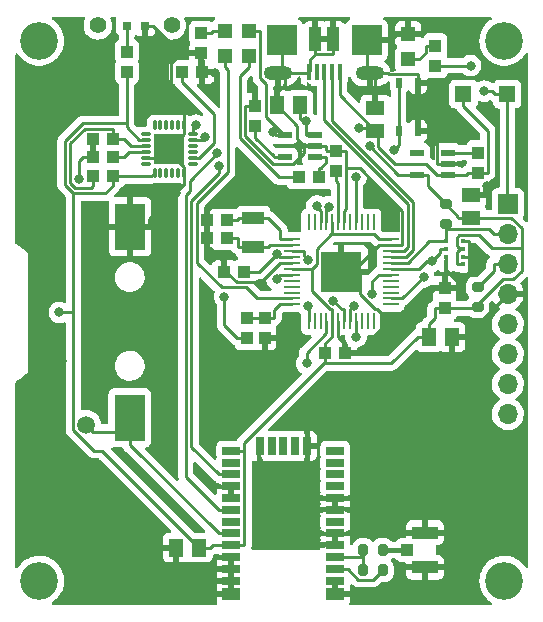
<source format=gbr>
%TF.GenerationSoftware,KiCad,Pcbnew,(6.0.1)*%
%TF.CreationDate,2022-01-27T18:06:15-06:00*%
%TF.ProjectId,dropkick,64726f70-6b69-4636-9b2e-6b696361645f,rev?*%
%TF.SameCoordinates,Original*%
%TF.FileFunction,Copper,L1,Top*%
%TF.FilePolarity,Positive*%
%FSLAX46Y46*%
G04 Gerber Fmt 4.6, Leading zero omitted, Abs format (unit mm)*
G04 Created by KiCad (PCBNEW (6.0.1)) date 2022-01-27 18:06:15*
%MOMM*%
%LPD*%
G01*
G04 APERTURE LIST*
G04 Aperture macros list*
%AMRoundRect*
0 Rectangle with rounded corners*
0 $1 Rounding radius*
0 $2 $3 $4 $5 $6 $7 $8 $9 X,Y pos of 4 corners*
0 Add a 4 corners polygon primitive as box body*
4,1,4,$2,$3,$4,$5,$6,$7,$8,$9,$2,$3,0*
0 Add four circle primitives for the rounded corners*
1,1,$1+$1,$2,$3*
1,1,$1+$1,$4,$5*
1,1,$1+$1,$6,$7*
1,1,$1+$1,$8,$9*
0 Add four rect primitives between the rounded corners*
20,1,$1+$1,$2,$3,$4,$5,0*
20,1,$1+$1,$4,$5,$6,$7,0*
20,1,$1+$1,$6,$7,$8,$9,0*
20,1,$1+$1,$8,$9,$2,$3,0*%
G04 Aperture macros list end*
%TA.AperFunction,SMDPad,CuDef*%
%ADD10R,1.100000X1.000000*%
%TD*%
%TA.AperFunction,SMDPad,CuDef*%
%ADD11R,1.200000X1.200000*%
%TD*%
%TA.AperFunction,SMDPad,CuDef*%
%ADD12R,1.000000X1.100000*%
%TD*%
%TA.AperFunction,SMDPad,CuDef*%
%ADD13R,0.508000X0.889000*%
%TD*%
%TA.AperFunction,SMDPad,CuDef*%
%ADD14R,1.300000X1.500000*%
%TD*%
%TA.AperFunction,ComponentPad*%
%ADD15C,3.200000*%
%TD*%
%TA.AperFunction,SMDPad,CuDef*%
%ADD16RoundRect,0.200000X-0.275000X0.200000X-0.275000X-0.200000X0.275000X-0.200000X0.275000X0.200000X0*%
%TD*%
%TA.AperFunction,SMDPad,CuDef*%
%ADD17RoundRect,0.200000X0.275000X-0.200000X0.275000X0.200000X-0.275000X0.200000X-0.275000X-0.200000X0*%
%TD*%
%TA.AperFunction,SMDPad,CuDef*%
%ADD18R,1.500000X1.300000*%
%TD*%
%TA.AperFunction,SMDPad,CuDef*%
%ADD19R,1.500000X0.700000*%
%TD*%
%TA.AperFunction,SMDPad,CuDef*%
%ADD20R,1.500000X1.000000*%
%TD*%
%TA.AperFunction,SMDPad,CuDef*%
%ADD21R,0.700000X1.500000*%
%TD*%
%TA.AperFunction,SMDPad,CuDef*%
%ADD22RoundRect,0.750000X0.000000X0.000000X0.000000X0.000000X0.000000X0.000000X0.000000X0.000000X0*%
%TD*%
%TA.AperFunction,SMDPad,CuDef*%
%ADD23R,1.900000X1.100000*%
%TD*%
%TA.AperFunction,SMDPad,CuDef*%
%ADD24R,1.200000X0.550000*%
%TD*%
%TA.AperFunction,SMDPad,CuDef*%
%ADD25R,1.000000X2.000000*%
%TD*%
%TA.AperFunction,SMDPad,CuDef*%
%ADD26R,0.400000X1.350000*%
%TD*%
%TA.AperFunction,ComponentPad*%
%ADD27O,2.400000X1.200000*%
%TD*%
%TA.AperFunction,ComponentPad*%
%ADD28R,2.500000X2.500000*%
%TD*%
%TA.AperFunction,SMDPad,CuDef*%
%ADD29R,2.200000X1.050000*%
%TD*%
%TA.AperFunction,SMDPad,CuDef*%
%ADD30R,1.000000X1.000000*%
%TD*%
%TA.AperFunction,SMDPad,CuDef*%
%ADD31R,0.800000X0.800000*%
%TD*%
%TA.AperFunction,SMDPad,CuDef*%
%ADD32RoundRect,0.200000X0.200000X0.275000X-0.200000X0.275000X-0.200000X-0.275000X0.200000X-0.275000X0*%
%TD*%
%TA.AperFunction,SMDPad,CuDef*%
%ADD33R,1.400000X1.400000*%
%TD*%
%TA.AperFunction,SMDPad,CuDef*%
%ADD34R,2.600000X4.000000*%
%TD*%
%TA.AperFunction,SMDPad,CuDef*%
%ADD35RoundRect,0.070000X0.070000X-0.330000X0.070000X0.330000X-0.070000X0.330000X-0.070000X-0.330000X0*%
%TD*%
%TA.AperFunction,SMDPad,CuDef*%
%ADD36RoundRect,0.070000X-0.330000X-0.070000X0.330000X-0.070000X0.330000X0.070000X-0.330000X0.070000X0*%
%TD*%
%TA.AperFunction,SMDPad,CuDef*%
%ADD37RoundRect,0.070000X-0.070000X0.330000X-0.070000X-0.330000X0.070000X-0.330000X0.070000X0.330000X0*%
%TD*%
%TA.AperFunction,SMDPad,CuDef*%
%ADD38RoundRect,0.070000X0.330000X0.070000X-0.330000X0.070000X-0.330000X-0.070000X0.330000X-0.070000X0*%
%TD*%
%TA.AperFunction,SMDPad,CuDef*%
%ADD39R,2.500000X2.500000*%
%TD*%
%TA.AperFunction,SMDPad,CuDef*%
%ADD40R,1.346200X0.279400*%
%TD*%
%TA.AperFunction,SMDPad,CuDef*%
%ADD41R,0.279400X1.346200*%
%TD*%
%TA.AperFunction,SMDPad,CuDef*%
%ADD42R,3.505200X3.505200*%
%TD*%
%TA.AperFunction,ComponentPad*%
%ADD43R,1.700000X1.700000*%
%TD*%
%TA.AperFunction,ComponentPad*%
%ADD44O,1.700000X1.700000*%
%TD*%
%TA.AperFunction,SMDPad,CuDef*%
%ADD45R,0.350000X0.350000*%
%TD*%
%TA.AperFunction,ComponentPad*%
%ADD46C,1.397000*%
%TD*%
%TA.AperFunction,ViaPad*%
%ADD47C,0.800000*%
%TD*%
%TA.AperFunction,Conductor*%
%ADD48C,0.250000*%
%TD*%
%TA.AperFunction,Conductor*%
%ADD49C,0.400000*%
%TD*%
G04 APERTURE END LIST*
D10*
%TO.P,C12,1,1*%
%TO.N,/REGOUT*%
X72303000Y-56850000D03*
%TO.P,C12,2,2*%
%TO.N,GND*%
X70603000Y-56850000D03*
%TD*%
D11*
%TO.P,CHG1,A,A*%
%TO.N,VBUS*%
X83820000Y-46160000D03*
%TO.P,CHG1,C,C*%
%TO.N,Net-(CHG1-PadC)*%
X83820000Y-48260000D03*
%TD*%
D12*
%TO.P,R2,1,1*%
%TO.N,/D9*%
X85110300Y-70434000D03*
%TO.P,R2,2,2*%
%TO.N,GND*%
X85110300Y-72134000D03*
%TD*%
D13*
%TO.P,SW2,1,1*%
%TO.N,/~{RESET}*%
X96481999Y-54627998D03*
%TO.P,SW2,2,2*%
%TO.N,GND*%
X98082001Y-54627998D03*
%TO.P,SW2,3,3*%
X98082001Y-50528002D03*
%TO.P,SW2,4,4*%
%TO.N,/~{RESET}*%
X96481999Y-50528002D03*
%TD*%
D14*
%TO.P,C2,1,1*%
%TO.N,+3V3*%
X99050000Y-72050000D03*
%TO.P,C2,2,2*%
%TO.N,GND*%
X100950000Y-72050000D03*
%TD*%
D10*
%TO.P,C7,1,1*%
%TO.N,Net-(C7-Pad1)*%
X81956300Y-62198000D03*
%TO.P,C7,2,2*%
%TO.N,GND*%
X80256300Y-62198000D03*
%TD*%
D15*
%TO.P,H2,P$1*%
%TO.N,N/C*%
X105410000Y-46990000D03*
%TD*%
D16*
%TO.P,R11,1,1*%
%TO.N,+3V3*%
X100450000Y-60825000D03*
%TO.P,R11,2,2*%
%TO.N,/SCL*%
X100450000Y-62475000D03*
%TD*%
D15*
%TO.P,H1,P$1*%
%TO.N,N/C*%
X66040000Y-46990000D03*
%TD*%
D12*
%TO.P,C10,1,1*%
%TO.N,Net-(C10-Pad1)*%
X91186000Y-58000000D03*
%TO.P,C10,2,2*%
%TO.N,GND*%
X91186000Y-56300000D03*
%TD*%
D10*
%TO.P,C8,1,1*%
%TO.N,Net-(C8-Pad1)*%
X81956300Y-63722000D03*
%TO.P,C8,2,2*%
%TO.N,GND*%
X80256300Y-63722000D03*
%TD*%
D11*
%TO.P,L2,A,A*%
%TO.N,Net-(L2-PadA)*%
X97282000Y-48548000D03*
%TO.P,L2,C,C*%
%TO.N,GND*%
X97282000Y-46448000D03*
%TD*%
D17*
%TO.P,R12,1,1*%
%TO.N,+3V3*%
X103150000Y-69525000D03*
%TO.P,R12,2,2*%
%TO.N,/SDA*%
X103150000Y-67875000D03*
%TD*%
D10*
%TO.P,R7,1,1*%
%TO.N,Net-(CHG1-PadC)*%
X88050000Y-58547000D03*
%TO.P,R7,2,2*%
%TO.N,Net-(R7-Pad2)*%
X89750000Y-58547000D03*
%TD*%
D15*
%TO.P,H4,P$1*%
%TO.N,N/C*%
X105410000Y-92710000D03*
%TD*%
D18*
%TO.P,C4,1,1*%
%TO.N,+3V3*%
X102600000Y-61950000D03*
%TO.P,C4,2,2*%
%TO.N,GND*%
X102600000Y-60050000D03*
%TD*%
D19*
%TO.P,U2,1,VCC_IO*%
%TO.N,+3V3*%
X82300000Y-81700000D03*
%TO.P,U2,2,Reserved1*%
%TO.N,unconnected-(U2-Pad2)*%
X82300000Y-82700000D03*
%TO.P,U2,3,SDA/_SPI_CS_N*%
%TO.N,/SDA*%
X82300000Y-83700000D03*
%TO.P,U2,4,GND*%
%TO.N,GND*%
X82300000Y-84700001D03*
%TO.P,U2,5,GND*%
X82300000Y-85700000D03*
%TO.P,U2,6,SCL/_SPI_CLK*%
%TO.N,/SCL*%
X82300000Y-86700000D03*
%TO.P,U2,7,EXTINT*%
%TO.N,unconnected-(U2-Pad7)*%
X82300000Y-87700000D03*
%TO.P,U2,8,V_BCKP*%
%TO.N,/VBACKUP*%
X82300000Y-88700001D03*
%TO.P,U2,9,VCC*%
%TO.N,+3V3*%
X82300000Y-89700001D03*
%TO.P,U2,10,GND*%
%TO.N,GND*%
X82300000Y-90699999D03*
%TO.P,U2,11,GND*%
X82300000Y-91700000D03*
%TO.P,U2,12,GND*%
X82300000Y-92700000D03*
D20*
%TO.P,U2,13,GND*%
X82300000Y-93850000D03*
%TO.P,U2,14,GND*%
X91100000Y-93800000D03*
D19*
%TO.P,U2,15,GND*%
X91100000Y-92700000D03*
%TO.P,U2,16,RF_OUT*%
%TO.N,/RF*%
X91100000Y-91700000D03*
%TO.P,U2,17,RF_IN*%
%TO.N,Net-(R4-Pad2)*%
X91100000Y-90699999D03*
%TO.P,U2,18,GND*%
%TO.N,GND*%
X91100000Y-89700001D03*
%TO.P,U2,19,GND*%
X91100000Y-88700001D03*
%TO.P,U2,20,D_SEL*%
%TO.N,unconnected-(U2-Pad20)*%
X91100000Y-87700000D03*
%TO.P,U2,21,GND*%
%TO.N,GND*%
X91100000Y-86699999D03*
%TO.P,U2,22,GND*%
X91100000Y-85699999D03*
%TO.P,U2,23,RESET_N*%
%TO.N,unconnected-(U2-Pad23)*%
X91100000Y-84700000D03*
%TO.P,U2,24,SAFEBOOT_N*%
%TO.N,unconnected-(U2-Pad24)*%
X91100000Y-83700000D03*
%TO.P,U2,25,TXD/_SPI_MISO*%
%TO.N,unconnected-(U2-Pad25)*%
X91100000Y-82700000D03*
%TO.P,U2,26,RXD/_SPI_MOSI*%
%TO.N,unconnected-(U2-Pad26)*%
X91100000Y-81700000D03*
D21*
%TO.P,U2,27,GND*%
%TO.N,GND*%
X88700000Y-81300000D03*
%TO.P,U2,28,Reserved2*%
%TO.N,unconnected-(U2-Pad28)*%
X87700000Y-81300000D03*
%TO.P,U2,29,TIMEPULSE*%
%TO.N,unconnected-(U2-Pad29)*%
X86700000Y-81300000D03*
%TO.P,U2,30,LNA_EN*%
%TO.N,unconnected-(U2-Pad30)*%
X85700000Y-81300000D03*
%TO.P,U2,31,GND*%
%TO.N,GND*%
X84699999Y-81300000D03*
%TD*%
D22*
%TO.P,TP1,P$1,P$1*%
%TO.N,/VBACKUP*%
X70000000Y-79500000D03*
%TD*%
D12*
%TO.P,R8,1,1*%
%TO.N,/D13*%
X99568000Y-49110000D03*
%TO.P,R8,2,2*%
%TO.N,Net-(L2-PadA)*%
X99568000Y-47410000D03*
%TD*%
D15*
%TO.P,H3,P$1*%
%TO.N,N/C*%
X66040000Y-92710000D03*
%TD*%
D10*
%TO.P,C5,1,1*%
%TO.N,+3V3*%
X90200000Y-73450000D03*
%TO.P,C5,2,2*%
%TO.N,GND*%
X91900000Y-73450000D03*
%TD*%
D12*
%TO.P,R1,1,1*%
%TO.N,VBAT*%
X83586300Y-72134000D03*
%TO.P,R1,2,2*%
%TO.N,/D9*%
X83586300Y-70434000D03*
%TD*%
D23*
%TO.P,X5,P$1,P$1*%
%TO.N,Net-(C7-Pad1)*%
X84154300Y-62014000D03*
%TO.P,X5,P$2,P$2*%
%TO.N,Net-(C8-Pad1)*%
X84154300Y-64414000D03*
%TD*%
D12*
%TO.P,R10,1,1*%
%TO.N,+3V3*%
X73450000Y-49600000D03*
%TO.P,R10,2,2*%
%TO.N,Net-(D2-PadA)*%
X73450000Y-47900000D03*
%TD*%
D24*
%TO.P,U6,1,IN*%
%TO.N,VBUS*%
X100614100Y-58350000D03*
%TO.P,U6,2,GND*%
%TO.N,GND*%
X100614100Y-57400000D03*
%TO.P,U6,3,EN*%
%TO.N,/EN*%
X100614100Y-56450000D03*
%TO.P,U6,4,P4*%
%TO.N,unconnected-(U6-Pad4)*%
X98013900Y-56450000D03*
%TO.P,U6,5,OUT*%
%TO.N,+3V3*%
X98013900Y-58350000D03*
%TD*%
D18*
%TO.P,C3,1,1*%
%TO.N,VBUS*%
X94488000Y-54605000D03*
%TO.P,C3,2,2*%
%TO.N,GND*%
X94488000Y-52705000D03*
%TD*%
D25*
%TO.P,X1,BASE@1,GND*%
%TO.N,GND*%
X90919600Y-46816600D03*
%TO.P,X1,BASE@2,GND*%
X89419600Y-46816600D03*
D26*
%TO.P,X1,D+,D+*%
%TO.N,/D+*%
X90169600Y-49591600D03*
%TO.P,X1,D-,D-*%
%TO.N,/D-*%
X90819600Y-49591600D03*
%TO.P,X1,GND,GND*%
%TO.N,GND*%
X88869600Y-49591600D03*
%TO.P,X1,ID,ID*%
%TO.N,unconnected-(X1-PadID)*%
X89519600Y-49591600D03*
D27*
%TO.P,X1,SPRT@1,GND*%
%TO.N,GND*%
X94069600Y-49716600D03*
%TO.P,X1,SPRT@2,GND*%
X86269600Y-49716600D03*
D28*
%TO.P,X1,SPRT@3,GND*%
X93769600Y-46916600D03*
%TO.P,X1,SPRT@4,GND*%
X86569600Y-46916600D03*
D26*
%TO.P,X1,VBUS,VBUS*%
%TO.N,VBUS*%
X91469600Y-49591600D03*
%TD*%
D29*
%TO.P,X4,1,GND@0*%
%TO.N,GND*%
X98700000Y-91575000D03*
%TO.P,X4,2,GND@1*%
X98700000Y-88625000D03*
D30*
%TO.P,X4,3,SIGNAL*%
%TO.N,Net-(R5-Pad1)*%
X97200000Y-90100000D03*
%TD*%
D10*
%TO.P,C13,1,1*%
%TO.N,/CPOUT*%
X78093200Y-49631600D03*
%TO.P,C13,2,2*%
%TO.N,GND*%
X79793200Y-49631600D03*
%TD*%
D14*
%TO.P,C9,1,1*%
%TO.N,VBAT*%
X88072000Y-52451000D03*
%TO.P,C9,2,2*%
%TO.N,GND*%
X86172000Y-52451000D03*
%TD*%
D31*
%TO.P,D2,A,A*%
%TO.N,Net-(D2-PadA)*%
X73450000Y-45700000D03*
%TO.P,D2,C,C*%
%TO.N,GND*%
X74950000Y-45700000D03*
%TD*%
D12*
%TO.P,R6,1,1*%
%TO.N,Net-(R6-Pad1)*%
X84300000Y-54200000D03*
%TO.P,R6,2,2*%
%TO.N,GND*%
X84300000Y-52500000D03*
%TD*%
D32*
%TO.P,R5,1,1*%
%TO.N,Net-(R5-Pad1)*%
X95125000Y-90100000D03*
%TO.P,R5,2,2*%
%TO.N,Net-(R4-Pad2)*%
X93475000Y-90100000D03*
%TD*%
D10*
%TO.P,C1,1,1*%
%TO.N,/AREF*%
X83404300Y-66564000D03*
%TO.P,C1,2,2*%
%TO.N,GND*%
X81704300Y-66564000D03*
%TD*%
D33*
%TO.P,D1,A,A*%
%TO.N,VBAT*%
X105650000Y-51500000D03*
%TO.P,D1,C,C*%
%TO.N,VBUS*%
X101950000Y-51500000D03*
%TD*%
D12*
%TO.P,R9,1,1*%
%TO.N,Net-(L1-PadC)*%
X79756000Y-46355000D03*
%TO.P,R9,2,2*%
%TO.N,GND*%
X79756000Y-48055000D03*
%TD*%
D14*
%TO.P,C11,1,1*%
%TO.N,+3V3*%
X79550000Y-89900000D03*
%TO.P,C11,2,2*%
%TO.N,GND*%
X77650000Y-89900000D03*
%TD*%
D34*
%TO.P,B1,+,+*%
%TO.N,/VBACKUP*%
X73700000Y-78910000D03*
%TO.P,B1,-,-*%
%TO.N,GND*%
X73730000Y-62730000D03*
%TD*%
D35*
%TO.P,U5,1,CLKIN*%
%TO.N,GND*%
X78300000Y-54150000D03*
%TO.P,U5,2*%
%TO.N,N/C*%
X77800000Y-54150000D03*
%TO.P,U5,3*%
X77300000Y-54150000D03*
%TO.P,U5,4*%
X76800000Y-54150000D03*
%TO.P,U5,5*%
X76300000Y-54150000D03*
%TO.P,U5,6,AUX_DA*%
%TO.N,/SDA_EXT*%
X75800000Y-54150000D03*
D36*
%TO.P,U5,7,AUX_CL*%
%TO.N,/SCL_EXT*%
X75050000Y-54900000D03*
%TO.P,U5,8,VLOGIC*%
%TO.N,+3V3*%
X75050000Y-55400000D03*
%TO.P,U5,9,AD0*%
%TO.N,/AD0*%
X75050000Y-55900000D03*
%TO.P,U5,10,REGOUT*%
%TO.N,/REGOUT*%
X75050000Y-56400000D03*
%TO.P,U5,11,FSYNC*%
%TO.N,GND*%
X75050000Y-56900000D03*
%TO.P,U5,12,INT*%
%TO.N,/INT*%
X75050000Y-57400000D03*
D37*
%TO.P,U5,13,VDD*%
%TO.N,+3V3*%
X75800000Y-58150000D03*
%TO.P,U5,14*%
%TO.N,N/C*%
X76300000Y-58150000D03*
%TO.P,U5,15*%
X76800000Y-58150000D03*
%TO.P,U5,16*%
X77300000Y-58150000D03*
%TO.P,U5,17*%
X77800000Y-58150000D03*
%TO.P,U5,18,GND*%
%TO.N,GND*%
X78300000Y-58150000D03*
D38*
%TO.P,U5,19,RSVD@1*%
%TO.N,unconnected-(U5-Pad19)*%
X79050000Y-57400000D03*
%TO.P,U5,20,CPOUT*%
%TO.N,/CPOUT*%
X79050000Y-56900000D03*
%TO.P,U5,21,RSVD@2*%
%TO.N,unconnected-(U5-Pad21)*%
X79050000Y-56400000D03*
%TO.P,U5,22,RSVD@3*%
%TO.N,unconnected-(U5-Pad22)*%
X79050000Y-55900000D03*
%TO.P,U5,23,SCL*%
%TO.N,/SCL*%
X79050000Y-55400000D03*
%TO.P,U5,24,SDA*%
%TO.N,/SDA*%
X79050000Y-54900000D03*
D39*
%TO.P,U5,THERM,THERMAL*%
%TO.N,GND*%
X77050000Y-56150000D03*
%TD*%
D10*
%TO.P,R14,1,1*%
%TO.N,/AD0*%
X72303000Y-55274000D03*
%TO.P,R14,2,2*%
%TO.N,GND*%
X70603000Y-55274000D03*
%TD*%
D32*
%TO.P,R4,1,1*%
%TO.N,/RF*%
X95125000Y-91800000D03*
%TO.P,R4,2,2*%
%TO.N,Net-(R4-Pad2)*%
X93475000Y-91800000D03*
%TD*%
D40*
%TO.P,U1,1,PA00/EINT0/SERCOM1.0*%
%TO.N,Net-(C7-Pad1)*%
X87421700Y-63800000D03*
%TO.P,U1,2,PA01/EINT1/SERCOM1.1*%
%TO.N,Net-(C8-Pad1)*%
X87421700Y-64299999D03*
%TO.P,U1,3,PA02/EINT2/AIN0/Y0/VOUT*%
%TO.N,/A0*%
X87421700Y-64800001D03*
%TO.P,U1,4,PA03/EINT3/VREFA/AIN1*%
%TO.N,/AREF*%
X87421700Y-65300000D03*
%TO.P,U1,5,GNDA*%
%TO.N,GND*%
X87421700Y-65799999D03*
%TO.P,U1,6,VDDA*%
%TO.N,+3V3*%
X87421700Y-66300000D03*
%TO.P,U1,7,PB08/I8/AIN2/SERCOM4.0*%
%TO.N,/A1*%
X87421700Y-66800000D03*
%TO.P,U1,8,PB09/I9/AIN3/SERCOM4.1*%
%TO.N,/A2*%
X87421700Y-67300001D03*
%TO.P,U1,9,PA04/EINT4/VREFB/AIN4/SERCOM0.0*%
%TO.N,/A3*%
X87421700Y-67800000D03*
%TO.P,U1,10,PA05/EINT5/AIN5/SERCOM0.1*%
%TO.N,/A4*%
X87421700Y-68299999D03*
%TO.P,U1,11,PA06/EINT6/AIN6/SERCOM0.2*%
%TO.N,/D8*%
X87421700Y-68800001D03*
%TO.P,U1,12,PA07/I7/AIN7/SERCOM0.3/I2SD0*%
%TO.N,/D9*%
X87421700Y-69300000D03*
D41*
%TO.P,U1,13,PA08/I2C/AIN16/SERCOM0+2.0/I2SD1*%
%TO.N,/SD_CS*%
X88850000Y-70728300D03*
%TO.P,U1,14,PA09/I2C/I9/AIN17/SERCOM0+2.1/I2SMC*%
%TO.N,/D3*%
X89349999Y-70728300D03*
%TO.P,U1,15,PA10/I10/AIN18/SERCOM0+2.2/I2SCK*%
%TO.N,/D1*%
X89850001Y-70728300D03*
%TO.P,U1,16,PA11/I11/AIN19/SERCOM0+2.3/I2SF0*%
%TO.N,/D0*%
X90350000Y-70728300D03*
%TO.P,U1,17,VDDIO*%
%TO.N,+3V3*%
X90849999Y-70728300D03*
%TO.P,U1,18,GND*%
%TO.N,GND*%
X91350000Y-70728300D03*
%TO.P,U1,19,PB10/I10/SERCOM4.2/I2SMC*%
%TO.N,/MOSI*%
X91850000Y-70728300D03*
%TO.P,U1,20,PB11/I11/SERCOM4.3/I2SCL*%
%TO.N,/SCK*%
X92350001Y-70728300D03*
%TO.P,U1,21,PA12/I12/I2C/SERCOM2+4.0*%
%TO.N,/MISO*%
X92850000Y-70728300D03*
%TO.P,U1,22,PA13/I13/I2C/SERCOM2+4.1*%
%TO.N,unconnected-(U1-Pad22)*%
X93349999Y-70728300D03*
%TO.P,U1,23,PA14/I14/SERCOM2+4.2*%
%TO.N,/D2*%
X93850001Y-70728300D03*
%TO.P,U1,24,PA15/I15/SERCOM3+4.3*%
%TO.N,/D5*%
X94350000Y-70728300D03*
D40*
%TO.P,U1,25,PA16/I2C/I0/SERCOM1+3.0*%
%TO.N,/D11*%
X95778300Y-69300000D03*
%TO.P,U1,26,PA17/I2C/I1/SERCOM1+3.1*%
%TO.N,/D13*%
X95778300Y-68800001D03*
%TO.P,U1,27,PA18/I2/SERCOM1+3.2*%
%TO.N,/D10*%
X95778300Y-68299999D03*
%TO.P,U1,28,PA19/I3/SERCOM1+3.3/I2SD0*%
%TO.N,/D12*%
X95778300Y-67800000D03*
%TO.P,U1,29,PA20/I4/SERCOM3+5.2/I2SSC*%
%TO.N,/D6*%
X95778300Y-67300001D03*
%TO.P,U1,30,PA21/I5/SERCOM3+5.3/I2SFS0*%
%TO.N,/D7*%
X95778300Y-66800000D03*
%TO.P,U1,31,PA22/I2C/I6/SERCOM3+5.0*%
%TO.N,/SDA*%
X95778300Y-66300000D03*
%TO.P,U1,32,PA23/I2C/I7/SERCOM3+5.1/SOF*%
%TO.N,/SCL*%
X95778300Y-65799999D03*
%TO.P,U1,33,PA24/I12/SERCOM3+5.2/D-*%
%TO.N,/D-*%
X95778300Y-65300000D03*
%TO.P,U1,34,PA25/I13/SERCOM3+5.3/D+*%
%TO.N,/D+*%
X95778300Y-64800001D03*
%TO.P,U1,35,GND*%
%TO.N,GND*%
X95778300Y-64299999D03*
%TO.P,U1,36,VDDIO*%
%TO.N,+3V3*%
X95778300Y-63800000D03*
D41*
%TO.P,U1,37,PB22/I6/SERCOM5.2*%
%TO.N,/RX*%
X94350000Y-62371700D03*
%TO.P,U1,38,PB23/I7/SERCOM5.3*%
%TO.N,/TX*%
X93850001Y-62371700D03*
%TO.P,U1,39,PA27/I15*%
%TO.N,unconnected-(U1-Pad39)*%
X93349999Y-62371700D03*
%TO.P,U1,40,/RESET*%
%TO.N,/~{RESET}*%
X92850000Y-62371700D03*
%TO.P,U1,41,PA28/I8*%
%TO.N,unconnected-(U1-Pad41)*%
X92350001Y-62371700D03*
%TO.P,U1,42,GND*%
%TO.N,GND*%
X91850000Y-62371700D03*
%TO.P,U1,43,VDDCORE*%
%TO.N,Net-(C10-Pad1)*%
X91350000Y-62371700D03*
%TO.P,U1,44,VDDIN*%
%TO.N,+3V3*%
X90849999Y-62371700D03*
%TO.P,U1,45,PA30/I10/SECOM1.2/SWCLK*%
%TO.N,/SWCLK*%
X90350000Y-62371700D03*
%TO.P,U1,46,PA31/I11/SECOM1.3/SWDIO*%
%TO.N,/SWDIO*%
X89850001Y-62371700D03*
%TO.P,U1,47,PB02/I2/AIN10/SERCOM5.0*%
%TO.N,/A5*%
X89349999Y-62371700D03*
%TO.P,U1,48,PB03/I3/AIN11/SERCOM5.1*%
%TO.N,unconnected-(U1-Pad48)*%
X88850000Y-62371700D03*
D42*
%TO.P,U1,EPAD,GND*%
%TO.N,GND*%
X91600000Y-66550000D03*
%TD*%
D11*
%TO.P,L1,A,A*%
%TO.N,/D8*%
X81788000Y-48294000D03*
%TO.P,L1,C,C*%
%TO.N,Net-(L1-PadC)*%
X81788000Y-46194000D03*
%TD*%
D12*
%TO.P,R3,1,1*%
%TO.N,VBUS*%
X103200000Y-58150000D03*
%TO.P,R3,2,2*%
%TO.N,/EN*%
X103200000Y-56450000D03*
%TD*%
D43*
%TO.P,J1,1,Pin_1*%
%TO.N,VBAT*%
X105700000Y-60800000D03*
D44*
%TO.P,J1,2,Pin_2*%
%TO.N,/SCL*%
X105700000Y-63340000D03*
%TO.P,J1,3,Pin_3*%
%TO.N,/SDA*%
X105700000Y-65880000D03*
%TO.P,J1,4,Pin_4*%
%TO.N,GND*%
X105700000Y-68420000D03*
%TO.P,J1,5,Pin_5*%
%TO.N,/AREF*%
X105700000Y-70960000D03*
%TO.P,J1,6,Pin_6*%
%TO.N,/A0*%
X105700000Y-73500000D03*
%TO.P,J1,7,Pin_7*%
%TO.N,/A1*%
X105700000Y-76040000D03*
%TO.P,J1,8,Pin_8*%
%TO.N,/D0*%
X105700000Y-78580000D03*
%TD*%
D10*
%TO.P,SJ4,1,1*%
%TO.N,+3V3*%
X72250000Y-58450000D03*
%TO.P,SJ4,2,2*%
%TO.N,/AD0*%
X70550000Y-58450000D03*
%TD*%
D24*
%TO.P,U3,1,STAT*%
%TO.N,Net-(R7-Pad2)*%
X89408000Y-56830000D03*
%TO.P,U3,2,VSS*%
%TO.N,GND*%
X89408000Y-55880000D03*
%TO.P,U3,3,VBAT*%
%TO.N,VBAT*%
X89408000Y-54930000D03*
%TO.P,U3,4,VDD*%
%TO.N,VBUS*%
X86807800Y-54930000D03*
%TO.P,U3,5,PROG*%
%TO.N,Net-(R6-Pad1)*%
X86807800Y-56830000D03*
%TD*%
D45*
%TO.P,U4,1,GND*%
%TO.N,GND*%
X100475000Y-65924999D03*
%TO.P,U4,2,CSB*%
X100475000Y-65275001D03*
%TO.P,U4,3,SDI*%
%TO.N,/SDA*%
X100475000Y-64624999D03*
%TO.P,U4,4,SCK*%
%TO.N,/SCL*%
X100475000Y-63975001D03*
%TO.P,U4,5,SDO*%
%TO.N,GND*%
X101925000Y-63975001D03*
%TO.P,U4,6,VDDIO*%
%TO.N,+3V3*%
X101925000Y-64624999D03*
%TO.P,U4,7,GND*%
%TO.N,GND*%
X101925000Y-65275001D03*
%TO.P,U4,8,VDD*%
%TO.N,+3V3*%
X101925000Y-65924999D03*
%TD*%
D12*
%TO.P,C6,1,1*%
%TO.N,+3V3*%
X100350000Y-69650000D03*
%TO.P,C6,2,2*%
%TO.N,GND*%
X100350000Y-67950000D03*
%TD*%
D46*
%TO.P,SW1,4*%
%TO.N,N/C*%
X70994999Y-45683932D03*
%TO.P,SW1,5*%
X77244999Y-45683932D03*
%TD*%
D47*
%TO.N,GND*%
X82700000Y-76400000D03*
X80949200Y-49716600D03*
X99688800Y-54567800D03*
X101762100Y-67535200D03*
X80300000Y-84300000D03*
X69391000Y-58654300D03*
X103973100Y-59298100D03*
X81436500Y-60116900D03*
X67933900Y-74075900D03*
X77596700Y-59835500D03*
%TO.N,/AREF*%
X86140900Y-65053700D03*
%TO.N,+3V3*%
X94000000Y-55900000D03*
X67735500Y-69987500D03*
%TO.N,VBUS*%
X93100000Y-54400000D03*
X85812299Y-54687701D03*
%TO.N,VBAT*%
X88591700Y-53808100D03*
X103715200Y-51247000D03*
X81718400Y-68654000D03*
%TO.N,/D13*%
X102561100Y-49086000D03*
X98571600Y-66973700D03*
%TO.N,/SCL*%
X80081500Y-55094200D03*
X81103700Y-56508200D03*
%TO.N,/SDA*%
X79306100Y-54136700D03*
X99326000Y-65638100D03*
X81261100Y-57560800D03*
%TO.N,/D0*%
X88672900Y-74308900D03*
%TO.N,/MISO*%
X92850000Y-72025900D03*
%TO.N,/MOSI*%
X90947600Y-68981200D03*
%TO.N,/SCK*%
X92659800Y-69420100D03*
%TO.N,/A1*%
X86129300Y-67148000D03*
%TO.N,/A0*%
X88786600Y-65578700D03*
%TO.N,/~{RESET}*%
X92850000Y-58532500D03*
X96089500Y-56241800D03*
%TO.N,/SWCLK*%
X90541500Y-61033700D03*
%TO.N,/SWDIO*%
X89539400Y-60962700D03*
%TO.N,/SD_CS*%
X88770600Y-69434700D03*
%TO.N,/D7*%
X94228900Y-68399200D03*
%TD*%
D48*
%TO.N,/VBACKUP*%
X73700000Y-80072600D02*
X73700000Y-81235300D01*
X73760000Y-81235300D02*
X81224700Y-88700000D01*
X82300000Y-88700000D02*
X81224700Y-88700000D01*
X70572600Y-80072600D02*
X70000000Y-79500000D01*
X73700000Y-80072600D02*
X70572600Y-80072600D01*
X73700000Y-81235300D02*
X73760000Y-81235300D01*
%TO.N,GND*%
X85857400Y-57448400D02*
X83474700Y-55065700D01*
X99688800Y-54567800D02*
X99688800Y-57400000D01*
X90333300Y-56272600D02*
X90333300Y-55880000D01*
X95636500Y-49758200D02*
X98082000Y-49758200D01*
X80864200Y-49631600D02*
X80949200Y-49716600D01*
X89408000Y-55880000D02*
X90333300Y-55880000D01*
X80256300Y-64547300D02*
X80512900Y-64547300D01*
X80668500Y-49631600D02*
X80864200Y-49631600D01*
X88482700Y-55880000D02*
X88482700Y-56494400D01*
X87421700Y-65800000D02*
X86423300Y-65800000D01*
X98082000Y-54435500D02*
X98082000Y-54243100D01*
X77217800Y-51940600D02*
X77217800Y-48867500D01*
X88970300Y-49490900D02*
X88970300Y-48591200D01*
X90360700Y-56300000D02*
X90333300Y-56272600D01*
X97282000Y-46448000D02*
X96356700Y-46448000D01*
X86172000Y-52451000D02*
X86172000Y-51375700D01*
X101925000Y-65275000D02*
X102425300Y-65275000D01*
X92011300Y-61211900D02*
X92011300Y-57800400D01*
X79793200Y-49631600D02*
X80668500Y-49631600D01*
X87528700Y-57448400D02*
X85857400Y-57448400D01*
X79793200Y-49631600D02*
X79793200Y-48967500D01*
X80512900Y-64547300D02*
X81704300Y-65738700D01*
X91900000Y-72624700D02*
X91350000Y-72074700D01*
X90919600Y-48141900D02*
X89419600Y-48141900D01*
X98082000Y-54243100D02*
X98082000Y-50528000D01*
X80256300Y-61372700D02*
X81436500Y-60192500D01*
X103675300Y-59595900D02*
X103973100Y-59298100D01*
X88482700Y-56494400D02*
X87528700Y-57448400D01*
X84809200Y-67414100D02*
X82744300Y-67414100D01*
X99556500Y-54435500D02*
X99688800Y-54567800D01*
X96776700Y-61417400D02*
X93159700Y-57800400D01*
X67933900Y-75873200D02*
X67933900Y-74075900D01*
X102425300Y-63975000D02*
X102425300Y-65275000D01*
X100475000Y-65925000D02*
X100475000Y-65275000D01*
X87882800Y-55280100D02*
X88482700Y-55880000D01*
X94484800Y-69719100D02*
X93170100Y-68404400D01*
X79756000Y-48055000D02*
X79756000Y-48930300D01*
X86172000Y-52451000D02*
X87882800Y-54161800D01*
X88869600Y-49591600D02*
X88970300Y-49490900D01*
X100614100Y-57400000D02*
X99688800Y-57400000D01*
X74950000Y-45700000D02*
X75675300Y-45700000D01*
X99524700Y-67950000D02*
X97415400Y-70059300D01*
X95594900Y-49716600D02*
X95636500Y-49758200D01*
X90919600Y-46816600D02*
X90919600Y-48141900D01*
X75355300Y-62076900D02*
X77596700Y-59835500D01*
X80256300Y-62198000D02*
X80256300Y-61372700D01*
X101407300Y-67718000D02*
X101407300Y-67535200D01*
X91900000Y-73450000D02*
X92911500Y-73450000D01*
X102070000Y-72050000D02*
X105700000Y-68420000D01*
X82744300Y-67414100D02*
X81704300Y-66374100D01*
X97415400Y-70059300D02*
X94959500Y-70059300D01*
X80256300Y-63722000D02*
X80256300Y-64547300D01*
X92911500Y-73450000D02*
X94959500Y-71402000D01*
X93769600Y-46916600D02*
X93769600Y-49716600D01*
X86869600Y-49716600D02*
X88744600Y-49716600D01*
X94619300Y-69719100D02*
X94484800Y-69719100D01*
X83474700Y-55065700D02*
X83474700Y-52500000D01*
X86423300Y-65800000D02*
X84809200Y-67414100D01*
X77050000Y-56900000D02*
X75050000Y-56900000D01*
X86869600Y-50678100D02*
X86172000Y-51375700D01*
X100475000Y-65925000D02*
X100475000Y-66425300D01*
X86569600Y-49416600D02*
X86569600Y-46916600D01*
X95778300Y-64300000D02*
X94779900Y-64300000D01*
X103675300Y-60050000D02*
X103675300Y-59595900D01*
X78300000Y-54150000D02*
X78300000Y-53022800D01*
X95888100Y-46916600D02*
X96356700Y-46448000D01*
X75355300Y-62730000D02*
X75355300Y-62076900D01*
X77217800Y-48867500D02*
X78030300Y-48055000D01*
X86869600Y-49716600D02*
X86869600Y-50678100D01*
X80256300Y-63722000D02*
X80256300Y-62198000D01*
X78300000Y-59132200D02*
X77596700Y-59835500D01*
X69727700Y-56850000D02*
X69391000Y-57186700D01*
X101407300Y-67357600D02*
X100475000Y-66425300D01*
X88595300Y-55880000D02*
X88482700Y-55880000D01*
X100350000Y-67950000D02*
X99524700Y-67950000D01*
X93170100Y-65909800D02*
X94779900Y-64300000D01*
X98082000Y-54435500D02*
X99556500Y-54435500D01*
X91350000Y-72074700D02*
X91350000Y-70728300D01*
X95778300Y-64300000D02*
X96776700Y-64300000D01*
X91850000Y-61373200D02*
X92011300Y-61211900D01*
X90872200Y-56300000D02*
X90360700Y-56300000D01*
X93170100Y-68404400D02*
X93170100Y-66550000D01*
X81436500Y-60192500D02*
X81436500Y-60116900D01*
X94488000Y-52705000D02*
X94488000Y-49716600D01*
X88744600Y-49716600D02*
X88869600Y-49591600D01*
X93159700Y-57800400D02*
X92011300Y-57800400D01*
X101762100Y-67535200D02*
X102425300Y-66872000D01*
X94959500Y-70059300D02*
X94619300Y-69719100D01*
X92011300Y-57800400D02*
X92011300Y-56300000D01*
X70603000Y-56850000D02*
X69727700Y-56850000D01*
X70603000Y-56850000D02*
X70603000Y-55274000D01*
X75675300Y-45700000D02*
X78030300Y-48055000D01*
X101762100Y-67535200D02*
X101407300Y-67535200D01*
X94959500Y-71402000D02*
X94959500Y-70059300D01*
X100350000Y-67950000D02*
X101175300Y-67950000D01*
X101175300Y-67950000D02*
X101407300Y-67718000D01*
X78300000Y-57681300D02*
X77518700Y-56900000D01*
X96776700Y-64300000D02*
X96776700Y-61417400D01*
X93769600Y-46916600D02*
X95888100Y-46916600D01*
X101925000Y-63975000D02*
X102425300Y-63975000D01*
X101407300Y-67535200D02*
X101407300Y-67357600D01*
X89419600Y-46816600D02*
X89419600Y-48141900D01*
X94488000Y-49716600D02*
X95594900Y-49716600D01*
X84300000Y-52500000D02*
X83474700Y-52500000D01*
X78030300Y-48055000D02*
X79756000Y-48055000D01*
X73730000Y-62730000D02*
X75355300Y-62730000D01*
X88970300Y-48591200D02*
X89419600Y-48141900D01*
X89408000Y-55880000D02*
X88595300Y-55880000D01*
X78300000Y-58150000D02*
X78300000Y-59132200D01*
X78300000Y-53022800D02*
X77217800Y-51940600D01*
X79793200Y-48967500D02*
X79756000Y-48930300D01*
X77050000Y-56150000D02*
X78300000Y-54900000D01*
X69391000Y-57186700D02*
X69391000Y-58654300D01*
X78300000Y-58150000D02*
X78300000Y-57681300D01*
X78300000Y-54900000D02*
X78300000Y-54150000D01*
X91850000Y-62371700D02*
X91850000Y-61373200D01*
X98082000Y-50528000D02*
X98082000Y-49758200D01*
X102425300Y-66872000D02*
X102425300Y-65275000D01*
X81704300Y-66263900D02*
X81704300Y-65738700D01*
X102600000Y-60050000D02*
X103675300Y-60050000D01*
X91186000Y-56300000D02*
X92011300Y-56300000D01*
X100950000Y-72050000D02*
X102070000Y-72050000D01*
X91900000Y-73450000D02*
X91900000Y-72624700D01*
X87882800Y-54161800D02*
X87882800Y-55280100D01*
%TO.N,/AREF*%
X84630600Y-66564000D02*
X83404300Y-66564000D01*
X86140900Y-65053700D02*
X84630600Y-66564000D01*
X86387200Y-65300000D02*
X86140900Y-65053700D01*
X87421700Y-65300000D02*
X86387200Y-65300000D01*
%TO.N,+3V3*%
X98939200Y-59314200D02*
X100450000Y-60825000D01*
X74521500Y-55400000D02*
X73450000Y-54328500D01*
X95849400Y-74275300D02*
X90200000Y-74275300D01*
X98939200Y-58350000D02*
X98939200Y-59314200D01*
X90850000Y-70728300D02*
X90850000Y-69729900D01*
X102600000Y-61950000D02*
X101524700Y-61950000D01*
X105271600Y-67150000D02*
X106174000Y-67150000D01*
X80525300Y-89900000D02*
X80725300Y-89700000D01*
X106875700Y-64536600D02*
X106875700Y-62849500D01*
X90670600Y-69729900D02*
X90850000Y-69729900D01*
X82300000Y-81700000D02*
X83375300Y-81700000D01*
X75050000Y-55400000D02*
X74521500Y-55400000D01*
X99050000Y-71803200D02*
X99050000Y-70974700D01*
X87421700Y-66300000D02*
X88353300Y-66300000D01*
X89087100Y-66304000D02*
X89087100Y-68146400D01*
X89516900Y-64609400D02*
X90756200Y-63370100D01*
X83375300Y-81007200D02*
X83375300Y-81700000D01*
X94350000Y-63370100D02*
X90850000Y-63370100D01*
X101524700Y-61899700D02*
X101524700Y-61950000D01*
X99937400Y-69650000D02*
X99524700Y-69650000D01*
X104330700Y-64536600D02*
X106875700Y-64536600D01*
X72250000Y-59275300D02*
X71626900Y-59898400D01*
X101875200Y-64625000D02*
X101649900Y-64625000D01*
X68200000Y-59181300D02*
X68200000Y-55493000D01*
X68917100Y-69987500D02*
X67735500Y-69987500D01*
X90200000Y-73450000D02*
X90200000Y-74275300D01*
X98013900Y-58350000D02*
X98939200Y-58350000D01*
X83375300Y-89700000D02*
X83375300Y-81700000D01*
X99524700Y-70500000D02*
X99050000Y-70974700D01*
X89516900Y-65874200D02*
X89516900Y-64609400D01*
X75800000Y-58150000D02*
X75500000Y-58450000D01*
X101424700Y-64850200D02*
X101424700Y-65925000D01*
X71626900Y-59898400D02*
X68917100Y-59898400D01*
X106875700Y-62849500D02*
X106001500Y-61975300D01*
X101390800Y-64365900D02*
X101390800Y-63649900D01*
X103150000Y-69271600D02*
X105271600Y-67150000D01*
X98074700Y-72050000D02*
X95849400Y-74275300D01*
X106875700Y-66448300D02*
X106875700Y-64536600D01*
X100350000Y-69650000D02*
X103025000Y-69650000D01*
X68917100Y-59898400D02*
X68200000Y-59181300D01*
X96450000Y-58350000D02*
X94000000Y-55900000D01*
X106174000Y-67150000D02*
X106875700Y-66448300D01*
X101390800Y-63649900D02*
X101605700Y-63435000D01*
X71335700Y-81685700D02*
X79550000Y-89900000D01*
X72250000Y-58450000D02*
X72250000Y-59275300D01*
X68200000Y-55493000D02*
X69719400Y-53973600D01*
X90200000Y-72624700D02*
X90850000Y-71974700D01*
X73450000Y-53973600D02*
X73450000Y-49600000D01*
X101605700Y-63435000D02*
X103229100Y-63435000D01*
X89087100Y-66304000D02*
X89516900Y-65874200D01*
X100450000Y-60825000D02*
X101524700Y-61899700D01*
X99937400Y-69650000D02*
X100350000Y-69650000D01*
X68917100Y-59898400D02*
X68917100Y-69987500D01*
X88357300Y-66304000D02*
X89087100Y-66304000D01*
X101925000Y-65925000D02*
X101424700Y-65925000D01*
X99524700Y-69650000D02*
X99524700Y-70500000D01*
X73450000Y-54328500D02*
X73450000Y-53973600D01*
X90756200Y-63370100D02*
X90850000Y-63370100D01*
X90200000Y-74275300D02*
X90107200Y-74275300D01*
X82300000Y-89700000D02*
X83375300Y-89700000D01*
X90850000Y-62371700D02*
X90850000Y-63370100D01*
X90850000Y-71974700D02*
X90850000Y-70728300D01*
X68917100Y-69987500D02*
X68917100Y-79951900D01*
X103229100Y-63435000D02*
X104330700Y-64536600D01*
X101649900Y-64625000D02*
X101390800Y-64365900D01*
X106001500Y-61975300D02*
X102625300Y-61975300D01*
X79550000Y-89900000D02*
X80525300Y-89900000D01*
X75500000Y-58450000D02*
X72250000Y-58450000D01*
X101649900Y-64625000D02*
X101424700Y-64850200D01*
X98013900Y-58350000D02*
X96450000Y-58350000D01*
X90107200Y-74275300D02*
X83375300Y-81007200D01*
X68917100Y-79951900D02*
X70650900Y-81685700D01*
X95778300Y-63800000D02*
X94779900Y-63800000D01*
X99050000Y-72050000D02*
X98074700Y-72050000D01*
X94779900Y-63800000D02*
X94350000Y-63370100D01*
X80725300Y-89700000D02*
X82300000Y-89700000D01*
X70650900Y-81685700D02*
X71335700Y-81685700D01*
X88353300Y-66300000D02*
X88357300Y-66304000D01*
X69719400Y-53973600D02*
X73450000Y-53973600D01*
X89087100Y-68146400D02*
X90670600Y-69729900D01*
X90200000Y-73450000D02*
X90200000Y-72624700D01*
%TO.N,VBUS*%
X104025300Y-58150000D02*
X104025300Y-54600600D01*
X94724501Y-55965301D02*
X94724501Y-54841501D01*
X103200000Y-58150000D02*
X104025300Y-58150000D01*
X94724501Y-54841501D02*
X94488000Y-54605000D01*
X101950000Y-51500000D02*
X101950000Y-52525300D01*
X83820000Y-46160000D02*
X84745300Y-46160000D01*
X91469600Y-49591600D02*
X91469600Y-51586600D01*
X99688800Y-58350000D02*
X98741600Y-57402800D01*
X84745300Y-49332200D02*
X84745300Y-46160000D01*
X85196600Y-53405100D02*
X85196600Y-50616100D01*
X96162000Y-57402800D02*
X94724501Y-55965301D01*
X102374700Y-58150000D02*
X102174700Y-58350000D01*
X93100000Y-54400000D02*
X94283000Y-54400000D01*
X98741600Y-57402800D02*
X96162000Y-57402800D01*
X84744200Y-50163700D02*
X84744200Y-49333300D01*
X84744200Y-49333300D02*
X84745300Y-49332200D01*
X86054598Y-54930000D02*
X85812299Y-54687701D01*
X86807800Y-54930000D02*
X86054598Y-54930000D01*
X103200000Y-58150000D02*
X102374700Y-58150000D01*
X102174700Y-58350000D02*
X100614100Y-58350000D01*
X86721500Y-54930000D02*
X85196600Y-53405100D01*
X104025300Y-54600600D02*
X101950000Y-52525300D01*
X85196600Y-50616100D02*
X84744200Y-50163700D01*
X91469600Y-51586600D02*
X94488000Y-54605000D01*
X100614100Y-58350000D02*
X99688800Y-58350000D01*
%TO.N,Net-(C7-Pad1)*%
X84154300Y-62014000D02*
X82879000Y-62014000D01*
X82879000Y-62150600D02*
X82831600Y-62198000D01*
X87421700Y-63800000D02*
X86423300Y-63800000D01*
X82879000Y-62014000D02*
X82879000Y-62150600D01*
X86423300Y-63800000D02*
X86423300Y-63007700D01*
X84154300Y-62014000D02*
X85429600Y-62014000D01*
X86423300Y-63007700D02*
X85429600Y-62014000D01*
X81956300Y-62198000D02*
X82831600Y-62198000D01*
%TO.N,Net-(C8-Pad1)*%
X82879000Y-64414000D02*
X82879000Y-63769400D01*
X81956300Y-63722000D02*
X82831600Y-63722000D01*
X84154300Y-64414000D02*
X85429600Y-64414000D01*
X84154300Y-64414000D02*
X82879000Y-64414000D01*
X85543600Y-64300000D02*
X85429600Y-64414000D01*
X87421700Y-64300000D02*
X85543600Y-64300000D01*
X82879000Y-63769400D02*
X82831600Y-63722000D01*
%TO.N,VBAT*%
X88472800Y-53927000D02*
X88591700Y-53808100D01*
X83586300Y-72134000D02*
X82761000Y-72134000D01*
X105650000Y-51500000D02*
X105650000Y-60750000D01*
X81718400Y-68654000D02*
X81718400Y-71091400D01*
X105650000Y-51500000D02*
X104624700Y-51500000D01*
X89408000Y-54930000D02*
X88595300Y-54930000D01*
X81718400Y-71091400D02*
X82761000Y-72134000D01*
X88472800Y-53927000D02*
X88072000Y-53526300D01*
X104371700Y-51247000D02*
X104624700Y-51500000D01*
X88595300Y-54049600D02*
X88472800Y-53927000D01*
X88595300Y-54930000D02*
X88595300Y-54049600D01*
X88072000Y-52451000D02*
X88072000Y-53526300D01*
X103715200Y-51247000D02*
X104371700Y-51247000D01*
%TO.N,Net-(C10-Pad1)*%
X91350000Y-59039300D02*
X91186000Y-58875300D01*
X91186000Y-58000000D02*
X91186000Y-58875300D01*
X91350000Y-62371700D02*
X91350000Y-59039300D01*
%TO.N,/REGOUT*%
X73628300Y-56400000D02*
X73178300Y-56850000D01*
X72303000Y-56850000D02*
X73178300Y-56850000D01*
X75050000Y-56400000D02*
X73628300Y-56400000D01*
%TO.N,/CPOUT*%
X80850500Y-53214200D02*
X78093200Y-50456900D01*
X80850500Y-55621000D02*
X80850500Y-53214200D01*
X79571500Y-56900000D02*
X80850500Y-55621000D01*
X79050000Y-56900000D02*
X79571500Y-56900000D01*
X78093200Y-49631600D02*
X78093200Y-50456900D01*
%TO.N,Net-(CHG1-PadC)*%
X83020300Y-55248200D02*
X83020300Y-49985000D01*
X83820000Y-48260000D02*
X83820000Y-49185300D01*
X83020300Y-49985000D02*
X83820000Y-49185300D01*
X88050000Y-58547000D02*
X86319100Y-58547000D01*
X86319100Y-58547000D02*
X83020300Y-55248200D01*
%TO.N,Net-(D2-PadA)*%
X73450000Y-45700000D02*
X73450000Y-47900000D01*
%TO.N,/EN*%
X100614100Y-56450000D02*
X103200000Y-56450000D01*
%TO.N,/D13*%
X95778300Y-68800000D02*
X96776700Y-68800000D01*
X99568000Y-49110000D02*
X100393300Y-49110000D01*
X100417300Y-49086000D02*
X100393300Y-49110000D01*
X96776700Y-68800000D02*
X96776700Y-68768600D01*
X102561100Y-49086000D02*
X100417300Y-49086000D01*
X96776700Y-68768600D02*
X98571600Y-66973700D01*
%TO.N,/D9*%
X83586300Y-70434000D02*
X85110300Y-70434000D01*
X85935600Y-69787700D02*
X85935600Y-70434000D01*
X86423300Y-69300000D02*
X85935600Y-69787700D01*
X87421700Y-69300000D02*
X86423300Y-69300000D01*
X85110300Y-70434000D02*
X85935600Y-70434000D01*
%TO.N,/SCL*%
X100475000Y-62955000D02*
X104139700Y-62955000D01*
X105700000Y-63340000D02*
X104524700Y-63340000D01*
X100450000Y-62930000D02*
X100475000Y-62955000D01*
X104139700Y-62955000D02*
X104524700Y-63340000D01*
X79775700Y-55400000D02*
X79050000Y-55400000D01*
X78451700Y-83927000D02*
X78451700Y-60051900D01*
X100475000Y-63975000D02*
X100475000Y-62955000D01*
X97233600Y-65800000D02*
X95778300Y-65800000D01*
X100450000Y-62475000D02*
X100450000Y-62930000D01*
X82300000Y-86700000D02*
X81224700Y-86700000D01*
X81224700Y-86700000D02*
X78451700Y-83927000D01*
X78770800Y-58841100D02*
X81103700Y-56508200D01*
X78451700Y-60051900D02*
X78770800Y-59732800D01*
X80081500Y-55094200D02*
X79775700Y-55400000D01*
X78770800Y-59732800D02*
X78770800Y-58841100D01*
X99058600Y-63975000D02*
X97233600Y-65800000D01*
X99058600Y-63975000D02*
X100475000Y-63975000D01*
%TO.N,/SDA*%
X99326000Y-65638100D02*
X98881500Y-65638100D01*
X100475000Y-64625000D02*
X99974700Y-64625000D01*
X98881500Y-65638100D02*
X98219600Y-66300000D01*
X103150000Y-67875000D02*
X104524700Y-66500300D01*
X99974700Y-64625000D02*
X99974700Y-64989400D01*
X79050000Y-54392800D02*
X79306100Y-54136700D01*
X82300000Y-83700000D02*
X81224700Y-83700000D01*
X81224700Y-83700000D02*
X78902900Y-81378200D01*
X104524700Y-66500300D02*
X104524700Y-65880000D01*
X78902900Y-60555900D02*
X81261100Y-58197700D01*
X81261100Y-58197700D02*
X81261100Y-57560800D01*
X79050000Y-54900000D02*
X79050000Y-54392800D01*
X98219600Y-66300000D02*
X95778300Y-66300000D01*
X78902900Y-81378200D02*
X78902900Y-60555900D01*
X99974700Y-64989400D02*
X99326000Y-65638100D01*
X105700000Y-65880000D02*
X104524700Y-65880000D01*
%TO.N,/D0*%
X90350000Y-70728300D02*
X90350000Y-71726700D01*
X88672900Y-73403800D02*
X88672900Y-74308900D01*
X90350000Y-71726700D02*
X88672900Y-73403800D01*
%TO.N,/MISO*%
X92850000Y-71726700D02*
X92850000Y-72025900D01*
X92850000Y-70728300D02*
X92850000Y-71726700D01*
%TO.N,/MOSI*%
X90947600Y-68981200D02*
X91696300Y-69729900D01*
X91696300Y-69729900D02*
X91850000Y-69729900D01*
X91850000Y-70728300D02*
X91850000Y-69729900D01*
%TO.N,/SCK*%
X92659800Y-69420100D02*
X92350000Y-69729900D01*
X92350000Y-70728300D02*
X92350000Y-69729900D01*
%TO.N,/A1*%
X86423300Y-66854000D02*
X86129300Y-67148000D01*
X86423300Y-66800000D02*
X86423300Y-66854000D01*
X87421700Y-66800000D02*
X86423300Y-66800000D01*
%TO.N,/A0*%
X88420100Y-64800000D02*
X88420100Y-65212200D01*
X87421700Y-64800000D02*
X88420100Y-64800000D01*
X88420100Y-65212200D02*
X88786600Y-65578700D01*
%TO.N,/~{RESET}*%
X96089500Y-56241800D02*
X96482000Y-55849300D01*
X96482000Y-54628000D02*
X96482000Y-50528000D01*
X92850000Y-62371700D02*
X92850000Y-58532500D01*
X96482000Y-55849300D02*
X96482000Y-54628000D01*
%TO.N,/D8*%
X83541800Y-67873400D02*
X84468400Y-68800000D01*
X81788000Y-49219300D02*
X82004100Y-49435400D01*
X82004100Y-58091600D02*
X79380900Y-60714800D01*
X84468400Y-68800000D02*
X87421700Y-68800000D01*
X79380900Y-60714800D02*
X79380900Y-65764800D01*
X79380900Y-65764800D02*
X81489500Y-67873400D01*
X81489500Y-67873400D02*
X83541800Y-67873400D01*
X81788000Y-48294000D02*
X81788000Y-49219300D01*
X82004100Y-49435400D02*
X82004100Y-58091600D01*
%TO.N,Net-(L1-PadC)*%
X79756000Y-46355000D02*
X80581300Y-46355000D01*
X81788000Y-46194000D02*
X80742300Y-46194000D01*
X80742300Y-46194000D02*
X80581300Y-46355000D01*
%TO.N,Net-(L2-PadA)*%
X97282000Y-48548000D02*
X98207300Y-48548000D01*
X98742700Y-48012600D02*
X98207300Y-48548000D01*
X99568000Y-47410000D02*
X98742700Y-47410000D01*
X98742700Y-47410000D02*
X98742700Y-48012600D01*
%TO.N,Net-(R6-Pad1)*%
X86807800Y-56830000D02*
X85882500Y-56830000D01*
X85882500Y-56782500D02*
X84300000Y-55200000D01*
X84300000Y-55200000D02*
X84300000Y-54200000D01*
X85882500Y-56830000D02*
X85882500Y-56782500D01*
%TO.N,Net-(R7-Pad2)*%
X90333300Y-57284300D02*
X89895900Y-57721700D01*
X89895900Y-57721700D02*
X89750000Y-57721700D01*
X90333300Y-56830000D02*
X90333300Y-57284300D01*
X89750000Y-58547000D02*
X89750000Y-57721700D01*
X89408000Y-56830000D02*
X90333300Y-56830000D01*
%TO.N,/AD0*%
X73804300Y-55900000D02*
X75050000Y-55900000D01*
X70550000Y-59275300D02*
X70405200Y-59420100D01*
X73178300Y-55274000D02*
X73804300Y-55900000D01*
X68665600Y-59006600D02*
X68665600Y-55681200D01*
X69898100Y-54448700D02*
X72303000Y-54448700D01*
X72303000Y-55274000D02*
X73178300Y-55274000D01*
X69079100Y-59420100D02*
X68665600Y-59006600D01*
X68665600Y-55681200D02*
X69898100Y-54448700D01*
X70550000Y-58450000D02*
X70550000Y-59275300D01*
X70405200Y-59420100D02*
X69079100Y-59420100D01*
X72303000Y-55274000D02*
X72303000Y-54448700D01*
%TO.N,/SWCLK*%
X90541500Y-61033700D02*
X90350000Y-61225200D01*
X90350000Y-61225200D02*
X90350000Y-62371700D01*
%TO.N,/SWDIO*%
X89539400Y-61062700D02*
X89539400Y-60962700D01*
X89850000Y-62371700D02*
X89850000Y-61373300D01*
X89850000Y-61373300D02*
X89539400Y-61062700D01*
%TO.N,/SD_CS*%
X88770600Y-69650500D02*
X88850000Y-69729900D01*
X88770600Y-69434700D02*
X88770600Y-69650500D01*
X88850000Y-70728300D02*
X88850000Y-69729900D01*
%TO.N,/D7*%
X95778300Y-66800000D02*
X94779900Y-66800000D01*
X94228900Y-67351000D02*
X94228900Y-68399200D01*
X94779900Y-66800000D02*
X94228900Y-67351000D01*
%TO.N,/D-*%
X97677300Y-60601900D02*
X90819600Y-53744200D01*
X97050500Y-65300000D02*
X97677300Y-64673200D01*
X97677300Y-64673200D02*
X97677300Y-60601900D01*
X95778300Y-65300000D02*
X97050500Y-65300000D01*
X90819600Y-53744200D02*
X90819600Y-49591600D01*
%TO.N,/D+*%
X97227000Y-60787304D02*
X90169600Y-53729904D01*
X96913600Y-64800000D02*
X97227000Y-64486600D01*
X90169600Y-53729904D02*
X90169600Y-49591600D01*
X95778300Y-64800000D02*
X96913600Y-64800000D01*
X97227000Y-64486600D02*
X97227000Y-60787304D01*
%TO.N,/RF*%
X94314600Y-92610400D02*
X93054200Y-92610400D01*
X93054200Y-92610400D02*
X92175300Y-91731500D01*
X91100000Y-91700000D02*
X92175300Y-91700000D01*
X92175300Y-91731500D02*
X92175300Y-91700000D01*
X95125000Y-91800000D02*
X94314600Y-92610400D01*
%TO.N,Net-(R4-Pad2)*%
X93475000Y-91800000D02*
X93475000Y-90700000D01*
X93475000Y-90700000D02*
X91100000Y-90700000D01*
X93475000Y-90700000D02*
X93475000Y-90100000D01*
D49*
%TO.N,Net-(R5-Pad1)*%
X95125000Y-90100000D02*
X97175000Y-90100000D01*
%TD*%
%TA.AperFunction,Conductor*%
%TO.N,GND*%
G36*
X107360032Y-66964038D02*
G01*
X107416868Y-67006585D01*
X107441679Y-67073105D01*
X107442000Y-67082094D01*
X107442000Y-91535855D01*
X107421998Y-91603976D01*
X107368342Y-91650469D01*
X107298068Y-91660573D01*
X107233488Y-91631079D01*
X107212913Y-91608306D01*
X107209870Y-91603976D01*
X107052441Y-91379977D01*
X106856740Y-91169378D01*
X106634268Y-90987287D01*
X106389142Y-90837073D01*
X106371048Y-90829130D01*
X106129830Y-90723243D01*
X106125898Y-90721517D01*
X106099963Y-90714129D01*
X105853534Y-90643932D01*
X105853535Y-90643932D01*
X105849406Y-90642756D01*
X105585618Y-90605214D01*
X105569036Y-90602854D01*
X105569034Y-90602854D01*
X105564784Y-90602249D01*
X105560495Y-90602227D01*
X105560488Y-90602226D01*
X105281583Y-90600765D01*
X105281576Y-90600765D01*
X105277297Y-90600743D01*
X105273053Y-90601302D01*
X105273049Y-90601302D01*
X105147660Y-90617810D01*
X104992266Y-90638268D01*
X104988126Y-90639401D01*
X104988124Y-90639401D01*
X104911311Y-90660415D01*
X104714964Y-90714129D01*
X104711016Y-90715813D01*
X104454476Y-90825237D01*
X104454472Y-90825239D01*
X104450524Y-90826923D01*
X104348382Y-90888054D01*
X104207521Y-90972357D01*
X104207517Y-90972360D01*
X104203839Y-90974561D01*
X103979472Y-91154313D01*
X103899534Y-91238550D01*
X103838483Y-91302885D01*
X103781577Y-91362851D01*
X103703685Y-91471249D01*
X103631056Y-91572323D01*
X103613814Y-91596317D01*
X103479288Y-91850392D01*
X103380489Y-92120373D01*
X103319245Y-92401264D01*
X103296689Y-92687869D01*
X103313238Y-92974883D01*
X103314063Y-92979088D01*
X103314064Y-92979096D01*
X103340716Y-93114942D01*
X103368586Y-93256995D01*
X103369973Y-93261045D01*
X103369974Y-93261050D01*
X103398575Y-93344585D01*
X103461710Y-93528986D01*
X103590885Y-93785822D01*
X103753721Y-94022750D01*
X103756608Y-94025923D01*
X103756609Y-94025924D01*
X103831724Y-94108475D01*
X103947206Y-94235388D01*
X103950501Y-94238143D01*
X103950502Y-94238144D01*
X104146893Y-94402351D01*
X104167759Y-94419798D01*
X104228616Y-94457974D01*
X104310377Y-94509263D01*
X104357454Y-94562407D01*
X104368326Y-94632566D01*
X104339542Y-94697465D01*
X104280239Y-94736500D01*
X104243420Y-94742000D01*
X92404298Y-94742000D01*
X92336177Y-94721998D01*
X92289684Y-94668342D01*
X92279580Y-94598068D01*
X92293778Y-94555491D01*
X92303323Y-94538058D01*
X92348478Y-94417606D01*
X92352105Y-94402351D01*
X92357631Y-94351486D01*
X92358000Y-94344672D01*
X92358000Y-94072115D01*
X92353525Y-94056876D01*
X92352135Y-94055671D01*
X92344452Y-94054000D01*
X90972000Y-94054000D01*
X90903879Y-94033998D01*
X90857386Y-93980342D01*
X90846000Y-93928000D01*
X90846000Y-92684500D01*
X90866002Y-92616379D01*
X90919658Y-92569886D01*
X90972000Y-92558500D01*
X91228000Y-92558500D01*
X91296121Y-92578502D01*
X91342614Y-92632158D01*
X91354000Y-92684500D01*
X91354000Y-93527885D01*
X91358475Y-93543124D01*
X91359865Y-93544329D01*
X91367548Y-93546000D01*
X92339884Y-93546000D01*
X92355123Y-93541525D01*
X92356328Y-93540135D01*
X92357999Y-93532452D01*
X92357999Y-93255331D01*
X92357629Y-93248510D01*
X92351252Y-93189793D01*
X92353644Y-93189533D01*
X92353652Y-93160469D01*
X92351252Y-93160208D01*
X92357562Y-93102120D01*
X92384804Y-93036558D01*
X92443166Y-92996131D01*
X92514120Y-92993675D01*
X92569077Y-93023876D01*
X92611866Y-93064057D01*
X92614709Y-93066813D01*
X92634430Y-93086534D01*
X92637625Y-93089012D01*
X92646647Y-93096718D01*
X92678879Y-93126986D01*
X92685828Y-93130806D01*
X92696632Y-93136746D01*
X92713156Y-93147599D01*
X92729159Y-93160013D01*
X92769743Y-93177576D01*
X92780373Y-93182783D01*
X92819140Y-93204095D01*
X92826817Y-93206066D01*
X92826822Y-93206068D01*
X92838758Y-93209132D01*
X92857466Y-93215537D01*
X92876055Y-93223581D01*
X92883883Y-93224821D01*
X92883890Y-93224823D01*
X92919724Y-93230499D01*
X92931344Y-93232905D01*
X92963159Y-93241073D01*
X92974170Y-93243900D01*
X92994424Y-93243900D01*
X93014134Y-93245451D01*
X93034143Y-93248620D01*
X93042035Y-93247874D01*
X93060780Y-93246102D01*
X93078162Y-93244459D01*
X93090019Y-93243900D01*
X94235833Y-93243900D01*
X94247016Y-93244427D01*
X94254509Y-93246102D01*
X94262435Y-93245853D01*
X94262436Y-93245853D01*
X94322586Y-93243962D01*
X94326545Y-93243900D01*
X94354456Y-93243900D01*
X94358391Y-93243403D01*
X94358456Y-93243395D01*
X94370293Y-93242462D01*
X94402551Y-93241448D01*
X94406570Y-93241322D01*
X94414489Y-93241073D01*
X94433943Y-93235421D01*
X94453300Y-93231413D01*
X94465530Y-93229868D01*
X94465531Y-93229868D01*
X94473397Y-93228874D01*
X94480768Y-93225955D01*
X94480770Y-93225955D01*
X94514512Y-93212596D01*
X94525742Y-93208751D01*
X94560583Y-93198629D01*
X94560584Y-93198629D01*
X94568193Y-93196418D01*
X94575012Y-93192385D01*
X94575017Y-93192383D01*
X94585628Y-93186107D01*
X94603376Y-93177412D01*
X94622217Y-93169952D01*
X94635270Y-93160469D01*
X94657987Y-93143964D01*
X94667907Y-93137448D01*
X94699135Y-93118980D01*
X94699138Y-93118978D01*
X94705962Y-93114942D01*
X94720283Y-93100621D01*
X94735317Y-93087780D01*
X94737032Y-93086534D01*
X94751707Y-93075872D01*
X94779898Y-93041795D01*
X94787888Y-93033016D01*
X95000499Y-92820405D01*
X95062811Y-92786379D01*
X95089594Y-92783500D01*
X95363614Y-92783499D01*
X95381634Y-92783499D01*
X95384492Y-92783236D01*
X95384501Y-92783236D01*
X95420004Y-92779974D01*
X95455062Y-92776753D01*
X95585494Y-92735878D01*
X95611450Y-92727744D01*
X95611452Y-92727743D01*
X95618699Y-92725472D01*
X95765381Y-92636639D01*
X95886639Y-92515381D01*
X95975472Y-92368699D01*
X95980189Y-92353649D01*
X96022822Y-92217606D01*
X96026753Y-92205062D01*
X96032302Y-92144669D01*
X97092001Y-92144669D01*
X97092371Y-92151490D01*
X97097895Y-92202352D01*
X97101521Y-92217604D01*
X97146676Y-92338054D01*
X97155214Y-92353649D01*
X97231715Y-92455724D01*
X97244276Y-92468285D01*
X97346351Y-92544786D01*
X97361946Y-92553324D01*
X97482394Y-92598478D01*
X97497649Y-92602105D01*
X97548514Y-92607631D01*
X97555328Y-92608000D01*
X98427885Y-92608000D01*
X98443124Y-92603525D01*
X98444329Y-92602135D01*
X98446000Y-92594452D01*
X98446000Y-92589884D01*
X98954000Y-92589884D01*
X98958475Y-92605123D01*
X98959865Y-92606328D01*
X98967548Y-92607999D01*
X99844669Y-92607999D01*
X99851490Y-92607629D01*
X99902352Y-92602105D01*
X99917604Y-92598479D01*
X100038054Y-92553324D01*
X100053649Y-92544786D01*
X100155724Y-92468285D01*
X100168285Y-92455724D01*
X100244786Y-92353649D01*
X100253324Y-92338054D01*
X100298478Y-92217606D01*
X100302105Y-92202351D01*
X100307631Y-92151486D01*
X100308000Y-92144669D01*
X100308000Y-91847115D01*
X100303525Y-91831876D01*
X100302135Y-91830671D01*
X100294452Y-91829000D01*
X98972115Y-91829000D01*
X98956876Y-91833475D01*
X98955671Y-91834865D01*
X98954000Y-91842548D01*
X98954000Y-92589884D01*
X98446000Y-92589884D01*
X98446000Y-91847115D01*
X98441525Y-91831876D01*
X98440135Y-91830671D01*
X98432452Y-91829000D01*
X97110116Y-91829000D01*
X97094877Y-91833475D01*
X97093672Y-91834865D01*
X97092001Y-91842548D01*
X97092001Y-92144669D01*
X96032302Y-92144669D01*
X96033500Y-92131635D01*
X96033499Y-91468366D01*
X96030200Y-91432452D01*
X96027364Y-91401592D01*
X96026753Y-91394938D01*
X96023163Y-91383482D01*
X95977744Y-91238550D01*
X95977743Y-91238548D01*
X95975472Y-91231301D01*
X95886639Y-91084619D01*
X95841115Y-91039095D01*
X95807089Y-90976783D01*
X95812154Y-90905968D01*
X95841115Y-90860905D01*
X95856615Y-90845405D01*
X95918927Y-90811379D01*
X95945710Y-90808500D01*
X96157725Y-90808500D01*
X96225846Y-90828502D01*
X96258551Y-90858935D01*
X96336739Y-90963261D01*
X96453295Y-91050615D01*
X96589684Y-91101745D01*
X96651866Y-91108500D01*
X96966000Y-91108500D01*
X97034121Y-91128502D01*
X97080614Y-91182158D01*
X97092000Y-91234500D01*
X97092000Y-91302885D01*
X97096475Y-91318124D01*
X97097865Y-91319329D01*
X97105548Y-91321000D01*
X100289884Y-91321000D01*
X100305123Y-91316525D01*
X100306328Y-91315135D01*
X100307999Y-91307452D01*
X100307999Y-91005331D01*
X100307629Y-90998510D01*
X100302105Y-90947648D01*
X100298479Y-90932396D01*
X100253324Y-90811946D01*
X100244786Y-90796351D01*
X100168285Y-90694276D01*
X100155724Y-90681715D01*
X100053649Y-90605214D01*
X100038054Y-90596676D01*
X99917606Y-90551522D01*
X99902351Y-90547895D01*
X99851486Y-90542369D01*
X99844672Y-90542000D01*
X99715000Y-90542000D01*
X99646879Y-90521998D01*
X99600386Y-90468342D01*
X99589000Y-90416000D01*
X99589000Y-89783999D01*
X99609002Y-89715878D01*
X99662658Y-89669385D01*
X99715000Y-89657999D01*
X99844669Y-89657999D01*
X99851490Y-89657629D01*
X99902352Y-89652105D01*
X99917604Y-89648479D01*
X100038054Y-89603324D01*
X100053649Y-89594786D01*
X100155724Y-89518285D01*
X100168285Y-89505724D01*
X100244786Y-89403649D01*
X100253324Y-89388054D01*
X100298478Y-89267606D01*
X100302105Y-89252351D01*
X100307631Y-89201486D01*
X100308000Y-89194672D01*
X100308000Y-88897115D01*
X100303525Y-88881876D01*
X100302135Y-88880671D01*
X100294452Y-88879000D01*
X97110116Y-88879000D01*
X97094877Y-88883475D01*
X97093672Y-88884865D01*
X97092001Y-88892548D01*
X97092001Y-88965500D01*
X97071999Y-89033621D01*
X97018343Y-89080114D01*
X96966001Y-89091500D01*
X96651866Y-89091500D01*
X96589684Y-89098255D01*
X96453295Y-89149385D01*
X96336739Y-89236739D01*
X96285334Y-89305329D01*
X96258551Y-89341065D01*
X96201692Y-89383580D01*
X96157725Y-89391500D01*
X95945710Y-89391500D01*
X95877589Y-89371498D01*
X95856615Y-89354595D01*
X95765381Y-89263361D01*
X95618699Y-89174528D01*
X95611452Y-89172257D01*
X95611450Y-89172256D01*
X95528410Y-89146233D01*
X95455062Y-89123247D01*
X95381635Y-89116500D01*
X95378737Y-89116500D01*
X95124335Y-89116501D01*
X94868366Y-89116501D01*
X94865508Y-89116764D01*
X94865499Y-89116764D01*
X94829996Y-89120026D01*
X94794938Y-89123247D01*
X94788560Y-89125246D01*
X94788559Y-89125246D01*
X94638550Y-89172256D01*
X94638548Y-89172257D01*
X94631301Y-89174528D01*
X94484619Y-89263361D01*
X94389095Y-89358885D01*
X94326783Y-89392911D01*
X94255968Y-89387846D01*
X94210905Y-89358885D01*
X94115381Y-89263361D01*
X93968699Y-89174528D01*
X93961452Y-89172257D01*
X93961450Y-89172256D01*
X93878410Y-89146233D01*
X93805062Y-89123247D01*
X93731635Y-89116500D01*
X93728737Y-89116500D01*
X93474335Y-89116501D01*
X93218366Y-89116501D01*
X93215508Y-89116764D01*
X93215499Y-89116764D01*
X93179996Y-89120026D01*
X93144938Y-89123247D01*
X93138560Y-89125246D01*
X93138559Y-89125246D01*
X92988550Y-89172256D01*
X92988548Y-89172257D01*
X92981301Y-89174528D01*
X92834619Y-89263361D01*
X92713361Y-89384619D01*
X92624528Y-89531301D01*
X92622257Y-89538548D01*
X92604233Y-89596062D01*
X92564775Y-89655084D01*
X92499671Y-89683404D01*
X92429592Y-89672030D01*
X92376786Y-89624574D01*
X92357999Y-89558382D01*
X92357999Y-89305332D01*
X92357629Y-89298511D01*
X92352105Y-89247647D01*
X92347706Y-89229144D01*
X92347706Y-89170855D01*
X92352105Y-89152352D01*
X92357631Y-89101487D01*
X92358000Y-89094673D01*
X92358000Y-88972116D01*
X92353525Y-88956877D01*
X92352135Y-88955672D01*
X92344452Y-88954001D01*
X91372115Y-88954001D01*
X91356876Y-88958476D01*
X91355671Y-88959866D01*
X91354000Y-88967549D01*
X91354000Y-89715499D01*
X91333998Y-89783620D01*
X91280342Y-89830113D01*
X91228000Y-89841499D01*
X90301866Y-89841499D01*
X90239684Y-89848254D01*
X90103295Y-89899384D01*
X90096110Y-89904769D01*
X90096108Y-89904770D01*
X90064009Y-89928827D01*
X89997502Y-89953675D01*
X89988444Y-89954001D01*
X89860116Y-89954001D01*
X89844877Y-89958476D01*
X89843672Y-89959866D01*
X89841950Y-89967783D01*
X89807925Y-90030095D01*
X89745613Y-90064120D01*
X89718829Y-90067000D01*
X84099829Y-90067000D01*
X84031708Y-90046998D01*
X83985215Y-89993342D01*
X83975111Y-89923068D01*
X83979650Y-89903550D01*
X83982583Y-89897318D01*
X83993106Y-89842151D01*
X83994832Y-89834429D01*
X83995941Y-89830113D01*
X84008800Y-89780030D01*
X84008800Y-89771793D01*
X84011032Y-89748184D01*
X84011090Y-89747881D01*
X84011090Y-89747877D01*
X84012575Y-89740094D01*
X84009049Y-89684049D01*
X84008800Y-89676138D01*
X84008800Y-89427886D01*
X89842000Y-89427886D01*
X89846475Y-89443125D01*
X89847865Y-89444330D01*
X89855548Y-89446001D01*
X90827885Y-89446001D01*
X90843124Y-89441526D01*
X90844329Y-89440136D01*
X90846000Y-89432453D01*
X90846000Y-88972116D01*
X90841525Y-88956877D01*
X90840135Y-88955672D01*
X90832452Y-88954001D01*
X89860116Y-88954001D01*
X89844877Y-88958476D01*
X89843672Y-88959866D01*
X89842001Y-88967549D01*
X89842001Y-89094670D01*
X89842371Y-89101491D01*
X89847895Y-89152355D01*
X89852294Y-89170858D01*
X89852294Y-89229147D01*
X89847895Y-89247650D01*
X89842369Y-89298515D01*
X89842000Y-89305329D01*
X89842000Y-89427886D01*
X84008800Y-89427886D01*
X84008800Y-88098134D01*
X89841500Y-88098134D01*
X89848255Y-88160316D01*
X89851029Y-88167716D01*
X89852034Y-88171942D01*
X89852034Y-88230238D01*
X89847895Y-88247644D01*
X89842369Y-88298515D01*
X89842000Y-88305329D01*
X89842000Y-88427886D01*
X89846475Y-88443125D01*
X89847865Y-88444330D01*
X89855548Y-88446001D01*
X89988448Y-88446001D01*
X90056569Y-88466003D01*
X90064013Y-88471175D01*
X90087420Y-88488717D01*
X90103295Y-88500615D01*
X90239684Y-88551745D01*
X90301866Y-88558500D01*
X91898134Y-88558500D01*
X91960316Y-88551745D01*
X92096705Y-88500615D01*
X92112581Y-88488717D01*
X92135987Y-88471175D01*
X92202494Y-88446327D01*
X92211552Y-88446001D01*
X92339884Y-88446001D01*
X92355123Y-88441526D01*
X92356328Y-88440136D01*
X92357999Y-88432453D01*
X92357999Y-88352885D01*
X97092000Y-88352885D01*
X97096475Y-88368124D01*
X97097865Y-88369329D01*
X97105548Y-88371000D01*
X98427885Y-88371000D01*
X98443124Y-88366525D01*
X98444329Y-88365135D01*
X98446000Y-88357452D01*
X98446000Y-88352885D01*
X98954000Y-88352885D01*
X98958475Y-88368124D01*
X98959865Y-88369329D01*
X98967548Y-88371000D01*
X100289884Y-88371000D01*
X100305123Y-88366525D01*
X100306328Y-88365135D01*
X100307999Y-88357452D01*
X100307999Y-88055331D01*
X100307629Y-88048510D01*
X100302105Y-87997648D01*
X100298479Y-87982396D01*
X100253324Y-87861946D01*
X100244786Y-87846351D01*
X100168285Y-87744276D01*
X100155724Y-87731715D01*
X100053649Y-87655214D01*
X100038054Y-87646676D01*
X99917606Y-87601522D01*
X99902351Y-87597895D01*
X99851486Y-87592369D01*
X99844672Y-87592000D01*
X98972115Y-87592000D01*
X98956876Y-87596475D01*
X98955671Y-87597865D01*
X98954000Y-87605548D01*
X98954000Y-88352885D01*
X98446000Y-88352885D01*
X98446000Y-87610116D01*
X98441525Y-87594877D01*
X98440135Y-87593672D01*
X98432452Y-87592001D01*
X97555331Y-87592001D01*
X97548510Y-87592371D01*
X97497648Y-87597895D01*
X97482396Y-87601521D01*
X97361946Y-87646676D01*
X97346351Y-87655214D01*
X97244276Y-87731715D01*
X97231715Y-87744276D01*
X97155214Y-87846351D01*
X97146676Y-87861946D01*
X97101522Y-87982394D01*
X97097895Y-87997649D01*
X97092369Y-88048514D01*
X97092000Y-88055328D01*
X97092000Y-88352885D01*
X92357999Y-88352885D01*
X92357999Y-88305332D01*
X92357629Y-88298511D01*
X92352105Y-88247652D01*
X92347965Y-88230237D01*
X92347966Y-88171944D01*
X92348972Y-88167712D01*
X92351745Y-88160316D01*
X92358500Y-88098134D01*
X92358500Y-87301866D01*
X92351745Y-87239684D01*
X92348971Y-87232284D01*
X92347966Y-87228058D01*
X92347966Y-87169762D01*
X92352105Y-87152356D01*
X92357631Y-87101485D01*
X92358000Y-87094671D01*
X92358000Y-86972114D01*
X92353525Y-86956875D01*
X92352135Y-86955670D01*
X92344452Y-86953999D01*
X92211552Y-86953999D01*
X92143431Y-86933997D01*
X92135987Y-86928825D01*
X92103892Y-86904771D01*
X92103890Y-86904770D01*
X92096705Y-86899385D01*
X91960316Y-86848255D01*
X91898134Y-86841500D01*
X90301866Y-86841500D01*
X90239684Y-86848255D01*
X90103295Y-86899385D01*
X90096110Y-86904770D01*
X90096108Y-86904771D01*
X90064013Y-86928825D01*
X89997506Y-86953673D01*
X89988448Y-86953999D01*
X89860116Y-86953999D01*
X89844877Y-86958474D01*
X89843672Y-86959864D01*
X89842001Y-86967547D01*
X89842001Y-87094668D01*
X89842371Y-87101489D01*
X89847895Y-87152348D01*
X89852035Y-87169763D01*
X89852034Y-87228056D01*
X89851028Y-87232288D01*
X89848255Y-87239684D01*
X89841500Y-87301866D01*
X89841500Y-88098134D01*
X84008800Y-88098134D01*
X84008800Y-86427884D01*
X89842000Y-86427884D01*
X89846475Y-86443123D01*
X89847865Y-86444328D01*
X89855548Y-86445999D01*
X90827885Y-86445999D01*
X90843124Y-86441524D01*
X90844329Y-86440134D01*
X90846000Y-86432451D01*
X90846000Y-86427884D01*
X91354000Y-86427884D01*
X91358475Y-86443123D01*
X91359865Y-86444328D01*
X91367548Y-86445999D01*
X92339884Y-86445999D01*
X92355123Y-86441524D01*
X92356328Y-86440134D01*
X92357999Y-86432451D01*
X92357999Y-86305330D01*
X92357629Y-86298509D01*
X92352105Y-86247645D01*
X92347706Y-86229142D01*
X92347706Y-86170853D01*
X92352105Y-86152350D01*
X92357631Y-86101485D01*
X92358000Y-86094671D01*
X92358000Y-85972114D01*
X92353525Y-85956875D01*
X92352135Y-85955670D01*
X92344452Y-85953999D01*
X91372115Y-85953999D01*
X91356876Y-85958474D01*
X91355671Y-85959864D01*
X91354000Y-85967547D01*
X91354000Y-86427884D01*
X90846000Y-86427884D01*
X90846000Y-85972114D01*
X90841525Y-85956875D01*
X90840135Y-85955670D01*
X90832452Y-85953999D01*
X89860116Y-85953999D01*
X89844877Y-85958474D01*
X89843672Y-85959864D01*
X89842001Y-85967547D01*
X89842001Y-86094668D01*
X89842371Y-86101489D01*
X89847895Y-86152353D01*
X89852294Y-86170856D01*
X89852294Y-86229145D01*
X89847895Y-86247648D01*
X89842369Y-86298513D01*
X89842000Y-86305327D01*
X89842000Y-86427884D01*
X84008800Y-86427884D01*
X84008800Y-85098134D01*
X89841500Y-85098134D01*
X89848255Y-85160316D01*
X89851028Y-85167712D01*
X89852034Y-85171944D01*
X89852034Y-85230243D01*
X89847894Y-85247651D01*
X89842369Y-85298513D01*
X89842000Y-85305327D01*
X89842000Y-85427884D01*
X89846475Y-85443123D01*
X89847865Y-85444328D01*
X89855548Y-85445999D01*
X89988446Y-85445999D01*
X90056567Y-85466001D01*
X90063994Y-85471161D01*
X90103295Y-85500615D01*
X90239684Y-85551745D01*
X90301866Y-85558500D01*
X91898134Y-85558500D01*
X91960316Y-85551745D01*
X92096705Y-85500615D01*
X92135991Y-85471172D01*
X92202495Y-85446325D01*
X92211554Y-85445999D01*
X92339884Y-85445999D01*
X92355123Y-85441524D01*
X92356328Y-85440134D01*
X92357999Y-85432451D01*
X92357999Y-85305330D01*
X92357629Y-85298509D01*
X92352105Y-85247647D01*
X92347966Y-85230239D01*
X92347966Y-85171944D01*
X92348972Y-85167712D01*
X92351745Y-85160316D01*
X92358500Y-85098134D01*
X92358500Y-84301866D01*
X92351745Y-84239684D01*
X92348971Y-84232285D01*
X92348225Y-84229146D01*
X92348225Y-84170854D01*
X92348971Y-84167715D01*
X92351745Y-84160316D01*
X92358500Y-84098134D01*
X92358500Y-83301866D01*
X92351745Y-83239684D01*
X92348971Y-83232285D01*
X92348225Y-83229146D01*
X92348225Y-83170854D01*
X92348971Y-83167715D01*
X92351745Y-83160316D01*
X92358500Y-83098134D01*
X92358500Y-82301866D01*
X92351745Y-82239684D01*
X92348971Y-82232285D01*
X92348225Y-82229146D01*
X92348225Y-82170854D01*
X92348971Y-82167715D01*
X92351745Y-82160316D01*
X92358500Y-82098134D01*
X92358500Y-81301866D01*
X92351745Y-81239684D01*
X92300615Y-81103295D01*
X92213261Y-80986739D01*
X92096705Y-80899385D01*
X91960316Y-80848255D01*
X91898134Y-80841500D01*
X90301866Y-80841500D01*
X90239684Y-80848255D01*
X90103295Y-80899385D01*
X89986739Y-80986739D01*
X89899385Y-81103295D01*
X89848255Y-81239684D01*
X89841500Y-81301866D01*
X89841500Y-82098134D01*
X89848255Y-82160316D01*
X89851029Y-82167715D01*
X89851775Y-82170854D01*
X89851775Y-82229146D01*
X89851029Y-82232285D01*
X89848255Y-82239684D01*
X89841500Y-82301866D01*
X89841500Y-83098134D01*
X89848255Y-83160316D01*
X89851029Y-83167715D01*
X89851775Y-83170854D01*
X89851775Y-83229146D01*
X89851029Y-83232285D01*
X89848255Y-83239684D01*
X89841500Y-83301866D01*
X89841500Y-84098134D01*
X89848255Y-84160316D01*
X89851029Y-84167715D01*
X89851775Y-84170854D01*
X89851775Y-84229146D01*
X89851029Y-84232285D01*
X89848255Y-84239684D01*
X89841500Y-84301866D01*
X89841500Y-85098134D01*
X84008800Y-85098134D01*
X84008800Y-82646455D01*
X84028802Y-82578334D01*
X84082458Y-82531841D01*
X84152732Y-82521737D01*
X84179030Y-82528473D01*
X84232393Y-82548478D01*
X84247648Y-82552105D01*
X84298513Y-82557631D01*
X84305327Y-82558000D01*
X84427884Y-82558000D01*
X84443123Y-82553525D01*
X84444328Y-82552135D01*
X84445999Y-82544452D01*
X84445999Y-81172000D01*
X84466001Y-81103879D01*
X84519657Y-81057386D01*
X84571999Y-81046000D01*
X84715500Y-81046000D01*
X84783621Y-81066002D01*
X84830114Y-81119658D01*
X84841500Y-81172000D01*
X84841500Y-82098134D01*
X84848255Y-82160316D01*
X84899385Y-82296705D01*
X84904770Y-82303890D01*
X84904771Y-82303892D01*
X84928825Y-82335987D01*
X84953673Y-82402494D01*
X84953999Y-82411552D01*
X84953999Y-82539884D01*
X84958474Y-82555123D01*
X84959864Y-82556328D01*
X84967547Y-82557999D01*
X85094668Y-82557999D01*
X85101489Y-82557629D01*
X85152348Y-82552105D01*
X85169763Y-82547965D01*
X85228056Y-82547966D01*
X85232288Y-82548972D01*
X85239684Y-82551745D01*
X85247536Y-82552598D01*
X85293867Y-82557631D01*
X85301866Y-82558500D01*
X86098134Y-82558500D01*
X86160316Y-82551745D01*
X86167715Y-82548971D01*
X86170854Y-82548225D01*
X86229146Y-82548225D01*
X86232285Y-82548971D01*
X86239684Y-82551745D01*
X86301866Y-82558500D01*
X87098134Y-82558500D01*
X87160316Y-82551745D01*
X87167715Y-82548971D01*
X87170854Y-82548225D01*
X87229146Y-82548225D01*
X87232285Y-82548971D01*
X87239684Y-82551745D01*
X87301866Y-82558500D01*
X88098134Y-82558500D01*
X88160316Y-82551745D01*
X88167716Y-82548971D01*
X88171942Y-82547966D01*
X88230239Y-82547966D01*
X88247646Y-82552105D01*
X88298514Y-82557631D01*
X88305328Y-82558000D01*
X88427885Y-82558000D01*
X88443124Y-82553525D01*
X88444329Y-82552135D01*
X88446000Y-82544452D01*
X88446000Y-82539884D01*
X88954000Y-82539884D01*
X88958475Y-82555123D01*
X88959865Y-82556328D01*
X88967548Y-82557999D01*
X89094669Y-82557999D01*
X89101490Y-82557629D01*
X89152352Y-82552105D01*
X89167604Y-82548479D01*
X89288054Y-82503324D01*
X89303649Y-82494786D01*
X89405724Y-82418285D01*
X89418285Y-82405724D01*
X89494786Y-82303649D01*
X89503324Y-82288054D01*
X89548478Y-82167606D01*
X89552105Y-82152351D01*
X89557631Y-82101486D01*
X89558000Y-82094672D01*
X89558000Y-81572115D01*
X89553525Y-81556876D01*
X89552135Y-81555671D01*
X89544452Y-81554000D01*
X88972115Y-81554000D01*
X88956876Y-81558475D01*
X88955671Y-81559865D01*
X88954000Y-81567548D01*
X88954000Y-82539884D01*
X88446000Y-82539884D01*
X88446000Y-82411553D01*
X88466002Y-82343432D01*
X88471174Y-82335988D01*
X88480778Y-82323173D01*
X88500615Y-82296705D01*
X88551745Y-82160316D01*
X88558500Y-82098134D01*
X88558500Y-81027885D01*
X88954000Y-81027885D01*
X88958475Y-81043124D01*
X88959865Y-81044329D01*
X88967548Y-81046000D01*
X89539884Y-81046000D01*
X89555123Y-81041525D01*
X89556328Y-81040135D01*
X89557999Y-81032452D01*
X89557999Y-80505331D01*
X89557629Y-80498510D01*
X89552105Y-80447648D01*
X89548479Y-80432396D01*
X89503324Y-80311946D01*
X89494786Y-80296351D01*
X89418285Y-80194276D01*
X89405724Y-80181715D01*
X89303649Y-80105214D01*
X89288054Y-80096676D01*
X89167606Y-80051522D01*
X89152351Y-80047895D01*
X89101486Y-80042369D01*
X89094672Y-80042000D01*
X88972115Y-80042000D01*
X88956876Y-80046475D01*
X88955671Y-80047865D01*
X88954000Y-80055548D01*
X88954000Y-81027885D01*
X88558500Y-81027885D01*
X88558500Y-80501866D01*
X88551745Y-80439684D01*
X88500615Y-80303295D01*
X88471174Y-80264012D01*
X88446326Y-80197506D01*
X88446000Y-80188447D01*
X88446000Y-80060116D01*
X88441525Y-80044877D01*
X88440135Y-80043672D01*
X88432452Y-80042001D01*
X88305331Y-80042001D01*
X88298510Y-80042371D01*
X88247651Y-80047895D01*
X88230236Y-80052035D01*
X88171942Y-80052034D01*
X88167716Y-80051029D01*
X88160316Y-80048255D01*
X88098134Y-80041500D01*
X87301866Y-80041500D01*
X87239684Y-80048255D01*
X87232285Y-80051029D01*
X87229146Y-80051775D01*
X87170854Y-80051775D01*
X87167715Y-80051029D01*
X87160316Y-80048255D01*
X87098134Y-80041500D01*
X86301866Y-80041500D01*
X86239684Y-80048255D01*
X86232285Y-80051029D01*
X86229146Y-80051775D01*
X86170854Y-80051775D01*
X86167715Y-80051029D01*
X86160316Y-80048255D01*
X86098134Y-80041500D01*
X85541094Y-80041500D01*
X85472973Y-80021498D01*
X85426480Y-79967842D01*
X85416376Y-79897568D01*
X85445870Y-79832988D01*
X85451999Y-79826405D01*
X90332699Y-74945705D01*
X90395011Y-74911679D01*
X90421794Y-74908800D01*
X95770633Y-74908800D01*
X95781816Y-74909327D01*
X95789309Y-74911002D01*
X95797235Y-74910753D01*
X95797236Y-74910753D01*
X95857386Y-74908862D01*
X95861345Y-74908800D01*
X95889256Y-74908800D01*
X95893191Y-74908303D01*
X95893256Y-74908295D01*
X95905093Y-74907362D01*
X95937351Y-74906348D01*
X95941370Y-74906222D01*
X95949289Y-74905973D01*
X95968743Y-74900321D01*
X95988100Y-74896313D01*
X96000330Y-74894768D01*
X96000331Y-74894768D01*
X96008197Y-74893774D01*
X96015568Y-74890855D01*
X96015570Y-74890855D01*
X96049312Y-74877496D01*
X96060542Y-74873651D01*
X96095383Y-74863529D01*
X96095384Y-74863529D01*
X96102993Y-74861318D01*
X96109812Y-74857285D01*
X96109817Y-74857283D01*
X96120428Y-74851007D01*
X96138176Y-74842312D01*
X96157017Y-74834852D01*
X96192787Y-74808864D01*
X96202707Y-74802348D01*
X96233935Y-74783880D01*
X96233938Y-74783878D01*
X96240762Y-74779842D01*
X96255083Y-74765521D01*
X96270117Y-74752680D01*
X96280094Y-74745431D01*
X96286507Y-74740772D01*
X96314698Y-74706695D01*
X96322688Y-74697916D01*
X97858846Y-73161759D01*
X97921158Y-73127733D01*
X97991974Y-73132798D01*
X98034291Y-73159995D01*
X98036739Y-73163261D01*
X98153295Y-73250615D01*
X98289684Y-73301745D01*
X98351866Y-73308500D01*
X99748134Y-73308500D01*
X99810316Y-73301745D01*
X99881154Y-73275189D01*
X99938301Y-73253766D01*
X99938304Y-73253764D01*
X99946705Y-73250615D01*
X99946964Y-73251307D01*
X100009374Y-73237657D01*
X100053385Y-73250580D01*
X100053538Y-73250172D01*
X100059112Y-73252262D01*
X100061034Y-73252826D01*
X100061939Y-73253321D01*
X100182394Y-73298478D01*
X100197649Y-73302105D01*
X100248514Y-73307631D01*
X100255328Y-73308000D01*
X100677885Y-73308000D01*
X100693124Y-73303525D01*
X100694329Y-73302135D01*
X100696000Y-73294452D01*
X100696000Y-73289884D01*
X101204000Y-73289884D01*
X101208475Y-73305123D01*
X101209865Y-73306328D01*
X101217548Y-73307999D01*
X101644669Y-73307999D01*
X101651490Y-73307629D01*
X101702352Y-73302105D01*
X101717604Y-73298479D01*
X101838054Y-73253324D01*
X101853649Y-73244786D01*
X101955724Y-73168285D01*
X101968285Y-73155724D01*
X102044786Y-73053649D01*
X102053324Y-73038054D01*
X102098478Y-72917606D01*
X102102105Y-72902351D01*
X102107631Y-72851486D01*
X102108000Y-72844672D01*
X102108000Y-72322115D01*
X102103525Y-72306876D01*
X102102135Y-72305671D01*
X102094452Y-72304000D01*
X101222115Y-72304000D01*
X101206876Y-72308475D01*
X101205671Y-72309865D01*
X101204000Y-72317548D01*
X101204000Y-73289884D01*
X100696000Y-73289884D01*
X100696000Y-71922000D01*
X100716002Y-71853879D01*
X100769658Y-71807386D01*
X100822000Y-71796000D01*
X102089884Y-71796000D01*
X102105123Y-71791525D01*
X102106328Y-71790135D01*
X102107999Y-71782452D01*
X102107999Y-71255331D01*
X102107629Y-71248510D01*
X102102105Y-71197648D01*
X102098479Y-71182396D01*
X102053324Y-71061946D01*
X102044786Y-71046351D01*
X101968285Y-70944276D01*
X101955724Y-70931715D01*
X101853649Y-70855214D01*
X101838054Y-70846676D01*
X101717606Y-70801522D01*
X101702351Y-70797895D01*
X101651486Y-70792369D01*
X101644672Y-70792000D01*
X101286273Y-70792000D01*
X101218152Y-70771998D01*
X101171659Y-70718342D01*
X101161555Y-70648068D01*
X101191049Y-70583488D01*
X101199943Y-70575204D01*
X101199731Y-70574992D01*
X101206081Y-70568642D01*
X101213261Y-70563261D01*
X101300615Y-70446705D01*
X101311358Y-70418049D01*
X101331144Y-70365270D01*
X101373786Y-70308506D01*
X101440348Y-70283806D01*
X101449126Y-70283500D01*
X102394257Y-70283500D01*
X102459527Y-70301724D01*
X102581301Y-70375472D01*
X102588548Y-70377743D01*
X102588550Y-70377744D01*
X102654836Y-70398517D01*
X102744938Y-70426753D01*
X102818365Y-70433500D01*
X102821263Y-70433500D01*
X103150860Y-70433499D01*
X103481634Y-70433499D01*
X103484492Y-70433236D01*
X103484501Y-70433236D01*
X103520004Y-70429974D01*
X103555062Y-70426753D01*
X103561447Y-70424752D01*
X103711450Y-70377744D01*
X103711452Y-70377743D01*
X103718699Y-70375472D01*
X103865381Y-70286639D01*
X103986639Y-70165381D01*
X104075472Y-70018699D01*
X104126753Y-69855062D01*
X104133500Y-69781635D01*
X104133499Y-69268366D01*
X104133235Y-69265492D01*
X104133234Y-69265471D01*
X104131807Y-69249946D01*
X104145491Y-69180281D01*
X104168183Y-69149321D01*
X104294477Y-69023027D01*
X104356789Y-68989001D01*
X104427604Y-68994066D01*
X104484440Y-69036613D01*
X104491005Y-69046287D01*
X104597694Y-69220388D01*
X104603777Y-69228699D01*
X104743213Y-69389667D01*
X104750580Y-69396883D01*
X104914434Y-69532916D01*
X104922881Y-69538831D01*
X104991969Y-69579203D01*
X105040693Y-69630842D01*
X105053764Y-69700625D01*
X105027033Y-69766396D01*
X104986584Y-69799752D01*
X104973607Y-69806507D01*
X104969474Y-69809610D01*
X104969471Y-69809612D01*
X104799100Y-69937530D01*
X104794965Y-69940635D01*
X104776855Y-69959586D01*
X104704424Y-70035381D01*
X104640629Y-70102138D01*
X104637715Y-70106410D01*
X104637714Y-70106411D01*
X104593820Y-70170757D01*
X104514743Y-70286680D01*
X104499003Y-70320590D01*
X104426264Y-70477293D01*
X104420688Y-70489305D01*
X104360989Y-70704570D01*
X104337251Y-70926695D01*
X104337548Y-70931848D01*
X104337548Y-70931851D01*
X104344803Y-71057669D01*
X104350110Y-71149715D01*
X104351247Y-71154761D01*
X104351248Y-71154767D01*
X104368226Y-71230100D01*
X104399222Y-71367639D01*
X104450982Y-71495110D01*
X104480091Y-71566796D01*
X104483266Y-71574616D01*
X104599987Y-71765088D01*
X104746250Y-71933938D01*
X104918126Y-72076632D01*
X104963782Y-72103311D01*
X104991445Y-72119476D01*
X105040169Y-72171114D01*
X105053240Y-72240897D01*
X105026509Y-72306669D01*
X104986055Y-72340027D01*
X104973607Y-72346507D01*
X104969474Y-72349610D01*
X104969471Y-72349612D01*
X104806323Y-72472107D01*
X104794965Y-72480635D01*
X104791393Y-72484373D01*
X104668849Y-72612608D01*
X104640629Y-72642138D01*
X104637715Y-72646410D01*
X104637714Y-72646411D01*
X104580404Y-72730425D01*
X104514743Y-72826680D01*
X104483172Y-72894694D01*
X104440224Y-72987219D01*
X104420688Y-73029305D01*
X104360989Y-73244570D01*
X104337251Y-73466695D01*
X104337548Y-73471848D01*
X104337548Y-73471851D01*
X104349233Y-73674497D01*
X104350110Y-73689715D01*
X104351247Y-73694761D01*
X104351248Y-73694767D01*
X104353509Y-73704799D01*
X104399222Y-73907639D01*
X104445888Y-74022565D01*
X104478315Y-74102422D01*
X104483266Y-74114616D01*
X104485965Y-74119020D01*
X104555152Y-74231923D01*
X104599987Y-74305088D01*
X104746250Y-74473938D01*
X104918126Y-74616632D01*
X104988595Y-74657811D01*
X104991445Y-74659476D01*
X105040169Y-74711114D01*
X105053240Y-74780897D01*
X105026509Y-74846669D01*
X104986055Y-74880027D01*
X104973607Y-74886507D01*
X104969474Y-74889610D01*
X104969471Y-74889612D01*
X104799100Y-75017530D01*
X104794965Y-75020635D01*
X104791393Y-75024373D01*
X104700096Y-75119910D01*
X104640629Y-75182138D01*
X104637715Y-75186410D01*
X104637714Y-75186411D01*
X104569544Y-75286344D01*
X104514743Y-75366680D01*
X104420688Y-75569305D01*
X104360989Y-75784570D01*
X104337251Y-76006695D01*
X104337548Y-76011848D01*
X104337548Y-76011851D01*
X104343011Y-76106590D01*
X104350110Y-76229715D01*
X104351247Y-76234761D01*
X104351248Y-76234767D01*
X104371119Y-76322939D01*
X104399222Y-76447639D01*
X104483266Y-76654616D01*
X104493737Y-76671703D01*
X104576978Y-76807540D01*
X104599987Y-76845088D01*
X104746250Y-77013938D01*
X104918126Y-77156632D01*
X104988595Y-77197811D01*
X104991445Y-77199476D01*
X105040169Y-77251114D01*
X105053240Y-77320897D01*
X105026509Y-77386669D01*
X104986055Y-77420027D01*
X104973607Y-77426507D01*
X104969474Y-77429610D01*
X104969471Y-77429612D01*
X104945247Y-77447800D01*
X104794965Y-77560635D01*
X104640629Y-77722138D01*
X104514743Y-77906680D01*
X104420688Y-78109305D01*
X104360989Y-78324570D01*
X104337251Y-78546695D01*
X104337548Y-78551848D01*
X104337548Y-78551851D01*
X104343011Y-78646590D01*
X104350110Y-78769715D01*
X104351247Y-78774761D01*
X104351248Y-78774767D01*
X104373392Y-78873023D01*
X104399222Y-78987639D01*
X104483266Y-79194616D01*
X104485965Y-79199020D01*
X104562133Y-79323315D01*
X104599987Y-79385088D01*
X104746250Y-79553938D01*
X104918126Y-79696632D01*
X105111000Y-79809338D01*
X105319692Y-79889030D01*
X105324760Y-79890061D01*
X105324763Y-79890062D01*
X105372313Y-79899736D01*
X105538597Y-79933567D01*
X105543772Y-79933757D01*
X105543774Y-79933757D01*
X105756673Y-79941564D01*
X105756677Y-79941564D01*
X105761837Y-79941753D01*
X105766957Y-79941097D01*
X105766959Y-79941097D01*
X105978288Y-79914025D01*
X105978289Y-79914025D01*
X105983416Y-79913368D01*
X105988366Y-79911883D01*
X106192429Y-79850661D01*
X106192434Y-79850659D01*
X106197384Y-79849174D01*
X106397994Y-79750896D01*
X106579860Y-79621173D01*
X106738096Y-79463489D01*
X106797594Y-79380689D01*
X106865435Y-79286277D01*
X106868453Y-79282077D01*
X106967430Y-79081811D01*
X107032370Y-78868069D01*
X107061529Y-78646590D01*
X107063156Y-78580000D01*
X107044852Y-78357361D01*
X106990431Y-78140702D01*
X106901354Y-77935840D01*
X106780014Y-77748277D01*
X106629670Y-77583051D01*
X106625619Y-77579852D01*
X106625615Y-77579848D01*
X106458414Y-77447800D01*
X106458410Y-77447798D01*
X106454359Y-77444598D01*
X106413053Y-77421796D01*
X106363084Y-77371364D01*
X106348312Y-77301921D01*
X106373428Y-77235516D01*
X106400780Y-77208909D01*
X106444603Y-77177650D01*
X106579860Y-77081173D01*
X106738096Y-76923489D01*
X106797594Y-76840689D01*
X106865435Y-76746277D01*
X106868453Y-76742077D01*
X106964995Y-76546739D01*
X106965136Y-76546453D01*
X106965137Y-76546451D01*
X106967430Y-76541811D01*
X107032370Y-76328069D01*
X107061529Y-76106590D01*
X107063156Y-76040000D01*
X107044852Y-75817361D01*
X106990431Y-75600702D01*
X106901354Y-75395840D01*
X106789861Y-75223498D01*
X106782822Y-75212617D01*
X106782820Y-75212614D01*
X106780014Y-75208277D01*
X106629670Y-75043051D01*
X106625619Y-75039852D01*
X106625615Y-75039848D01*
X106458414Y-74907800D01*
X106458410Y-74907798D01*
X106454359Y-74904598D01*
X106413053Y-74881796D01*
X106363084Y-74831364D01*
X106348312Y-74761921D01*
X106373428Y-74695516D01*
X106400780Y-74668909D01*
X106444603Y-74637650D01*
X106579860Y-74541173D01*
X106738096Y-74383489D01*
X106797594Y-74300689D01*
X106865435Y-74206277D01*
X106868453Y-74202077D01*
X106917706Y-74102422D01*
X106965136Y-74006453D01*
X106965137Y-74006451D01*
X106967430Y-74001811D01*
X107032370Y-73788069D01*
X107061529Y-73566590D01*
X107061611Y-73563240D01*
X107063074Y-73503365D01*
X107063074Y-73503361D01*
X107063156Y-73500000D01*
X107044852Y-73277361D01*
X106990431Y-73060702D01*
X106901354Y-72855840D01*
X106830055Y-72745628D01*
X106782822Y-72672617D01*
X106782820Y-72672614D01*
X106780014Y-72668277D01*
X106629670Y-72503051D01*
X106625619Y-72499852D01*
X106625615Y-72499848D01*
X106458414Y-72367800D01*
X106458410Y-72367798D01*
X106454359Y-72364598D01*
X106413053Y-72341796D01*
X106363084Y-72291364D01*
X106348312Y-72221921D01*
X106373428Y-72155516D01*
X106400780Y-72128909D01*
X106444735Y-72097556D01*
X106579860Y-72001173D01*
X106586299Y-71994757D01*
X106661209Y-71920107D01*
X106738096Y-71843489D01*
X106764039Y-71807386D01*
X106865435Y-71666277D01*
X106868453Y-71662077D01*
X106875359Y-71648105D01*
X106965136Y-71466453D01*
X106965137Y-71466451D01*
X106967430Y-71461811D01*
X107023982Y-71275677D01*
X107030865Y-71253023D01*
X107030865Y-71253021D01*
X107032370Y-71248069D01*
X107061529Y-71026590D01*
X107061611Y-71023240D01*
X107063074Y-70963365D01*
X107063074Y-70963361D01*
X107063156Y-70960000D01*
X107044852Y-70737361D01*
X106990431Y-70520702D01*
X106901354Y-70315840D01*
X106809444Y-70173769D01*
X106782822Y-70132617D01*
X106782820Y-70132614D01*
X106780014Y-70128277D01*
X106629670Y-69963051D01*
X106625619Y-69959852D01*
X106625615Y-69959848D01*
X106458414Y-69827800D01*
X106458410Y-69827798D01*
X106454359Y-69824598D01*
X106412569Y-69801529D01*
X106362598Y-69751097D01*
X106347826Y-69681654D01*
X106372942Y-69615248D01*
X106400294Y-69588641D01*
X106575328Y-69463792D01*
X106583200Y-69457139D01*
X106734052Y-69306812D01*
X106740730Y-69298965D01*
X106865003Y-69126020D01*
X106870313Y-69117183D01*
X106964670Y-68926267D01*
X106968469Y-68916672D01*
X107030377Y-68712910D01*
X107032555Y-68702837D01*
X107033986Y-68691962D01*
X107031775Y-68677778D01*
X107018617Y-68674000D01*
X105572000Y-68674000D01*
X105503879Y-68653998D01*
X105457386Y-68600342D01*
X105446000Y-68548000D01*
X105446000Y-68292000D01*
X105466002Y-68223879D01*
X105519658Y-68177386D01*
X105572000Y-68166000D01*
X107018344Y-68166000D01*
X107031875Y-68162027D01*
X107033180Y-68152947D01*
X106991214Y-67985875D01*
X106987894Y-67976124D01*
X106902972Y-67780814D01*
X106898105Y-67771739D01*
X106782430Y-67592931D01*
X106782342Y-67592817D01*
X106782321Y-67592762D01*
X106779617Y-67588583D01*
X106780479Y-67588025D01*
X106756620Y-67526643D01*
X106770758Y-67457068D01*
X106793069Y-67426835D01*
X107226905Y-66992999D01*
X107289217Y-66958973D01*
X107360032Y-66964038D01*
G37*
%TD.AperFunction*%
%TA.AperFunction,Conductor*%
G36*
X69872069Y-44978002D02*
G01*
X69918562Y-45031658D01*
X69928666Y-45101932D01*
X69918143Y-45137250D01*
X69864468Y-45252357D01*
X69856457Y-45269537D01*
X69855035Y-45274845D01*
X69855034Y-45274847D01*
X69808269Y-45449378D01*
X69801795Y-45473538D01*
X69783388Y-45683932D01*
X69801795Y-45894326D01*
X69803219Y-45899639D01*
X69803219Y-45899641D01*
X69830433Y-46001203D01*
X69856457Y-46098327D01*
X69858779Y-46103308D01*
X69858780Y-46103309D01*
X69913140Y-46219883D01*
X69945713Y-46289737D01*
X70066851Y-46462741D01*
X70216190Y-46612080D01*
X70220698Y-46615237D01*
X70220701Y-46615239D01*
X70372041Y-46721208D01*
X70389193Y-46733218D01*
X70394175Y-46735541D01*
X70394180Y-46735544D01*
X70575622Y-46820151D01*
X70580604Y-46822474D01*
X70585912Y-46823896D01*
X70585914Y-46823897D01*
X70779290Y-46875712D01*
X70779292Y-46875712D01*
X70784605Y-46877136D01*
X70994999Y-46895543D01*
X71205393Y-46877136D01*
X71210706Y-46875712D01*
X71210708Y-46875712D01*
X71404084Y-46823897D01*
X71404086Y-46823896D01*
X71409394Y-46822474D01*
X71414376Y-46820151D01*
X71595818Y-46735544D01*
X71595823Y-46735541D01*
X71600805Y-46733218D01*
X71617957Y-46721208D01*
X71769297Y-46615239D01*
X71769300Y-46615237D01*
X71773808Y-46612080D01*
X71923147Y-46462741D01*
X72044285Y-46289737D01*
X72076859Y-46219883D01*
X72131218Y-46103309D01*
X72131219Y-46103308D01*
X72133541Y-46098327D01*
X72159566Y-46001203D01*
X72186779Y-45899641D01*
X72186779Y-45899639D01*
X72188203Y-45894326D01*
X72206610Y-45683932D01*
X72188203Y-45473538D01*
X72181729Y-45449378D01*
X72134964Y-45274847D01*
X72134963Y-45274845D01*
X72133541Y-45269537D01*
X72125530Y-45252357D01*
X72071855Y-45137250D01*
X72061194Y-45067058D01*
X72090174Y-45002245D01*
X72149594Y-44963389D01*
X72186050Y-44958000D01*
X72453311Y-44958000D01*
X72521432Y-44978002D01*
X72567925Y-45031658D01*
X72578029Y-45101932D01*
X72571293Y-45128229D01*
X72551029Y-45182282D01*
X72551027Y-45182288D01*
X72548255Y-45189684D01*
X72541500Y-45251866D01*
X72541500Y-46148134D01*
X72548255Y-46210316D01*
X72599385Y-46346705D01*
X72686739Y-46463261D01*
X72693919Y-46468642D01*
X72693920Y-46468643D01*
X72766065Y-46522713D01*
X72808580Y-46579573D01*
X72816500Y-46623539D01*
X72816500Y-46769618D01*
X72796498Y-46837739D01*
X72742842Y-46884232D01*
X72734731Y-46887599D01*
X72711707Y-46896231D01*
X72711704Y-46896232D01*
X72703295Y-46899385D01*
X72586739Y-46986739D01*
X72499385Y-47103295D01*
X72448255Y-47239684D01*
X72441500Y-47301866D01*
X72441500Y-48498134D01*
X72448255Y-48560316D01*
X72451029Y-48567715D01*
X72495511Y-48686371D01*
X72499385Y-48696705D01*
X72498534Y-48697024D01*
X72512055Y-48758849D01*
X72499042Y-48803166D01*
X72499385Y-48803295D01*
X72448255Y-48939684D01*
X72441500Y-49001866D01*
X72441500Y-50198134D01*
X72448255Y-50260316D01*
X72499385Y-50396705D01*
X72586739Y-50513261D01*
X72703295Y-50600615D01*
X72711704Y-50603768D01*
X72711707Y-50603769D01*
X72734731Y-50612401D01*
X72791495Y-50655043D01*
X72816194Y-50721605D01*
X72816500Y-50730382D01*
X72816500Y-53214100D01*
X72796498Y-53282221D01*
X72742842Y-53328714D01*
X72690500Y-53340100D01*
X69798167Y-53340100D01*
X69786984Y-53339573D01*
X69779491Y-53337898D01*
X69771565Y-53338147D01*
X69771564Y-53338147D01*
X69711414Y-53340038D01*
X69707455Y-53340100D01*
X69679544Y-53340100D01*
X69675610Y-53340597D01*
X69675609Y-53340597D01*
X69675544Y-53340605D01*
X69663707Y-53341538D01*
X69631890Y-53342538D01*
X69627429Y-53342678D01*
X69619510Y-53342927D01*
X69601854Y-53348056D01*
X69600058Y-53348578D01*
X69580706Y-53352586D01*
X69573635Y-53353480D01*
X69560603Y-53355126D01*
X69553234Y-53358043D01*
X69553232Y-53358044D01*
X69519497Y-53371400D01*
X69508269Y-53375245D01*
X69465807Y-53387582D01*
X69458984Y-53391617D01*
X69458982Y-53391618D01*
X69448372Y-53397893D01*
X69430624Y-53406588D01*
X69411783Y-53414048D01*
X69405367Y-53418710D01*
X69405366Y-53418710D01*
X69376013Y-53440036D01*
X69366093Y-53446552D01*
X69334865Y-53465020D01*
X69334862Y-53465022D01*
X69328038Y-53469058D01*
X69313717Y-53483379D01*
X69298684Y-53496219D01*
X69282293Y-53508128D01*
X69265643Y-53528254D01*
X69254102Y-53542205D01*
X69246112Y-53550984D01*
X67807747Y-54989348D01*
X67799461Y-54996888D01*
X67792982Y-55001000D01*
X67787557Y-55006777D01*
X67746357Y-55050651D01*
X67743602Y-55053493D01*
X67723865Y-55073230D01*
X67721385Y-55076427D01*
X67713682Y-55085447D01*
X67683414Y-55117679D01*
X67679595Y-55124625D01*
X67679593Y-55124628D01*
X67673652Y-55135434D01*
X67662801Y-55151953D01*
X67650386Y-55167959D01*
X67647241Y-55175228D01*
X67647238Y-55175232D01*
X67632826Y-55208537D01*
X67627609Y-55219187D01*
X67606305Y-55257940D01*
X67604334Y-55265615D01*
X67604334Y-55265616D01*
X67601267Y-55277562D01*
X67594863Y-55296266D01*
X67586819Y-55314855D01*
X67585580Y-55322678D01*
X67585577Y-55322688D01*
X67579901Y-55358524D01*
X67577495Y-55370144D01*
X67570497Y-55397402D01*
X67566500Y-55412970D01*
X67566500Y-55433224D01*
X67564949Y-55452934D01*
X67561780Y-55472943D01*
X67562526Y-55480835D01*
X67565941Y-55516961D01*
X67566500Y-55528819D01*
X67566500Y-59102533D01*
X67565973Y-59113716D01*
X67564298Y-59121209D01*
X67564547Y-59129135D01*
X67564547Y-59129136D01*
X67566438Y-59189286D01*
X67566500Y-59193245D01*
X67566500Y-59221156D01*
X67566997Y-59225090D01*
X67566997Y-59225091D01*
X67567005Y-59225156D01*
X67567938Y-59236993D01*
X67569327Y-59281189D01*
X67574978Y-59300639D01*
X67578987Y-59320000D01*
X67581526Y-59340097D01*
X67584445Y-59347468D01*
X67584445Y-59347470D01*
X67597804Y-59381212D01*
X67601649Y-59392442D01*
X67604740Y-59403081D01*
X67613982Y-59434893D01*
X67618015Y-59441712D01*
X67618017Y-59441717D01*
X67624293Y-59452328D01*
X67632988Y-59470076D01*
X67640448Y-59488917D01*
X67645110Y-59495333D01*
X67645110Y-59495334D01*
X67666436Y-59524687D01*
X67672952Y-59534607D01*
X67688078Y-59560183D01*
X67695458Y-59572662D01*
X67709779Y-59586983D01*
X67722619Y-59602016D01*
X67734528Y-59618407D01*
X67754895Y-59635256D01*
X67768605Y-59646598D01*
X67777384Y-59654588D01*
X68246695Y-60123899D01*
X68280721Y-60186211D01*
X68283600Y-60212994D01*
X68283600Y-69043030D01*
X68263598Y-69111151D01*
X68209942Y-69157644D01*
X68139668Y-69167748D01*
X68106354Y-69158138D01*
X68033679Y-69125781D01*
X68023819Y-69121391D01*
X68023818Y-69121391D01*
X68017788Y-69118706D01*
X67924387Y-69098853D01*
X67837444Y-69080372D01*
X67837439Y-69080372D01*
X67830987Y-69079000D01*
X67640013Y-69079000D01*
X67633561Y-69080372D01*
X67633556Y-69080372D01*
X67546613Y-69098853D01*
X67453212Y-69118706D01*
X67447182Y-69121391D01*
X67447181Y-69121391D01*
X67284778Y-69193697D01*
X67284776Y-69193698D01*
X67278748Y-69196382D01*
X67273407Y-69200262D01*
X67273406Y-69200263D01*
X67234268Y-69228699D01*
X67124247Y-69308634D01*
X67119826Y-69313544D01*
X67119825Y-69313545D01*
X67001600Y-69444848D01*
X66996460Y-69450556D01*
X66955940Y-69520739D01*
X66922761Y-69578207D01*
X66900973Y-69615944D01*
X66841958Y-69797572D01*
X66841268Y-69804133D01*
X66841268Y-69804135D01*
X66826747Y-69942298D01*
X66821996Y-69987500D01*
X66822686Y-69994065D01*
X66840009Y-70158880D01*
X66841958Y-70177428D01*
X66900973Y-70359056D01*
X66904276Y-70364778D01*
X66904277Y-70364779D01*
X66930465Y-70410138D01*
X66996460Y-70524444D01*
X67000878Y-70529351D01*
X67000879Y-70529352D01*
X67119488Y-70661081D01*
X67124247Y-70666366D01*
X67172942Y-70701745D01*
X67265326Y-70768866D01*
X67278748Y-70778618D01*
X67284776Y-70781302D01*
X67284778Y-70781303D01*
X67446155Y-70853152D01*
X67453212Y-70856294D01*
X67546612Y-70876147D01*
X67633556Y-70894628D01*
X67633561Y-70894628D01*
X67640013Y-70896000D01*
X67830987Y-70896000D01*
X67837439Y-70894628D01*
X67837444Y-70894628D01*
X67924388Y-70876147D01*
X68017788Y-70856294D01*
X68039391Y-70846676D01*
X68047374Y-70843121D01*
X68106352Y-70816863D01*
X68176718Y-70807429D01*
X68241015Y-70837535D01*
X68278829Y-70897624D01*
X68283600Y-70931970D01*
X68283600Y-79873133D01*
X68283073Y-79884316D01*
X68281398Y-79891809D01*
X68281647Y-79899735D01*
X68281647Y-79899736D01*
X68283538Y-79959886D01*
X68283600Y-79963845D01*
X68283600Y-79991756D01*
X68284097Y-79995690D01*
X68284097Y-79995691D01*
X68284105Y-79995756D01*
X68285038Y-80007593D01*
X68286427Y-80051789D01*
X68292078Y-80071239D01*
X68296087Y-80090600D01*
X68298626Y-80110697D01*
X68301545Y-80118068D01*
X68301545Y-80118070D01*
X68314904Y-80151812D01*
X68318749Y-80163042D01*
X68328871Y-80197883D01*
X68331082Y-80205493D01*
X68335115Y-80212312D01*
X68335117Y-80212317D01*
X68341393Y-80222928D01*
X68350088Y-80240676D01*
X68357548Y-80259517D01*
X68362210Y-80265933D01*
X68362210Y-80265934D01*
X68383536Y-80295287D01*
X68390052Y-80305207D01*
X68394038Y-80311946D01*
X68412558Y-80343262D01*
X68426879Y-80357583D01*
X68439719Y-80372616D01*
X68451628Y-80389007D01*
X68457734Y-80394058D01*
X68485705Y-80417198D01*
X68494484Y-80425188D01*
X70147243Y-82077947D01*
X70154787Y-82086237D01*
X70158900Y-82092718D01*
X70164677Y-82098143D01*
X70208567Y-82139358D01*
X70211409Y-82142113D01*
X70231130Y-82161834D01*
X70234325Y-82164312D01*
X70243347Y-82172018D01*
X70275579Y-82202286D01*
X70282528Y-82206106D01*
X70293332Y-82212046D01*
X70309856Y-82222899D01*
X70325859Y-82235313D01*
X70366443Y-82252876D01*
X70377073Y-82258083D01*
X70415840Y-82279395D01*
X70423517Y-82281366D01*
X70423522Y-82281368D01*
X70435458Y-82284432D01*
X70454166Y-82290837D01*
X70472755Y-82298881D01*
X70480580Y-82300120D01*
X70480582Y-82300121D01*
X70516419Y-82305797D01*
X70528040Y-82308204D01*
X70561156Y-82316706D01*
X70570870Y-82319200D01*
X70591131Y-82319200D01*
X70610840Y-82320751D01*
X70630843Y-82323919D01*
X70638735Y-82323173D01*
X70643962Y-82322679D01*
X70674854Y-82319759D01*
X70686711Y-82319200D01*
X71021106Y-82319200D01*
X71089227Y-82339202D01*
X71110201Y-82356105D01*
X77181002Y-88426906D01*
X77215028Y-88489218D01*
X77209963Y-88560033D01*
X77167416Y-88616869D01*
X77100896Y-88641680D01*
X77091907Y-88642001D01*
X76955331Y-88642001D01*
X76948510Y-88642371D01*
X76897648Y-88647895D01*
X76882396Y-88651521D01*
X76761946Y-88696676D01*
X76746351Y-88705214D01*
X76644276Y-88781715D01*
X76631715Y-88794276D01*
X76555214Y-88896351D01*
X76546676Y-88911946D01*
X76501522Y-89032394D01*
X76497895Y-89047649D01*
X76492369Y-89098514D01*
X76492000Y-89105328D01*
X76492000Y-89627885D01*
X76496475Y-89643124D01*
X76497865Y-89644329D01*
X76505548Y-89646000D01*
X77778000Y-89646000D01*
X77846121Y-89666002D01*
X77892614Y-89719658D01*
X77904000Y-89772000D01*
X77904000Y-91139884D01*
X77908475Y-91155123D01*
X77909865Y-91156328D01*
X77917548Y-91157999D01*
X78344669Y-91157999D01*
X78351490Y-91157629D01*
X78402352Y-91152105D01*
X78417604Y-91148479D01*
X78538061Y-91103321D01*
X78538966Y-91102826D01*
X78539966Y-91102607D01*
X78546462Y-91100172D01*
X78546814Y-91101110D01*
X78608323Y-91087657D01*
X78653212Y-91100838D01*
X78653295Y-91100615D01*
X78656337Y-91101756D01*
X78656344Y-91101758D01*
X78661696Y-91103764D01*
X78661699Y-91103766D01*
X78727683Y-91128502D01*
X78789684Y-91151745D01*
X78851866Y-91158500D01*
X80248134Y-91158500D01*
X80310316Y-91151745D01*
X80446705Y-91100615D01*
X80563261Y-91013261D01*
X80650615Y-90896705D01*
X80701745Y-90760316D01*
X80708500Y-90698134D01*
X80708500Y-90598163D01*
X80728502Y-90530042D01*
X80779379Y-90486842D01*
X80778892Y-90486019D01*
X80783692Y-90483180D01*
X80783693Y-90483179D01*
X80796328Y-90475707D01*
X80814076Y-90467012D01*
X80832917Y-90459552D01*
X80851572Y-90445999D01*
X80868687Y-90433564D01*
X80878612Y-90427045D01*
X80889269Y-90420743D01*
X80958086Y-90403286D01*
X81025416Y-90425805D01*
X81035916Y-90433974D01*
X81047865Y-90444328D01*
X81055548Y-90445999D01*
X81188444Y-90445999D01*
X81256565Y-90466001D01*
X81264009Y-90471173D01*
X81279154Y-90482523D01*
X81303295Y-90500616D01*
X81439684Y-90551746D01*
X81501866Y-90558501D01*
X82428000Y-90558501D01*
X82496121Y-90578503D01*
X82542614Y-90632159D01*
X82554000Y-90684501D01*
X82554000Y-93978000D01*
X82533998Y-94046121D01*
X82480342Y-94092614D01*
X82428000Y-94104000D01*
X81060116Y-94104000D01*
X81044877Y-94108475D01*
X81043672Y-94109865D01*
X81042001Y-94117548D01*
X81042001Y-94394669D01*
X81042371Y-94401490D01*
X81047895Y-94452352D01*
X81051522Y-94467606D01*
X81090571Y-94571771D01*
X81095754Y-94642578D01*
X81061833Y-94704947D01*
X80999578Y-94739076D01*
X80972589Y-94742000D01*
X67207232Y-94742000D01*
X67139111Y-94721998D01*
X67092618Y-94668342D01*
X67082514Y-94598068D01*
X67112008Y-94533488D01*
X67143662Y-94507212D01*
X67224213Y-94460142D01*
X67224220Y-94460137D01*
X67227922Y-94457974D01*
X67454159Y-94280582D01*
X67495285Y-94238144D01*
X67651244Y-94077206D01*
X67654227Y-94074128D01*
X67656760Y-94070680D01*
X67656764Y-94070675D01*
X67821887Y-93845886D01*
X67824425Y-93842431D01*
X67961604Y-93589779D01*
X67966098Y-93577885D01*
X81042000Y-93577885D01*
X81046475Y-93593124D01*
X81047865Y-93594329D01*
X81055548Y-93596000D01*
X82027885Y-93596000D01*
X82043124Y-93591525D01*
X82044329Y-93590135D01*
X82046000Y-93582452D01*
X82046000Y-92972115D01*
X82041525Y-92956876D01*
X82040135Y-92955671D01*
X82032452Y-92954000D01*
X81060116Y-92954000D01*
X81044877Y-92958475D01*
X81043672Y-92959865D01*
X81042001Y-92967548D01*
X81042001Y-93094669D01*
X81042371Y-93101490D01*
X81047895Y-93152354D01*
X81052294Y-93170857D01*
X81052294Y-93229146D01*
X81047895Y-93247649D01*
X81042369Y-93298514D01*
X81042000Y-93305328D01*
X81042000Y-93577885D01*
X67966098Y-93577885D01*
X68012414Y-93455314D01*
X68061707Y-93324866D01*
X68061708Y-93324862D01*
X68063225Y-93320848D01*
X68099340Y-93163161D01*
X68126449Y-93044797D01*
X68126450Y-93044793D01*
X68127407Y-93040613D01*
X68133521Y-92972115D01*
X68152743Y-92756726D01*
X68152743Y-92756724D01*
X68152963Y-92754260D01*
X68153427Y-92710000D01*
X68148059Y-92631263D01*
X68134195Y-92427885D01*
X81042000Y-92427885D01*
X81046475Y-92443124D01*
X81047865Y-92444329D01*
X81055548Y-92446000D01*
X82027885Y-92446000D01*
X82043124Y-92441525D01*
X82044329Y-92440135D01*
X82046000Y-92432452D01*
X82046000Y-91972115D01*
X82041525Y-91956876D01*
X82040135Y-91955671D01*
X82032452Y-91954000D01*
X81060116Y-91954000D01*
X81044877Y-91958475D01*
X81043672Y-91959865D01*
X81042001Y-91967548D01*
X81042001Y-92094669D01*
X81042371Y-92101490D01*
X81047895Y-92152354D01*
X81052294Y-92170857D01*
X81052294Y-92229146D01*
X81047895Y-92247649D01*
X81042369Y-92298514D01*
X81042000Y-92305328D01*
X81042000Y-92427885D01*
X68134195Y-92427885D01*
X68134165Y-92427452D01*
X68134164Y-92427446D01*
X68133873Y-92423175D01*
X68129336Y-92401264D01*
X68091302Y-92217606D01*
X68075574Y-92141658D01*
X67979607Y-91870657D01*
X67871175Y-91660573D01*
X67849715Y-91618995D01*
X67849715Y-91618994D01*
X67847750Y-91615188D01*
X67842914Y-91608306D01*
X67726821Y-91443124D01*
X67716111Y-91427885D01*
X81042000Y-91427885D01*
X81046475Y-91443124D01*
X81047865Y-91444329D01*
X81055548Y-91446000D01*
X82027885Y-91446000D01*
X82043124Y-91441525D01*
X82044329Y-91440135D01*
X82046000Y-91432452D01*
X82046000Y-90972114D01*
X82041525Y-90956875D01*
X82040135Y-90955670D01*
X82032452Y-90953999D01*
X81060116Y-90953999D01*
X81044877Y-90958474D01*
X81043672Y-90959864D01*
X81042001Y-90967547D01*
X81042001Y-91094668D01*
X81042371Y-91101489D01*
X81047895Y-91152353D01*
X81052294Y-91170856D01*
X81052294Y-91229144D01*
X81047895Y-91247646D01*
X81042369Y-91298514D01*
X81042000Y-91305328D01*
X81042000Y-91427885D01*
X67716111Y-91427885D01*
X67682441Y-91379977D01*
X67486740Y-91169378D01*
X67264268Y-90987287D01*
X67019142Y-90837073D01*
X67001048Y-90829130D01*
X66759830Y-90723243D01*
X66755898Y-90721517D01*
X66729963Y-90714129D01*
X66661648Y-90694669D01*
X76492001Y-90694669D01*
X76492371Y-90701490D01*
X76497895Y-90752352D01*
X76501521Y-90767604D01*
X76546676Y-90888054D01*
X76555214Y-90903649D01*
X76631715Y-91005724D01*
X76644276Y-91018285D01*
X76746351Y-91094786D01*
X76761946Y-91103324D01*
X76882394Y-91148478D01*
X76897649Y-91152105D01*
X76948514Y-91157631D01*
X76955328Y-91158000D01*
X77377885Y-91158000D01*
X77393124Y-91153525D01*
X77394329Y-91152135D01*
X77396000Y-91144452D01*
X77396000Y-90172115D01*
X77391525Y-90156876D01*
X77390135Y-90155671D01*
X77382452Y-90154000D01*
X76510116Y-90154000D01*
X76494877Y-90158475D01*
X76493672Y-90159865D01*
X76492001Y-90167548D01*
X76492001Y-90694669D01*
X66661648Y-90694669D01*
X66483534Y-90643932D01*
X66483535Y-90643932D01*
X66479406Y-90642756D01*
X66215618Y-90605214D01*
X66199036Y-90602854D01*
X66199034Y-90602854D01*
X66194784Y-90602249D01*
X66190495Y-90602227D01*
X66190488Y-90602226D01*
X65911583Y-90600765D01*
X65911576Y-90600765D01*
X65907297Y-90600743D01*
X65903053Y-90601302D01*
X65903049Y-90601302D01*
X65777660Y-90617810D01*
X65622266Y-90638268D01*
X65618126Y-90639401D01*
X65618124Y-90639401D01*
X65541311Y-90660415D01*
X65344964Y-90714129D01*
X65341016Y-90715813D01*
X65084476Y-90825237D01*
X65084472Y-90825239D01*
X65080524Y-90826923D01*
X64978382Y-90888054D01*
X64837521Y-90972357D01*
X64837517Y-90972360D01*
X64833839Y-90974561D01*
X64609472Y-91154313D01*
X64529534Y-91238550D01*
X64468483Y-91302885D01*
X64411577Y-91362851D01*
X64333685Y-91471249D01*
X64261056Y-91572323D01*
X64243814Y-91596317D01*
X64241801Y-91600118D01*
X64241086Y-91601272D01*
X64188189Y-91648626D01*
X64118087Y-91659865D01*
X64053038Y-91631420D01*
X64013694Y-91572323D01*
X64008000Y-91534874D01*
X64008000Y-75922849D01*
X64028002Y-75854728D01*
X64059890Y-75820948D01*
X64369256Y-75595954D01*
X64881397Y-75223488D01*
X64888235Y-75218851D01*
X64932631Y-75190840D01*
X64964778Y-75154440D01*
X64971414Y-75147481D01*
X64977833Y-75141244D01*
X65006225Y-75113656D01*
X65010647Y-75105847D01*
X65014720Y-75100572D01*
X65019341Y-75094091D01*
X65023013Y-75088501D01*
X65028956Y-75081772D01*
X65049587Y-75037831D01*
X65054000Y-75029293D01*
X65073507Y-74994846D01*
X65073508Y-74994845D01*
X65077930Y-74987035D01*
X65079984Y-74978295D01*
X65082416Y-74972079D01*
X65085034Y-74964556D01*
X65086984Y-74958177D01*
X65090799Y-74950052D01*
X65097663Y-74905973D01*
X65098269Y-74902078D01*
X65100109Y-74892643D01*
X65109161Y-74854118D01*
X65109161Y-74854116D01*
X65111214Y-74845379D01*
X65108182Y-74788983D01*
X65108000Y-74782219D01*
X65108000Y-65221525D01*
X65108274Y-65213223D01*
X65110248Y-65183324D01*
X65111731Y-65160870D01*
X65101200Y-65113456D01*
X65099477Y-65104009D01*
X65096963Y-65086453D01*
X65092595Y-65055955D01*
X65088877Y-65047778D01*
X65087004Y-65041371D01*
X65084475Y-65033804D01*
X65082124Y-65027575D01*
X65080179Y-65018818D01*
X65056772Y-64976280D01*
X65052462Y-64967687D01*
X65036082Y-64931660D01*
X65036081Y-64931658D01*
X65032367Y-64923490D01*
X65026510Y-64916693D01*
X65022897Y-64911043D01*
X65018388Y-64904552D01*
X65014356Y-64899196D01*
X65010027Y-64891329D01*
X64975607Y-64857057D01*
X64969085Y-64850048D01*
X64937381Y-64813253D01*
X64889972Y-64782524D01*
X64884442Y-64778726D01*
X64107146Y-64213420D01*
X64059890Y-64179052D01*
X64016563Y-64122809D01*
X64008000Y-64077151D01*
X64008000Y-48161859D01*
X64028002Y-48093738D01*
X64081658Y-48047245D01*
X64151932Y-48037141D01*
X64216512Y-48066635D01*
X64237840Y-48090492D01*
X64370976Y-48284206D01*
X64383721Y-48302750D01*
X64386608Y-48305923D01*
X64386609Y-48305924D01*
X64532253Y-48465985D01*
X64577206Y-48515388D01*
X64580501Y-48518143D01*
X64580502Y-48518144D01*
X64794060Y-48696705D01*
X64797759Y-48699798D01*
X65041298Y-48852571D01*
X65303318Y-48970877D01*
X65307437Y-48972097D01*
X65574857Y-49051311D01*
X65574862Y-49051312D01*
X65578970Y-49052529D01*
X65583204Y-49053177D01*
X65583209Y-49053178D01*
X65803475Y-49086883D01*
X65863153Y-49096015D01*
X66009485Y-49098314D01*
X66146317Y-49100464D01*
X66146323Y-49100464D01*
X66150608Y-49100531D01*
X66154860Y-49100016D01*
X66154868Y-49100016D01*
X66431756Y-49066508D01*
X66431761Y-49066507D01*
X66436017Y-49065992D01*
X66714097Y-48993039D01*
X66979704Y-48883021D01*
X67116359Y-48803166D01*
X67224219Y-48740138D01*
X67224220Y-48740137D01*
X67227922Y-48737974D01*
X67454159Y-48560582D01*
X67459788Y-48554774D01*
X67651244Y-48357206D01*
X67654227Y-48354128D01*
X67656760Y-48350680D01*
X67656764Y-48350675D01*
X67821887Y-48125886D01*
X67824425Y-48122431D01*
X67826471Y-48118663D01*
X67959554Y-47873555D01*
X67959555Y-47873553D01*
X67961604Y-47869779D01*
X68025269Y-47701295D01*
X68061707Y-47604866D01*
X68061708Y-47604862D01*
X68063225Y-47600848D01*
X68112865Y-47384108D01*
X68126449Y-47324797D01*
X68126450Y-47324793D01*
X68127407Y-47320613D01*
X68128776Y-47305283D01*
X68152743Y-47036726D01*
X68152743Y-47036724D01*
X68152963Y-47034260D01*
X68153427Y-46990000D01*
X68152838Y-46981358D01*
X68134165Y-46707452D01*
X68134164Y-46707446D01*
X68133873Y-46703175D01*
X68129336Y-46681264D01*
X68084888Y-46466636D01*
X68075574Y-46421658D01*
X67979607Y-46150657D01*
X67847750Y-45895188D01*
X67834488Y-45876317D01*
X67742652Y-45745649D01*
X67682441Y-45659977D01*
X67582769Y-45552717D01*
X67489661Y-45452521D01*
X67489658Y-45452519D01*
X67486740Y-45449378D01*
X67264268Y-45267287D01*
X67140486Y-45191433D01*
X67092855Y-45138785D01*
X67081248Y-45068743D01*
X67109351Y-45003546D01*
X67168242Y-44963892D01*
X67206321Y-44958000D01*
X69803948Y-44958000D01*
X69872069Y-44978002D01*
G37*
%TD.AperFunction*%
%TA.AperFunction,Conductor*%
G36*
X72284043Y-81409630D02*
G01*
X72289684Y-81411745D01*
X72351866Y-81418500D01*
X73001880Y-81418500D01*
X73070001Y-81438502D01*
X73116494Y-81492158D01*
X73117575Y-81494935D01*
X73119785Y-81499632D01*
X73122236Y-81507175D01*
X73126486Y-81513871D01*
X73126486Y-81513872D01*
X73126650Y-81514131D01*
X73137415Y-81535258D01*
X73137529Y-81535546D01*
X73137532Y-81535551D01*
X73140448Y-81542917D01*
X73145104Y-81549325D01*
X73145107Y-81549331D01*
X73173458Y-81588352D01*
X73177901Y-81594889D01*
X73208000Y-81642318D01*
X73213778Y-81647744D01*
X73213779Y-81647745D01*
X73214007Y-81647959D01*
X73229688Y-81665746D01*
X73234528Y-81672407D01*
X73240637Y-81677461D01*
X73240638Y-81677462D01*
X73277796Y-81708203D01*
X73283730Y-81713434D01*
X73318898Y-81746458D01*
X73318901Y-81746460D01*
X73324679Y-81751886D01*
X73331903Y-81755858D01*
X73351506Y-81769181D01*
X73351746Y-81769380D01*
X73351753Y-81769384D01*
X73357856Y-81774433D01*
X73397400Y-81793041D01*
X73408676Y-81798347D01*
X73415720Y-81801936D01*
X73433350Y-81811628D01*
X73461742Y-81832946D01*
X80055200Y-88426405D01*
X80089226Y-88488717D01*
X80084161Y-88559532D01*
X80041614Y-88616368D01*
X79975094Y-88641179D01*
X79966105Y-88641500D01*
X79239595Y-88641500D01*
X79171474Y-88621498D01*
X79150500Y-88604595D01*
X72167337Y-81621432D01*
X72133311Y-81559120D01*
X72138376Y-81488305D01*
X72180923Y-81431469D01*
X72247443Y-81406658D01*
X72284043Y-81409630D01*
G37*
%TD.AperFunction*%
%TA.AperFunction,Conductor*%
G36*
X76078981Y-59043610D02*
G01*
X76192082Y-59058500D01*
X76407918Y-59058500D01*
X76521019Y-59043610D01*
X76521364Y-59043467D01*
X76578636Y-59043467D01*
X76578981Y-59043610D01*
X76692082Y-59058500D01*
X76907918Y-59058500D01*
X77021019Y-59043610D01*
X77021364Y-59043467D01*
X77078636Y-59043467D01*
X77078981Y-59043610D01*
X77192082Y-59058500D01*
X77407918Y-59058500D01*
X77521019Y-59043610D01*
X77521364Y-59043467D01*
X77578636Y-59043467D01*
X77578981Y-59043610D01*
X77692082Y-59058500D01*
X77907918Y-59058500D01*
X77913995Y-59057700D01*
X77994854Y-59047055D01*
X78065003Y-59057995D01*
X78118101Y-59105123D01*
X78137300Y-59171977D01*
X78137300Y-59418205D01*
X78117298Y-59486326D01*
X78100395Y-59507300D01*
X78059447Y-59548248D01*
X78051161Y-59555788D01*
X78044682Y-59559900D01*
X78039257Y-59565677D01*
X77998056Y-59609552D01*
X77995301Y-59612394D01*
X77975565Y-59632130D01*
X77973085Y-59635327D01*
X77965382Y-59644347D01*
X77935114Y-59676579D01*
X77931295Y-59683525D01*
X77931293Y-59683528D01*
X77925352Y-59694334D01*
X77914501Y-59710853D01*
X77902086Y-59726859D01*
X77898941Y-59734128D01*
X77898938Y-59734132D01*
X77884526Y-59767437D01*
X77879309Y-59778087D01*
X77858005Y-59816840D01*
X77856034Y-59824515D01*
X77856034Y-59824516D01*
X77852967Y-59836462D01*
X77846563Y-59855166D01*
X77838519Y-59873755D01*
X77837280Y-59881578D01*
X77837277Y-59881588D01*
X77831601Y-59917424D01*
X77829195Y-59929044D01*
X77818200Y-59971870D01*
X77818200Y-59992124D01*
X77816649Y-60011834D01*
X77813480Y-60031843D01*
X77814226Y-60039735D01*
X77817641Y-60075861D01*
X77818200Y-60087719D01*
X77818200Y-83848233D01*
X77817673Y-83859416D01*
X77815998Y-83866909D01*
X77816247Y-83874835D01*
X77816247Y-83874836D01*
X77818138Y-83934986D01*
X77818200Y-83938945D01*
X77818200Y-83966856D01*
X77818697Y-83970790D01*
X77818697Y-83970791D01*
X77818705Y-83970856D01*
X77819638Y-83982693D01*
X77821027Y-84026889D01*
X77826678Y-84046339D01*
X77830687Y-84065700D01*
X77832231Y-84077926D01*
X77832232Y-84077931D01*
X77832888Y-84083122D01*
X77832888Y-84083124D01*
X77833226Y-84085798D01*
X77832795Y-84085852D01*
X77830537Y-84151749D01*
X77790131Y-84210126D01*
X77724578Y-84237390D01*
X77654691Y-84224886D01*
X77621832Y-84201227D01*
X75044426Y-81623821D01*
X75010400Y-81561509D01*
X75015465Y-81490694D01*
X75058012Y-81433858D01*
X75103687Y-81412465D01*
X75110316Y-81411745D01*
X75246705Y-81360615D01*
X75363261Y-81273261D01*
X75450615Y-81156705D01*
X75501745Y-81020316D01*
X75508500Y-80958134D01*
X75508500Y-76861866D01*
X75501745Y-76799684D01*
X75450615Y-76663295D01*
X75363261Y-76546739D01*
X75246705Y-76459385D01*
X75110316Y-76408255D01*
X75048134Y-76401500D01*
X72351866Y-76401500D01*
X72289684Y-76408255D01*
X72153295Y-76459385D01*
X72036739Y-76546739D01*
X71949385Y-76663295D01*
X71898255Y-76799684D01*
X71891500Y-76861866D01*
X71891500Y-79313100D01*
X71871498Y-79381221D01*
X71817842Y-79427714D01*
X71765500Y-79439100D01*
X71374801Y-79439100D01*
X71306680Y-79419098D01*
X71260187Y-79365442D01*
X71249216Y-79323315D01*
X71247413Y-79301151D01*
X71246978Y-79295800D01*
X71242264Y-79277438D01*
X71192505Y-79083639D01*
X71192505Y-79083638D01*
X71191110Y-79078206D01*
X71097591Y-78873945D01*
X70969380Y-78689473D01*
X70810527Y-78530620D01*
X70626055Y-78402409D01*
X70421794Y-78308890D01*
X70292063Y-78275581D01*
X70209396Y-78254356D01*
X70209395Y-78254356D01*
X70204200Y-78253022D01*
X70150295Y-78248638D01*
X70065092Y-78241707D01*
X70065082Y-78241707D01*
X70062542Y-78241500D01*
X69937458Y-78241500D01*
X69934918Y-78241707D01*
X69934908Y-78241707D01*
X69849705Y-78248638D01*
X69795800Y-78253022D01*
X69790603Y-78254356D01*
X69790593Y-78254358D01*
X69707935Y-78275581D01*
X69636980Y-78273149D01*
X69578604Y-78232741D01*
X69551341Y-78167188D01*
X69550600Y-78153540D01*
X69550600Y-74539690D01*
X72437037Y-74539690D01*
X72464025Y-74762715D01*
X72530082Y-74977435D01*
X72532652Y-74982415D01*
X72532654Y-74982419D01*
X72614630Y-75141244D01*
X72633118Y-75177064D01*
X72769877Y-75355292D01*
X72936036Y-75506485D01*
X72940783Y-75509463D01*
X72940786Y-75509465D01*
X73069229Y-75590036D01*
X73126344Y-75625864D01*
X73334783Y-75709656D01*
X73554767Y-75755213D01*
X73559378Y-75755479D01*
X73559379Y-75755479D01*
X73609952Y-75758395D01*
X73609956Y-75758395D01*
X73611775Y-75758500D01*
X73756999Y-75758500D01*
X73759786Y-75758251D01*
X73759792Y-75758251D01*
X73829929Y-75751991D01*
X73923762Y-75743617D01*
X73929176Y-75742136D01*
X73929181Y-75742135D01*
X74056912Y-75707191D01*
X74140451Y-75684337D01*
X74145509Y-75681925D01*
X74145513Y-75681923D01*
X74263042Y-75625864D01*
X74343218Y-75587622D01*
X74525654Y-75456529D01*
X74628067Y-75350847D01*
X74678089Y-75299229D01*
X74678091Y-75299226D01*
X74681992Y-75295201D01*
X74807290Y-75108738D01*
X74897588Y-74903033D01*
X74898959Y-74897325D01*
X74948722Y-74690046D01*
X74948722Y-74690045D01*
X74950032Y-74684589D01*
X74961987Y-74477240D01*
X74962640Y-74465917D01*
X74962640Y-74465914D01*
X74962963Y-74460310D01*
X74935975Y-74237285D01*
X74869918Y-74022565D01*
X74856650Y-73996857D01*
X74769454Y-73827919D01*
X74769454Y-73827918D01*
X74766882Y-73822936D01*
X74630123Y-73644708D01*
X74463964Y-73493515D01*
X74459217Y-73490537D01*
X74459214Y-73490535D01*
X74278405Y-73377115D01*
X74273656Y-73374136D01*
X74065217Y-73290344D01*
X73845233Y-73244787D01*
X73840622Y-73244521D01*
X73840621Y-73244521D01*
X73790048Y-73241605D01*
X73790044Y-73241605D01*
X73788225Y-73241500D01*
X73643001Y-73241500D01*
X73640214Y-73241749D01*
X73640208Y-73241749D01*
X73570071Y-73248009D01*
X73476238Y-73256383D01*
X73470824Y-73257864D01*
X73470819Y-73257865D01*
X73356262Y-73289205D01*
X73259549Y-73315663D01*
X73254491Y-73318075D01*
X73254487Y-73318077D01*
X73200089Y-73344024D01*
X73056782Y-73412378D01*
X72874346Y-73543471D01*
X72851942Y-73566590D01*
X72727730Y-73694767D01*
X72718008Y-73704799D01*
X72592710Y-73891262D01*
X72502412Y-74096967D01*
X72501103Y-74102418D01*
X72501102Y-74102422D01*
X72451278Y-74309954D01*
X72449968Y-74315411D01*
X72449645Y-74321016D01*
X72440638Y-74477240D01*
X72437037Y-74539690D01*
X69550600Y-74539690D01*
X69550600Y-70059293D01*
X69552832Y-70035684D01*
X69552890Y-70035381D01*
X69552890Y-70035377D01*
X69554375Y-70027594D01*
X69550849Y-69971549D01*
X69550600Y-69963638D01*
X69550600Y-67039690D01*
X72437037Y-67039690D01*
X72464025Y-67262715D01*
X72530082Y-67477435D01*
X72532652Y-67482415D01*
X72532654Y-67482419D01*
X72622989Y-67657439D01*
X72633118Y-67677064D01*
X72636531Y-67681511D01*
X72636531Y-67681512D01*
X72642657Y-67689495D01*
X72769877Y-67855292D01*
X72936036Y-68006485D01*
X72940783Y-68009463D01*
X72940786Y-68009465D01*
X73069229Y-68090036D01*
X73126344Y-68125864D01*
X73334783Y-68209656D01*
X73554767Y-68255213D01*
X73559378Y-68255479D01*
X73559379Y-68255479D01*
X73609952Y-68258395D01*
X73609956Y-68258395D01*
X73611775Y-68258500D01*
X73756999Y-68258500D01*
X73759786Y-68258251D01*
X73759792Y-68258251D01*
X73829929Y-68251991D01*
X73923762Y-68243617D01*
X73929176Y-68242136D01*
X73929181Y-68242135D01*
X74076376Y-68201866D01*
X74140451Y-68184337D01*
X74145509Y-68181925D01*
X74145513Y-68181923D01*
X74256989Y-68128751D01*
X74343218Y-68087622D01*
X74525654Y-67956529D01*
X74647544Y-67830749D01*
X74678089Y-67799229D01*
X74678091Y-67799226D01*
X74681992Y-67795201D01*
X74807290Y-67608738D01*
X74897588Y-67403033D01*
X74899687Y-67394293D01*
X74948722Y-67190046D01*
X74948722Y-67190045D01*
X74950032Y-67184589D01*
X74958870Y-67031299D01*
X74962640Y-66965917D01*
X74962640Y-66965914D01*
X74962963Y-66960310D01*
X74935975Y-66737285D01*
X74869918Y-66522565D01*
X74862540Y-66508269D01*
X74769454Y-66327919D01*
X74769454Y-66327918D01*
X74766882Y-66322936D01*
X74630123Y-66144708D01*
X74463964Y-65993515D01*
X74459217Y-65990537D01*
X74459214Y-65990535D01*
X74278405Y-65877115D01*
X74273656Y-65874136D01*
X74065217Y-65790344D01*
X73845233Y-65744787D01*
X73840622Y-65744521D01*
X73840621Y-65744521D01*
X73790048Y-65741605D01*
X73790044Y-65741605D01*
X73788225Y-65741500D01*
X73643001Y-65741500D01*
X73640214Y-65741749D01*
X73640208Y-65741749D01*
X73570071Y-65748009D01*
X73476238Y-65756383D01*
X73470824Y-65757864D01*
X73470819Y-65757865D01*
X73363547Y-65787212D01*
X73259549Y-65815663D01*
X73254491Y-65818075D01*
X73254487Y-65818077D01*
X73158166Y-65864020D01*
X73056782Y-65912378D01*
X72938617Y-65997288D01*
X72884198Y-66036392D01*
X72874346Y-66043471D01*
X72854834Y-66063606D01*
X72746843Y-66175044D01*
X72718008Y-66204799D01*
X72592710Y-66391262D01*
X72502412Y-66596967D01*
X72501103Y-66602418D01*
X72501102Y-66602422D01*
X72452464Y-66805014D01*
X72449968Y-66815411D01*
X72449645Y-66821016D01*
X72437829Y-67025959D01*
X72437037Y-67039690D01*
X69550600Y-67039690D01*
X69550600Y-64774669D01*
X71922001Y-64774669D01*
X71922371Y-64781490D01*
X71927895Y-64832352D01*
X71931521Y-64847604D01*
X71976676Y-64968054D01*
X71985214Y-64983649D01*
X72061715Y-65085724D01*
X72074276Y-65098285D01*
X72176351Y-65174786D01*
X72191946Y-65183324D01*
X72312394Y-65228478D01*
X72327649Y-65232105D01*
X72378514Y-65237631D01*
X72385328Y-65238000D01*
X73457885Y-65238000D01*
X73473124Y-65233525D01*
X73474329Y-65232135D01*
X73476000Y-65224452D01*
X73476000Y-65219884D01*
X73984000Y-65219884D01*
X73988475Y-65235123D01*
X73989865Y-65236328D01*
X73997548Y-65237999D01*
X75074669Y-65237999D01*
X75081490Y-65237629D01*
X75132352Y-65232105D01*
X75147604Y-65228479D01*
X75268054Y-65183324D01*
X75283649Y-65174786D01*
X75385724Y-65098285D01*
X75398285Y-65085724D01*
X75474786Y-64983649D01*
X75483324Y-64968054D01*
X75528478Y-64847606D01*
X75532105Y-64832351D01*
X75537631Y-64781486D01*
X75538000Y-64774672D01*
X75538000Y-63002115D01*
X75533525Y-62986876D01*
X75532135Y-62985671D01*
X75524452Y-62984000D01*
X74002115Y-62984000D01*
X73986876Y-62988475D01*
X73985671Y-62989865D01*
X73984000Y-62997548D01*
X73984000Y-65219884D01*
X73476000Y-65219884D01*
X73476000Y-63002115D01*
X73471525Y-62986876D01*
X73470135Y-62985671D01*
X73462452Y-62984000D01*
X71940116Y-62984000D01*
X71924877Y-62988475D01*
X71923672Y-62989865D01*
X71922001Y-62997548D01*
X71922001Y-64774669D01*
X69550600Y-64774669D01*
X69550600Y-60657900D01*
X69570602Y-60589779D01*
X69624258Y-60543286D01*
X69676600Y-60531900D01*
X71548133Y-60531900D01*
X71559316Y-60532427D01*
X71566809Y-60534102D01*
X71574735Y-60533853D01*
X71574736Y-60533853D01*
X71634886Y-60531962D01*
X71638845Y-60531900D01*
X71666756Y-60531900D01*
X71670691Y-60531403D01*
X71670756Y-60531395D01*
X71682593Y-60530462D01*
X71714851Y-60529448D01*
X71718870Y-60529322D01*
X71726789Y-60529073D01*
X71746243Y-60523421D01*
X71765598Y-60519413D01*
X71783789Y-60517115D01*
X71853878Y-60528421D01*
X71906730Y-60575825D01*
X71925563Y-60644279D01*
X71924844Y-60655728D01*
X71922369Y-60678512D01*
X71922000Y-60685328D01*
X71922000Y-62457885D01*
X71926475Y-62473124D01*
X71927865Y-62474329D01*
X71935548Y-62476000D01*
X73457885Y-62476000D01*
X73473124Y-62471525D01*
X73474329Y-62470135D01*
X73476000Y-62462452D01*
X73476000Y-62457885D01*
X73984000Y-62457885D01*
X73988475Y-62473124D01*
X73989865Y-62474329D01*
X73997548Y-62476000D01*
X75519884Y-62476000D01*
X75535123Y-62471525D01*
X75536328Y-62470135D01*
X75537999Y-62462452D01*
X75537999Y-60685331D01*
X75537629Y-60678510D01*
X75532105Y-60627648D01*
X75528479Y-60612396D01*
X75483324Y-60491946D01*
X75474786Y-60476351D01*
X75398285Y-60374276D01*
X75385724Y-60361715D01*
X75283649Y-60285214D01*
X75268054Y-60276676D01*
X75147606Y-60231522D01*
X75132351Y-60227895D01*
X75081486Y-60222369D01*
X75074672Y-60222000D01*
X74002115Y-60222000D01*
X73986876Y-60226475D01*
X73985671Y-60227865D01*
X73984000Y-60235548D01*
X73984000Y-62457885D01*
X73476000Y-62457885D01*
X73476000Y-60240116D01*
X73471525Y-60224877D01*
X73470135Y-60223672D01*
X73462452Y-60222001D01*
X72503393Y-60222001D01*
X72435272Y-60201999D01*
X72388779Y-60148343D01*
X72378675Y-60078069D01*
X72408169Y-60013489D01*
X72414298Y-60006906D01*
X72642247Y-59778957D01*
X72650537Y-59771413D01*
X72657018Y-59767300D01*
X72703659Y-59717632D01*
X72706413Y-59714791D01*
X72726134Y-59695070D01*
X72728612Y-59691875D01*
X72736318Y-59682853D01*
X72742210Y-59676579D01*
X72766586Y-59650621D01*
X72776346Y-59632868D01*
X72787199Y-59616345D01*
X72794753Y-59606606D01*
X72799613Y-59600341D01*
X72817176Y-59559757D01*
X72822383Y-59549127D01*
X72843695Y-59510360D01*
X72843695Y-59510359D01*
X72846425Y-59511860D01*
X72881202Y-59467311D01*
X72910424Y-59451705D01*
X73038297Y-59403767D01*
X73046705Y-59400615D01*
X73163261Y-59313261D01*
X73250615Y-59196705D01*
X73253769Y-59188293D01*
X73262401Y-59165269D01*
X73305043Y-59108505D01*
X73371605Y-59083806D01*
X73380382Y-59083500D01*
X75421233Y-59083500D01*
X75432416Y-59084027D01*
X75439909Y-59085702D01*
X75447835Y-59085453D01*
X75447836Y-59085453D01*
X75507986Y-59083562D01*
X75511945Y-59083500D01*
X75539856Y-59083500D01*
X75543791Y-59083003D01*
X75543856Y-59082995D01*
X75555693Y-59082062D01*
X75587951Y-59081048D01*
X75591970Y-59080922D01*
X75599889Y-59080673D01*
X75619343Y-59075021D01*
X75638700Y-59071013D01*
X75650931Y-59069468D01*
X75650933Y-59069468D01*
X75658797Y-59068474D01*
X75666168Y-59065556D01*
X75673846Y-59063584D01*
X75674198Y-59064954D01*
X75708023Y-59058500D01*
X75907918Y-59058500D01*
X76021019Y-59043610D01*
X76021364Y-59043467D01*
X76078636Y-59043467D01*
X76078981Y-59043610D01*
G37*
%TD.AperFunction*%
%TA.AperFunction,Conductor*%
G36*
X79744912Y-67025170D02*
G01*
X79751495Y-67031299D01*
X80859750Y-68139554D01*
X80893776Y-68201866D01*
X80888711Y-68272681D01*
X80886778Y-68277413D01*
X80883873Y-68282444D01*
X80824858Y-68464072D01*
X80824168Y-68470633D01*
X80824168Y-68470635D01*
X80815670Y-68551490D01*
X80804896Y-68654000D01*
X80805586Y-68660565D01*
X80814065Y-68741234D01*
X80824858Y-68843928D01*
X80883873Y-69025556D01*
X80887176Y-69031278D01*
X80887177Y-69031279D01*
X80913372Y-69076650D01*
X80979360Y-69190944D01*
X81052537Y-69272215D01*
X81083253Y-69336221D01*
X81084900Y-69356524D01*
X81084900Y-71012633D01*
X81084373Y-71023816D01*
X81082698Y-71031309D01*
X81082947Y-71039235D01*
X81082947Y-71039236D01*
X81084838Y-71099386D01*
X81084900Y-71103345D01*
X81084900Y-71131256D01*
X81085397Y-71135190D01*
X81085397Y-71135191D01*
X81085405Y-71135256D01*
X81086338Y-71147093D01*
X81087727Y-71191289D01*
X81093378Y-71210739D01*
X81097387Y-71230100D01*
X81099926Y-71250197D01*
X81102845Y-71257568D01*
X81102845Y-71257570D01*
X81116204Y-71291312D01*
X81120049Y-71302542D01*
X81132382Y-71344993D01*
X81136415Y-71351812D01*
X81136417Y-71351817D01*
X81142693Y-71362428D01*
X81151388Y-71380176D01*
X81158848Y-71399017D01*
X81163510Y-71405433D01*
X81163510Y-71405434D01*
X81184836Y-71434787D01*
X81191352Y-71444707D01*
X81204213Y-71466453D01*
X81213858Y-71482762D01*
X81228179Y-71497083D01*
X81241019Y-71512116D01*
X81252928Y-71528507D01*
X81259032Y-71533557D01*
X81259037Y-71533562D01*
X81286998Y-71556693D01*
X81295779Y-71564683D01*
X82257353Y-72526258D01*
X82264887Y-72534537D01*
X82269000Y-72541018D01*
X82292243Y-72562844D01*
X82318651Y-72587643D01*
X82321493Y-72590398D01*
X82341230Y-72610135D01*
X82344427Y-72612615D01*
X82353447Y-72620318D01*
X82385679Y-72650586D01*
X82392625Y-72654405D01*
X82392628Y-72654407D01*
X82403434Y-72660348D01*
X82419953Y-72671199D01*
X82435959Y-72683614D01*
X82443228Y-72686759D01*
X82443232Y-72686762D01*
X82476537Y-72701174D01*
X82487187Y-72706391D01*
X82525940Y-72727695D01*
X82525941Y-72727695D01*
X82524440Y-72730425D01*
X82568989Y-72765202D01*
X82584595Y-72794424D01*
X82626571Y-72906393D01*
X82635685Y-72930705D01*
X82723039Y-73047261D01*
X82839595Y-73134615D01*
X82975984Y-73185745D01*
X83038166Y-73192500D01*
X84134434Y-73192500D01*
X84196616Y-73185745D01*
X84304783Y-73145195D01*
X84375589Y-73140012D01*
X84393242Y-73145195D01*
X84492694Y-73182478D01*
X84507949Y-73186105D01*
X84558814Y-73191631D01*
X84565628Y-73192000D01*
X84838185Y-73192000D01*
X84853424Y-73187525D01*
X84854629Y-73186135D01*
X84856300Y-73178452D01*
X84856300Y-73173884D01*
X85364300Y-73173884D01*
X85368775Y-73189123D01*
X85370165Y-73190328D01*
X85377848Y-73191999D01*
X85654969Y-73191999D01*
X85661790Y-73191629D01*
X85712652Y-73186105D01*
X85727904Y-73182479D01*
X85848354Y-73137324D01*
X85863949Y-73128786D01*
X85966024Y-73052285D01*
X85978585Y-73039724D01*
X86055086Y-72937649D01*
X86063624Y-72922054D01*
X86108778Y-72801606D01*
X86112405Y-72786351D01*
X86117931Y-72735486D01*
X86118300Y-72728672D01*
X86118300Y-72406115D01*
X86113825Y-72390876D01*
X86112435Y-72389671D01*
X86104752Y-72388000D01*
X85382415Y-72388000D01*
X85367176Y-72392475D01*
X85365971Y-72393865D01*
X85364300Y-72401548D01*
X85364300Y-73173884D01*
X84856300Y-73173884D01*
X84856300Y-72006000D01*
X84876302Y-71937879D01*
X84929958Y-71891386D01*
X84982300Y-71880000D01*
X86100184Y-71880000D01*
X86115423Y-71875525D01*
X86116628Y-71874135D01*
X86118299Y-71866452D01*
X86118299Y-71539331D01*
X86117929Y-71532510D01*
X86112405Y-71481648D01*
X86108779Y-71466396D01*
X86063621Y-71345939D01*
X86063126Y-71345034D01*
X86062907Y-71344034D01*
X86060472Y-71337538D01*
X86061410Y-71337186D01*
X86047957Y-71275677D01*
X86061138Y-71230788D01*
X86060915Y-71230705D01*
X86062056Y-71227663D01*
X86062058Y-71227656D01*
X86064831Y-71220261D01*
X86112045Y-71094316D01*
X86114868Y-71095374D01*
X86143083Y-71045989D01*
X86191510Y-71016951D01*
X86207475Y-71011764D01*
X86214172Y-71007514D01*
X86214431Y-71007350D01*
X86235558Y-70996585D01*
X86235846Y-70996471D01*
X86235851Y-70996468D01*
X86243217Y-70993552D01*
X86249625Y-70988896D01*
X86249631Y-70988893D01*
X86288652Y-70960542D01*
X86295189Y-70956099D01*
X86342618Y-70926000D01*
X86348259Y-70919993D01*
X86366046Y-70904312D01*
X86366291Y-70904134D01*
X86366293Y-70904132D01*
X86372707Y-70899472D01*
X86407293Y-70857666D01*
X86408503Y-70856204D01*
X86413734Y-70850270D01*
X86446758Y-70815102D01*
X86446760Y-70815099D01*
X86452186Y-70809321D01*
X86456158Y-70802097D01*
X86469481Y-70782494D01*
X86469680Y-70782254D01*
X86469684Y-70782247D01*
X86474733Y-70776144D01*
X86493341Y-70736600D01*
X86498647Y-70725324D01*
X86502229Y-70718292D01*
X86529295Y-70669060D01*
X86531265Y-70661385D01*
X86531268Y-70661379D01*
X86531344Y-70661081D01*
X86539376Y-70638772D01*
X86539506Y-70638497D01*
X86539509Y-70638489D01*
X86542883Y-70631318D01*
X86553406Y-70576151D01*
X86555132Y-70568429D01*
X86556573Y-70562820D01*
X86565166Y-70529352D01*
X86567129Y-70521707D01*
X86567129Y-70521706D01*
X86569100Y-70514030D01*
X86569100Y-70505793D01*
X86571332Y-70482184D01*
X86571390Y-70481881D01*
X86571390Y-70481877D01*
X86572875Y-70474094D01*
X86569349Y-70418049D01*
X86569100Y-70410138D01*
X86569100Y-70102294D01*
X86589102Y-70034173D01*
X86606005Y-70013199D01*
X86634099Y-69985105D01*
X86696411Y-69951079D01*
X86723194Y-69948200D01*
X87954353Y-69948200D01*
X88022474Y-69968202D01*
X88047988Y-69989889D01*
X88079778Y-70025196D01*
X88152905Y-70106411D01*
X88159347Y-70113566D01*
X88160999Y-70114766D01*
X88197350Y-70173769D01*
X88201800Y-70206960D01*
X88201800Y-71449534D01*
X88208555Y-71511716D01*
X88259685Y-71648105D01*
X88347039Y-71764661D01*
X88463595Y-71852015D01*
X88599984Y-71903145D01*
X88662166Y-71909900D01*
X88966706Y-71909900D01*
X89034827Y-71929902D01*
X89081320Y-71983558D01*
X89091424Y-72053832D01*
X89061930Y-72118412D01*
X89055817Y-72124978D01*
X88280636Y-72900159D01*
X88272362Y-72907688D01*
X88265882Y-72911800D01*
X88260457Y-72917577D01*
X88219257Y-72961451D01*
X88216502Y-72964293D01*
X88196765Y-72984030D01*
X88194285Y-72987227D01*
X88186582Y-72996247D01*
X88156314Y-73028479D01*
X88152495Y-73035425D01*
X88152493Y-73035428D01*
X88146552Y-73046234D01*
X88135701Y-73062753D01*
X88123286Y-73078759D01*
X88120141Y-73086028D01*
X88120138Y-73086032D01*
X88105726Y-73119337D01*
X88100509Y-73129987D01*
X88079205Y-73168740D01*
X88077234Y-73176415D01*
X88077234Y-73176416D01*
X88074167Y-73188362D01*
X88067763Y-73207066D01*
X88059719Y-73225655D01*
X88058480Y-73233478D01*
X88058477Y-73233488D01*
X88052801Y-73269324D01*
X88050395Y-73280944D01*
X88041861Y-73314183D01*
X88039400Y-73323770D01*
X88039400Y-73344024D01*
X88037849Y-73363734D01*
X88034680Y-73383743D01*
X88035426Y-73391635D01*
X88038841Y-73427761D01*
X88039400Y-73439619D01*
X88039400Y-73606376D01*
X88019398Y-73674497D01*
X88007042Y-73690679D01*
X87933860Y-73771956D01*
X87930559Y-73777674D01*
X87864979Y-73891262D01*
X87838373Y-73937344D01*
X87779358Y-74118972D01*
X87778668Y-74125533D01*
X87778668Y-74125535D01*
X87766923Y-74237285D01*
X87759396Y-74308900D01*
X87760086Y-74315465D01*
X87775310Y-74460310D01*
X87779358Y-74498828D01*
X87838373Y-74680456D01*
X87841676Y-74686178D01*
X87841677Y-74686179D01*
X87850885Y-74702127D01*
X87933860Y-74845844D01*
X87938278Y-74850751D01*
X87938279Y-74850752D01*
X88057225Y-74982855D01*
X88061647Y-74987766D01*
X88066989Y-74991647D01*
X88066991Y-74991649D01*
X88102613Y-75017530D01*
X88179848Y-75073644D01*
X88195508Y-75085022D01*
X88238862Y-75141244D01*
X88244937Y-75211981D01*
X88210542Y-75276053D01*
X82983047Y-80503548D01*
X82974761Y-80511088D01*
X82968282Y-80515200D01*
X82962857Y-80520977D01*
X82921657Y-80564851D01*
X82918902Y-80567693D01*
X82899165Y-80587430D01*
X82896685Y-80590627D01*
X82888982Y-80599647D01*
X82858714Y-80631879D01*
X82854895Y-80638825D01*
X82854893Y-80638828D01*
X82848952Y-80649634D01*
X82838101Y-80666153D01*
X82825686Y-80682159D01*
X82822541Y-80689428D01*
X82822538Y-80689432D01*
X82808126Y-80722737D01*
X82802909Y-80733387D01*
X82781605Y-80772140D01*
X82781605Y-80772141D01*
X82779592Y-80771034D01*
X82743071Y-80817850D01*
X82669583Y-80841500D01*
X81501866Y-80841500D01*
X81439684Y-80848255D01*
X81303295Y-80899385D01*
X81186739Y-80986739D01*
X81099385Y-81103295D01*
X81048255Y-81239684D01*
X81041500Y-81301866D01*
X81041500Y-82098134D01*
X81048255Y-82160316D01*
X81051029Y-82167715D01*
X81051775Y-82170854D01*
X81051775Y-82229146D01*
X81051029Y-82232285D01*
X81048255Y-82239684D01*
X81041500Y-82301866D01*
X81041500Y-82316706D01*
X81021498Y-82384827D01*
X80967842Y-82431320D01*
X80897568Y-82441424D01*
X80832988Y-82411930D01*
X80826405Y-82405801D01*
X80253551Y-81832946D01*
X79573305Y-81152700D01*
X79539279Y-81090388D01*
X79536400Y-81063605D01*
X79536400Y-67120394D01*
X79556402Y-67052273D01*
X79610058Y-67005780D01*
X79680332Y-66995676D01*
X79744912Y-67025170D01*
G37*
%TD.AperFunction*%
%TA.AperFunction,Conductor*%
G36*
X102982627Y-64088502D02*
G01*
X103003601Y-64105405D01*
X103827043Y-64928847D01*
X103834587Y-64937137D01*
X103838700Y-64943618D01*
X103844477Y-64949043D01*
X103888367Y-64990258D01*
X103891209Y-64993013D01*
X103910931Y-65012735D01*
X103914055Y-65015158D01*
X103914059Y-65015162D01*
X103914124Y-65015212D01*
X103923145Y-65022917D01*
X103955379Y-65053186D01*
X103962327Y-65057005D01*
X103962329Y-65057007D01*
X103973132Y-65062946D01*
X103989659Y-65073802D01*
X103999398Y-65081357D01*
X103999400Y-65081358D01*
X104005660Y-65086214D01*
X104046240Y-65103774D01*
X104056888Y-65108991D01*
X104062664Y-65112166D01*
X104095640Y-65130295D01*
X104103316Y-65132266D01*
X104103319Y-65132267D01*
X104115262Y-65135333D01*
X104133947Y-65141728D01*
X104136593Y-65142874D01*
X104191171Y-65188276D01*
X104212540Y-65255980D01*
X104193914Y-65324489D01*
X104154081Y-65364901D01*
X104117682Y-65388000D01*
X104112256Y-65393778D01*
X104112255Y-65393779D01*
X104112041Y-65394007D01*
X104094254Y-65409688D01*
X104094009Y-65409866D01*
X104094007Y-65409868D01*
X104087593Y-65414528D01*
X104082539Y-65420637D01*
X104082538Y-65420638D01*
X104051797Y-65457796D01*
X104046566Y-65463730D01*
X104013542Y-65498898D01*
X104013540Y-65498901D01*
X104008114Y-65504679D01*
X104004145Y-65511899D01*
X103990819Y-65531506D01*
X103990620Y-65531746D01*
X103990616Y-65531753D01*
X103985567Y-65537856D01*
X103966959Y-65577400D01*
X103961653Y-65588676D01*
X103958071Y-65595708D01*
X103931005Y-65644940D01*
X103929035Y-65652615D01*
X103929032Y-65652621D01*
X103928956Y-65652919D01*
X103920924Y-65675228D01*
X103920794Y-65675503D01*
X103920791Y-65675511D01*
X103917417Y-65682682D01*
X103915931Y-65690474D01*
X103906895Y-65737843D01*
X103905171Y-65745558D01*
X103902011Y-65757865D01*
X103893672Y-65790344D01*
X103891200Y-65799970D01*
X103891200Y-65808207D01*
X103888968Y-65831816D01*
X103887425Y-65839906D01*
X103887923Y-65847817D01*
X103890951Y-65895951D01*
X103891200Y-65903862D01*
X103891200Y-66185705D01*
X103871198Y-66253826D01*
X103854295Y-66274800D01*
X103199500Y-66929595D01*
X103137188Y-66963621D01*
X103110405Y-66966500D01*
X102836386Y-66966501D01*
X102818366Y-66966501D01*
X102815508Y-66966764D01*
X102815499Y-66966764D01*
X102779996Y-66970026D01*
X102744938Y-66973247D01*
X102738560Y-66975246D01*
X102738559Y-66975246D01*
X102588550Y-67022256D01*
X102588548Y-67022257D01*
X102581301Y-67024528D01*
X102434619Y-67113361D01*
X102313361Y-67234619D01*
X102224528Y-67381301D01*
X102222257Y-67388548D01*
X102222256Y-67388550D01*
X102216108Y-67408170D01*
X102173247Y-67544938D01*
X102166500Y-67618365D01*
X102166501Y-68131634D01*
X102166764Y-68134492D01*
X102166764Y-68134501D01*
X102168459Y-68152947D01*
X102173247Y-68205062D01*
X102175246Y-68211440D01*
X102175246Y-68211441D01*
X102194438Y-68272681D01*
X102224528Y-68368699D01*
X102313361Y-68515381D01*
X102408885Y-68610905D01*
X102442911Y-68673217D01*
X102437846Y-68744032D01*
X102408885Y-68789095D01*
X102313361Y-68884619D01*
X102309424Y-68891120D01*
X102270270Y-68955771D01*
X102217873Y-69003678D01*
X102162494Y-69016500D01*
X101449126Y-69016500D01*
X101381005Y-68996498D01*
X101334512Y-68942842D01*
X101331144Y-68934730D01*
X101303766Y-68861699D01*
X101303764Y-68861696D01*
X101300615Y-68853295D01*
X101301307Y-68853036D01*
X101287657Y-68790626D01*
X101300580Y-68746615D01*
X101300172Y-68746462D01*
X101302262Y-68740888D01*
X101302826Y-68738966D01*
X101303321Y-68738061D01*
X101348478Y-68617606D01*
X101352105Y-68602351D01*
X101357631Y-68551486D01*
X101358000Y-68544672D01*
X101358000Y-68222115D01*
X101353525Y-68206876D01*
X101352135Y-68205671D01*
X101344452Y-68204000D01*
X99360116Y-68204000D01*
X99344877Y-68208475D01*
X99343672Y-68209865D01*
X99342001Y-68217548D01*
X99342001Y-68544669D01*
X99342371Y-68551490D01*
X99347895Y-68602352D01*
X99351521Y-68617604D01*
X99396679Y-68738061D01*
X99397174Y-68738966D01*
X99397393Y-68739966D01*
X99399828Y-68746462D01*
X99398890Y-68746814D01*
X99412343Y-68808323D01*
X99399162Y-68853212D01*
X99399385Y-68853295D01*
X99398244Y-68856337D01*
X99398242Y-68856344D01*
X99396236Y-68861696D01*
X99396234Y-68861699D01*
X99349014Y-68987659D01*
X99348255Y-68989684D01*
X99345432Y-68988626D01*
X99317217Y-69038011D01*
X99268790Y-69067049D01*
X99252825Y-69072236D01*
X99246129Y-69076486D01*
X99246128Y-69076486D01*
X99245869Y-69076650D01*
X99224742Y-69087415D01*
X99224454Y-69087529D01*
X99224449Y-69087532D01*
X99217083Y-69090448D01*
X99210675Y-69095104D01*
X99210669Y-69095107D01*
X99171648Y-69123458D01*
X99165111Y-69127901D01*
X99117682Y-69158000D01*
X99112256Y-69163778D01*
X99112255Y-69163779D01*
X99112041Y-69164007D01*
X99094254Y-69179688D01*
X99094009Y-69179866D01*
X99094007Y-69179868D01*
X99087593Y-69184528D01*
X99082539Y-69190637D01*
X99082538Y-69190638D01*
X99051797Y-69227796D01*
X99046566Y-69233730D01*
X99013542Y-69268898D01*
X99013540Y-69268901D01*
X99008114Y-69274679D01*
X99004145Y-69281899D01*
X98990819Y-69301506D01*
X98990620Y-69301746D01*
X98990616Y-69301753D01*
X98985567Y-69307856D01*
X98973091Y-69334369D01*
X98961653Y-69358676D01*
X98958071Y-69365708D01*
X98931005Y-69414940D01*
X98929035Y-69422615D01*
X98929032Y-69422621D01*
X98928956Y-69422919D01*
X98920924Y-69445228D01*
X98920794Y-69445503D01*
X98920791Y-69445511D01*
X98917417Y-69452682D01*
X98906895Y-69507843D01*
X98905171Y-69515558D01*
X98891200Y-69569970D01*
X98891200Y-69578207D01*
X98888968Y-69601816D01*
X98887425Y-69609906D01*
X98889677Y-69645703D01*
X98890951Y-69665951D01*
X98891200Y-69673862D01*
X98891200Y-70185405D01*
X98871198Y-70253526D01*
X98854295Y-70274500D01*
X98657747Y-70471048D01*
X98649461Y-70478588D01*
X98642982Y-70482700D01*
X98637557Y-70488477D01*
X98596357Y-70532351D01*
X98593602Y-70535193D01*
X98573865Y-70554930D01*
X98571385Y-70558127D01*
X98563682Y-70567147D01*
X98533414Y-70599379D01*
X98529595Y-70606325D01*
X98529593Y-70606328D01*
X98523652Y-70617134D01*
X98512801Y-70633653D01*
X98500386Y-70649659D01*
X98497241Y-70656928D01*
X98497238Y-70656932D01*
X98482826Y-70690237D01*
X98477604Y-70700896D01*
X98463694Y-70726199D01*
X98413350Y-70776259D01*
X98358617Y-70790146D01*
X98358680Y-70791316D01*
X98355282Y-70791500D01*
X98351866Y-70791500D01*
X98289684Y-70798255D01*
X98153295Y-70849385D01*
X98036739Y-70936739D01*
X97949385Y-71053295D01*
X97898255Y-71189684D01*
X97891500Y-71251866D01*
X97891500Y-71351836D01*
X97871498Y-71419957D01*
X97820621Y-71463159D01*
X97821107Y-71463981D01*
X97818519Y-71465512D01*
X97814280Y-71468019D01*
X97803671Y-71474293D01*
X97785921Y-71482990D01*
X97767083Y-71490448D01*
X97760667Y-71495109D01*
X97760666Y-71495110D01*
X97731325Y-71516428D01*
X97721401Y-71522947D01*
X97690160Y-71541422D01*
X97690155Y-71541426D01*
X97683337Y-71545458D01*
X97669013Y-71559782D01*
X97653981Y-71572621D01*
X97637593Y-71584528D01*
X97609412Y-71618593D01*
X97601422Y-71627373D01*
X95623900Y-73604895D01*
X95561588Y-73638921D01*
X95534805Y-73641800D01*
X91772000Y-73641800D01*
X91703879Y-73621798D01*
X91657386Y-73568142D01*
X91646000Y-73515800D01*
X91646000Y-72460116D01*
X91641525Y-72444877D01*
X91640135Y-72443672D01*
X91632452Y-72442001D01*
X91529869Y-72442001D01*
X91461748Y-72421999D01*
X91415255Y-72368343D01*
X91405151Y-72298069D01*
X91414232Y-72265961D01*
X91417179Y-72259151D01*
X91422391Y-72248513D01*
X91443695Y-72209760D01*
X91448733Y-72190137D01*
X91455137Y-72171434D01*
X91460033Y-72160120D01*
X91460033Y-72160119D01*
X91463181Y-72152845D01*
X91464420Y-72145022D01*
X91464423Y-72145012D01*
X91470099Y-72109176D01*
X91472505Y-72097556D01*
X91481528Y-72062411D01*
X91481528Y-72062410D01*
X91483500Y-72054730D01*
X91483500Y-72034476D01*
X91485053Y-72014755D01*
X91485607Y-72011259D01*
X91516024Y-71947109D01*
X91576295Y-71909587D01*
X91623661Y-71905717D01*
X91662166Y-71909900D01*
X91811186Y-71909900D01*
X91879307Y-71929902D01*
X91925800Y-71983558D01*
X91935044Y-72026053D01*
X91936496Y-72025900D01*
X91947323Y-72128909D01*
X91956458Y-72215828D01*
X92015473Y-72397456D01*
X92018776Y-72403178D01*
X92018777Y-72403179D01*
X92029643Y-72421999D01*
X92110960Y-72562844D01*
X92121638Y-72574703D01*
X92152354Y-72638709D01*
X92154000Y-72659011D01*
X92154000Y-73177885D01*
X92158475Y-73193124D01*
X92159865Y-73194329D01*
X92167548Y-73196000D01*
X92939884Y-73196000D01*
X92955123Y-73191525D01*
X92956328Y-73190135D01*
X92957999Y-73182452D01*
X92957999Y-73033773D01*
X92978001Y-72965652D01*
X93031657Y-72919159D01*
X93057800Y-72910527D01*
X93098547Y-72901866D01*
X93125830Y-72896067D01*
X93125833Y-72896066D01*
X93132288Y-72894694D01*
X93138319Y-72892009D01*
X93300722Y-72819703D01*
X93300724Y-72819702D01*
X93306752Y-72817018D01*
X93337999Y-72794316D01*
X93378070Y-72765202D01*
X93461253Y-72704766D01*
X93494108Y-72668277D01*
X93584621Y-72567752D01*
X93584622Y-72567751D01*
X93589040Y-72562844D01*
X93670357Y-72421999D01*
X93681223Y-72403179D01*
X93681224Y-72403178D01*
X93684527Y-72397456D01*
X93743542Y-72215828D01*
X93752678Y-72128909D01*
X93763504Y-72025900D01*
X93765683Y-72026129D01*
X93782816Y-71967779D01*
X93836472Y-71921286D01*
X93888814Y-71909900D01*
X94037835Y-71909900D01*
X94041230Y-71909531D01*
X94041234Y-71909531D01*
X94076342Y-71905717D01*
X94086395Y-71904625D01*
X94113607Y-71904625D01*
X94162166Y-71909900D01*
X94537834Y-71909900D01*
X94600016Y-71903145D01*
X94736405Y-71852015D01*
X94852961Y-71764661D01*
X94940315Y-71648105D01*
X94991445Y-71511716D01*
X94998200Y-71449534D01*
X94998200Y-70074200D01*
X95018202Y-70006079D01*
X95071858Y-69959586D01*
X95124200Y-69948200D01*
X96499534Y-69948200D01*
X96561716Y-69941445D01*
X96698105Y-69890315D01*
X96814661Y-69802961D01*
X96902015Y-69686405D01*
X96953145Y-69550016D01*
X96959900Y-69487834D01*
X96960776Y-69487929D01*
X96983177Y-69424548D01*
X97034427Y-69384784D01*
X97033864Y-69383588D01*
X97039211Y-69381072D01*
X97039269Y-69381027D01*
X97039427Y-69380971D01*
X97041038Y-69380213D01*
X97048575Y-69377764D01*
X97055272Y-69373514D01*
X97055531Y-69373350D01*
X97076658Y-69362585D01*
X97076946Y-69362471D01*
X97076951Y-69362468D01*
X97084317Y-69359552D01*
X97090725Y-69354896D01*
X97090731Y-69354893D01*
X97129752Y-69326542D01*
X97136289Y-69322099D01*
X97183718Y-69292000D01*
X97189359Y-69285993D01*
X97207146Y-69270312D01*
X97207391Y-69270134D01*
X97207393Y-69270132D01*
X97213807Y-69265472D01*
X97218862Y-69259362D01*
X97249603Y-69222204D01*
X97254834Y-69216270D01*
X97287858Y-69181102D01*
X97287860Y-69181099D01*
X97293286Y-69175321D01*
X97297258Y-69168097D01*
X97310581Y-69148494D01*
X97310780Y-69148254D01*
X97310784Y-69148247D01*
X97315833Y-69142144D01*
X97321379Y-69130358D01*
X97346291Y-69094913D01*
X98522100Y-67919105D01*
X98584412Y-67885079D01*
X98611195Y-67882200D01*
X98667087Y-67882200D01*
X98673539Y-67880828D01*
X98673544Y-67880828D01*
X98760916Y-67862256D01*
X98853888Y-67842494D01*
X98880268Y-67830749D01*
X99022322Y-67767503D01*
X99022324Y-67767502D01*
X99028352Y-67764818D01*
X99048734Y-67750010D01*
X99127030Y-67693124D01*
X99165441Y-67665217D01*
X99232307Y-67641359D01*
X99301459Y-67657439D01*
X99322013Y-67671928D01*
X99347865Y-67694329D01*
X99355548Y-67696000D01*
X100077885Y-67696000D01*
X100093124Y-67691525D01*
X100094329Y-67690135D01*
X100096000Y-67682452D01*
X100096000Y-67677885D01*
X100604000Y-67677885D01*
X100608475Y-67693124D01*
X100609865Y-67694329D01*
X100617548Y-67696000D01*
X101339884Y-67696000D01*
X101355123Y-67691525D01*
X101356328Y-67690135D01*
X101357999Y-67682452D01*
X101357999Y-67355331D01*
X101357629Y-67348510D01*
X101352105Y-67297648D01*
X101348479Y-67282396D01*
X101303324Y-67161946D01*
X101294786Y-67146351D01*
X101218285Y-67044276D01*
X101205724Y-67031715D01*
X101103649Y-66955214D01*
X101088054Y-66946676D01*
X100967606Y-66901522D01*
X100952351Y-66897895D01*
X100901486Y-66892369D01*
X100894672Y-66892000D01*
X100622115Y-66892000D01*
X100606876Y-66896475D01*
X100605671Y-66897865D01*
X100604000Y-66905548D01*
X100604000Y-67677885D01*
X100096000Y-67677885D01*
X100096000Y-66910116D01*
X100091525Y-66894877D01*
X100090135Y-66893672D01*
X100082452Y-66892001D01*
X99805331Y-66892001D01*
X99798510Y-66892371D01*
X99747648Y-66897895D01*
X99732397Y-66901521D01*
X99639694Y-66936274D01*
X99568887Y-66941457D01*
X99506518Y-66907536D01*
X99472389Y-66845281D01*
X99470154Y-66831461D01*
X99465832Y-66790336D01*
X99465832Y-66790335D01*
X99465142Y-66783772D01*
X99433481Y-66686330D01*
X99431453Y-66615364D01*
X99468116Y-66554566D01*
X99527116Y-66524149D01*
X99601824Y-66508269D01*
X99601833Y-66508266D01*
X99608288Y-66506894D01*
X99642550Y-66491640D01*
X99782752Y-66429218D01*
X99783319Y-66430491D01*
X99845158Y-66415494D01*
X99912248Y-66438720D01*
X99928248Y-66452256D01*
X99944276Y-66468284D01*
X100046351Y-66544785D01*
X100061946Y-66553323D01*
X100182394Y-66598477D01*
X100197649Y-66602104D01*
X100248514Y-66607630D01*
X100255328Y-66607999D01*
X100281885Y-66607999D01*
X100297124Y-66603524D01*
X100298329Y-66602134D01*
X100300000Y-66594451D01*
X100300000Y-65612194D01*
X100320002Y-65544073D01*
X100336905Y-65523099D01*
X100366947Y-65493057D01*
X100375237Y-65485513D01*
X100381718Y-65481400D01*
X100428359Y-65431732D01*
X100431113Y-65428891D01*
X100434905Y-65425099D01*
X100497217Y-65391073D01*
X100568032Y-65396138D01*
X100624868Y-65438685D01*
X100649679Y-65505205D01*
X100650000Y-65514194D01*
X100650000Y-66589883D01*
X100654475Y-66605122D01*
X100655865Y-66606327D01*
X100663548Y-66607998D01*
X100694669Y-66607998D01*
X100701490Y-66607628D01*
X100752352Y-66602104D01*
X100767604Y-66598478D01*
X100888054Y-66553323D01*
X100903648Y-66544785D01*
X100978118Y-66488973D01*
X101044624Y-66464125D01*
X101107330Y-66475791D01*
X101133386Y-66488051D01*
X101140408Y-66491629D01*
X101189640Y-66518695D01*
X101197315Y-66520665D01*
X101197321Y-66520668D01*
X101197619Y-66520744D01*
X101219928Y-66528776D01*
X101220203Y-66528906D01*
X101220211Y-66528909D01*
X101227382Y-66532283D01*
X101282549Y-66542806D01*
X101290258Y-66544529D01*
X101313957Y-66550614D01*
X101336993Y-66556529D01*
X101336994Y-66556529D01*
X101344670Y-66558500D01*
X101352907Y-66558500D01*
X101376516Y-66560732D01*
X101376819Y-66560790D01*
X101376823Y-66560790D01*
X101384606Y-66562275D01*
X101440651Y-66558749D01*
X101448562Y-66558500D01*
X101501489Y-66558500D01*
X101545719Y-66566518D01*
X101639684Y-66601744D01*
X101701866Y-66608499D01*
X102148134Y-66608499D01*
X102210316Y-66601744D01*
X102346705Y-66550614D01*
X102463261Y-66463260D01*
X102550615Y-66346704D01*
X102601745Y-66210315D01*
X102608500Y-66148133D01*
X102608500Y-65701865D01*
X102605636Y-65675503D01*
X102602599Y-65647540D01*
X102602598Y-65647536D01*
X102601745Y-65639683D01*
X102598970Y-65632281D01*
X102597966Y-65628059D01*
X102597966Y-65569760D01*
X102602105Y-65552353D01*
X102607631Y-65501487D01*
X102608000Y-65494673D01*
X102608000Y-65468116D01*
X102603525Y-65452877D01*
X102602135Y-65451672D01*
X102594452Y-65450001D01*
X102573701Y-65450001D01*
X102505580Y-65429999D01*
X102472875Y-65399566D01*
X102468642Y-65393918D01*
X102463261Y-65386738D01*
X102448698Y-65375824D01*
X102406185Y-65318965D01*
X102401160Y-65248147D01*
X102435220Y-65185853D01*
X102448694Y-65174178D01*
X102463261Y-65163260D01*
X102472872Y-65150436D01*
X102529731Y-65107921D01*
X102573698Y-65100001D01*
X102589884Y-65100001D01*
X102605123Y-65095526D01*
X102606328Y-65094136D01*
X102607999Y-65086453D01*
X102607999Y-65055332D01*
X102607629Y-65048511D01*
X102602105Y-64997649D01*
X102597965Y-64980235D01*
X102597966Y-64921943D01*
X102598972Y-64917711D01*
X102601745Y-64910315D01*
X102608500Y-64848133D01*
X102608500Y-64401865D01*
X102608131Y-64398468D01*
X102602599Y-64347540D01*
X102602598Y-64347536D01*
X102601745Y-64339683D01*
X102598970Y-64332281D01*
X102597966Y-64328059D01*
X102597966Y-64269760D01*
X102602105Y-64252353D01*
X102607631Y-64201487D01*
X102608000Y-64194673D01*
X102608000Y-64194500D01*
X102608012Y-64194461D01*
X102608184Y-64191276D01*
X102608935Y-64191317D01*
X102628002Y-64126379D01*
X102681658Y-64079886D01*
X102734000Y-64068500D01*
X102914506Y-64068500D01*
X102982627Y-64088502D01*
G37*
%TD.AperFunction*%
%TA.AperFunction,Conductor*%
G36*
X85150172Y-67061051D02*
G01*
X85201228Y-67110384D01*
X85217003Y-67159487D01*
X85232897Y-67310705D01*
X85235758Y-67337928D01*
X85294773Y-67519556D01*
X85298076Y-67525278D01*
X85298077Y-67525279D01*
X85309427Y-67544938D01*
X85390260Y-67684944D01*
X85394678Y-67689851D01*
X85394679Y-67689852D01*
X85513625Y-67821955D01*
X85518047Y-67826866D01*
X85566757Y-67862256D01*
X85671785Y-67938564D01*
X85715139Y-67994787D01*
X85721214Y-68065523D01*
X85688082Y-68128314D01*
X85626262Y-68163226D01*
X85597724Y-68166500D01*
X84782995Y-68166500D01*
X84714874Y-68146498D01*
X84693900Y-68129595D01*
X84233984Y-67669679D01*
X84199958Y-67607367D01*
X84205023Y-67536552D01*
X84247513Y-67479759D01*
X84317561Y-67427261D01*
X84404915Y-67310705D01*
X84408069Y-67302293D01*
X84416701Y-67279269D01*
X84459343Y-67222505D01*
X84525905Y-67197806D01*
X84534682Y-67197500D01*
X84551833Y-67197500D01*
X84563016Y-67198027D01*
X84570509Y-67199702D01*
X84578435Y-67199453D01*
X84578436Y-67199453D01*
X84638586Y-67197562D01*
X84642545Y-67197500D01*
X84670456Y-67197500D01*
X84674391Y-67197003D01*
X84674456Y-67196995D01*
X84686293Y-67196062D01*
X84718551Y-67195048D01*
X84722570Y-67194922D01*
X84730489Y-67194673D01*
X84749943Y-67189021D01*
X84769300Y-67185013D01*
X84781530Y-67183468D01*
X84781531Y-67183468D01*
X84789397Y-67182474D01*
X84796768Y-67179555D01*
X84796770Y-67179555D01*
X84830512Y-67166196D01*
X84841742Y-67162351D01*
X84876583Y-67152229D01*
X84876584Y-67152229D01*
X84884193Y-67150018D01*
X84891012Y-67145985D01*
X84891017Y-67145983D01*
X84901628Y-67139707D01*
X84919376Y-67131012D01*
X84938217Y-67123552D01*
X84944845Y-67118737D01*
X84973987Y-67097564D01*
X84983907Y-67091048D01*
X85021962Y-67068542D01*
X85022737Y-67069852D01*
X85080550Y-67047152D01*
X85150172Y-67061051D01*
G37*
%TD.AperFunction*%
%TA.AperFunction,Conductor*%
G36*
X82846112Y-55970370D02*
G01*
X82852695Y-55976499D01*
X85815443Y-58939247D01*
X85822987Y-58947537D01*
X85827100Y-58954018D01*
X85832877Y-58959443D01*
X85876767Y-59000658D01*
X85879609Y-59003413D01*
X85899331Y-59023135D01*
X85902473Y-59025572D01*
X85902533Y-59025619D01*
X85911545Y-59033317D01*
X85926175Y-59047055D01*
X85943779Y-59063586D01*
X85950722Y-59067403D01*
X85961531Y-59073345D01*
X85978053Y-59084198D01*
X85994059Y-59096614D01*
X86001337Y-59099764D01*
X86001338Y-59099764D01*
X86034637Y-59114174D01*
X86045287Y-59119391D01*
X86084040Y-59140695D01*
X86091715Y-59142666D01*
X86091716Y-59142666D01*
X86103662Y-59145733D01*
X86122366Y-59152137D01*
X86131751Y-59156198D01*
X86140955Y-59160181D01*
X86148778Y-59161420D01*
X86148788Y-59161423D01*
X86184624Y-59167099D01*
X86196244Y-59169505D01*
X86231389Y-59178528D01*
X86239070Y-59180500D01*
X86259324Y-59180500D01*
X86279034Y-59182051D01*
X86299043Y-59185220D01*
X86306935Y-59184474D01*
X86343061Y-59181059D01*
X86354919Y-59180500D01*
X86919618Y-59180500D01*
X86987739Y-59200502D01*
X87034232Y-59254158D01*
X87037599Y-59262269D01*
X87046231Y-59285293D01*
X87049385Y-59293705D01*
X87136739Y-59410261D01*
X87253295Y-59497615D01*
X87389684Y-59548745D01*
X87451866Y-59555500D01*
X88648134Y-59555500D01*
X88710316Y-59548745D01*
X88769612Y-59526516D01*
X88838301Y-59500766D01*
X88838304Y-59500764D01*
X88846705Y-59497615D01*
X88847024Y-59498466D01*
X88908849Y-59484945D01*
X88953166Y-59497958D01*
X88953295Y-59497615D01*
X88957981Y-59499372D01*
X88957985Y-59499373D01*
X88961696Y-59500764D01*
X88961699Y-59500766D01*
X89030388Y-59526516D01*
X89089684Y-59548745D01*
X89151866Y-59555500D01*
X90348134Y-59555500D01*
X90410316Y-59548745D01*
X90546270Y-59497778D01*
X90617078Y-59492595D01*
X90679447Y-59526516D01*
X90713576Y-59588771D01*
X90716500Y-59615760D01*
X90716500Y-59999200D01*
X90696498Y-60067321D01*
X90642842Y-60113814D01*
X90590500Y-60125200D01*
X90446013Y-60125200D01*
X90439561Y-60126572D01*
X90439556Y-60126572D01*
X90337134Y-60148343D01*
X90259212Y-60164906D01*
X90253179Y-60167592D01*
X90253176Y-60167593D01*
X90156863Y-60210474D01*
X90086496Y-60219908D01*
X90031554Y-60197303D01*
X90001494Y-60175463D01*
X90001493Y-60175462D01*
X89996152Y-60171582D01*
X89990124Y-60168898D01*
X89990122Y-60168897D01*
X89827719Y-60096591D01*
X89827718Y-60096591D01*
X89821688Y-60093906D01*
X89728287Y-60074053D01*
X89641344Y-60055572D01*
X89641339Y-60055572D01*
X89634887Y-60054200D01*
X89443913Y-60054200D01*
X89437461Y-60055572D01*
X89437456Y-60055572D01*
X89350513Y-60074053D01*
X89257112Y-60093906D01*
X89251082Y-60096591D01*
X89251081Y-60096591D01*
X89088678Y-60168897D01*
X89088676Y-60168898D01*
X89082648Y-60171582D01*
X88928147Y-60283834D01*
X88923726Y-60288744D01*
X88923725Y-60288745D01*
X88831862Y-60390770D01*
X88800360Y-60425756D01*
X88762145Y-60491946D01*
X88719391Y-60565999D01*
X88704873Y-60591144D01*
X88645858Y-60772772D01*
X88645168Y-60779333D01*
X88645168Y-60779335D01*
X88627603Y-60946462D01*
X88625896Y-60962700D01*
X88638397Y-61081634D01*
X88638403Y-61081695D01*
X88625631Y-61151534D01*
X88577129Y-61203380D01*
X88557322Y-61212848D01*
X88472005Y-61244832D01*
X88472004Y-61244833D01*
X88463595Y-61247985D01*
X88347039Y-61335339D01*
X88259685Y-61451895D01*
X88208555Y-61588284D01*
X88201800Y-61650466D01*
X88201800Y-63025800D01*
X88181798Y-63093921D01*
X88128142Y-63140414D01*
X88075800Y-63151800D01*
X87183744Y-63151800D01*
X87115623Y-63131798D01*
X87069130Y-63078142D01*
X87057806Y-63029757D01*
X87056862Y-62999712D01*
X87056800Y-62995755D01*
X87056800Y-62967844D01*
X87056295Y-62963844D01*
X87055362Y-62952001D01*
X87054222Y-62915730D01*
X87053973Y-62907811D01*
X87048321Y-62888357D01*
X87044313Y-62869000D01*
X87042768Y-62856770D01*
X87042768Y-62856769D01*
X87041774Y-62848903D01*
X87026942Y-62811441D01*
X87025496Y-62807788D01*
X87021651Y-62796558D01*
X87011529Y-62761717D01*
X87011529Y-62761716D01*
X87009318Y-62754107D01*
X87005285Y-62747288D01*
X87005283Y-62747283D01*
X86999007Y-62736672D01*
X86990312Y-62718924D01*
X86982852Y-62700083D01*
X86956864Y-62664313D01*
X86950348Y-62654393D01*
X86931880Y-62623165D01*
X86931878Y-62623162D01*
X86927842Y-62616338D01*
X86913521Y-62602017D01*
X86900680Y-62586983D01*
X86893431Y-62577006D01*
X86888772Y-62570593D01*
X86882668Y-62565543D01*
X86882663Y-62565538D01*
X86854702Y-62542407D01*
X86845921Y-62534417D01*
X85933247Y-61621742D01*
X85925713Y-61613463D01*
X85921600Y-61606982D01*
X85871948Y-61560356D01*
X85869107Y-61557602D01*
X85849370Y-61537865D01*
X85846173Y-61535385D01*
X85837151Y-61527680D01*
X85810700Y-61502841D01*
X85804921Y-61497414D01*
X85797975Y-61493595D01*
X85797972Y-61493593D01*
X85787166Y-61487652D01*
X85770647Y-61476801D01*
X85770183Y-61476441D01*
X85754641Y-61464386D01*
X85747372Y-61461241D01*
X85747368Y-61461238D01*
X85714063Y-61446826D01*
X85703413Y-61441609D01*
X85664660Y-61420305D01*
X85664659Y-61420305D01*
X85666160Y-61417575D01*
X85621611Y-61382798D01*
X85606005Y-61353576D01*
X85558067Y-61225703D01*
X85554915Y-61217295D01*
X85467561Y-61100739D01*
X85351005Y-61013385D01*
X85214616Y-60962255D01*
X85152434Y-60955500D01*
X83156166Y-60955500D01*
X83093984Y-60962255D01*
X82957595Y-61013385D01*
X82841039Y-61100739D01*
X82805313Y-61148408D01*
X82792564Y-61165419D01*
X82735705Y-61207934D01*
X82664886Y-61212960D01*
X82647508Y-61207836D01*
X82636070Y-61203548D01*
X82616616Y-61196255D01*
X82554434Y-61189500D01*
X81358166Y-61189500D01*
X81295984Y-61196255D01*
X81259029Y-61210109D01*
X81167999Y-61244234D01*
X81167996Y-61244236D01*
X81159595Y-61247385D01*
X81159336Y-61246693D01*
X81096926Y-61260343D01*
X81052915Y-61247420D01*
X81052762Y-61247828D01*
X81047188Y-61245738D01*
X81045266Y-61245174D01*
X81044361Y-61244679D01*
X80923906Y-61199522D01*
X80908651Y-61195895D01*
X80857786Y-61190369D01*
X80850972Y-61190000D01*
X80528415Y-61190000D01*
X80513176Y-61194475D01*
X80511971Y-61195865D01*
X80510300Y-61203548D01*
X80510300Y-64711884D01*
X80514775Y-64727123D01*
X80516165Y-64728328D01*
X80523848Y-64729999D01*
X80850969Y-64729999D01*
X80857790Y-64729629D01*
X80908652Y-64724105D01*
X80923904Y-64720479D01*
X81044361Y-64675321D01*
X81045266Y-64674826D01*
X81046266Y-64674607D01*
X81052762Y-64672172D01*
X81053114Y-64673110D01*
X81114623Y-64659657D01*
X81159512Y-64672838D01*
X81159595Y-64672615D01*
X81162637Y-64673756D01*
X81162644Y-64673758D01*
X81167996Y-64675764D01*
X81167999Y-64675766D01*
X81248714Y-64706024D01*
X81295984Y-64723745D01*
X81358166Y-64730500D01*
X82260287Y-64730500D01*
X82328408Y-64750502D01*
X82366673Y-64788987D01*
X82387000Y-64821018D01*
X82392778Y-64826444D01*
X82392779Y-64826445D01*
X82393007Y-64826659D01*
X82408688Y-64844446D01*
X82413528Y-64851107D01*
X82419637Y-64856161D01*
X82419638Y-64856162D01*
X82456796Y-64886903D01*
X82462730Y-64892134D01*
X82497898Y-64925158D01*
X82497901Y-64925160D01*
X82503679Y-64930586D01*
X82510903Y-64934558D01*
X82530506Y-64947881D01*
X82530746Y-64948080D01*
X82530753Y-64948084D01*
X82536856Y-64953133D01*
X82567785Y-64967687D01*
X82587676Y-64977047D01*
X82594708Y-64980629D01*
X82643940Y-65007695D01*
X82642437Y-65010428D01*
X82686970Y-65045175D01*
X82702595Y-65074423D01*
X82730846Y-65149781D01*
X82753685Y-65210705D01*
X82841039Y-65327261D01*
X82848219Y-65332642D01*
X82854569Y-65338992D01*
X82853340Y-65340221D01*
X82889492Y-65388577D01*
X82894512Y-65459396D01*
X82860447Y-65521687D01*
X82798113Y-65555672D01*
X82785018Y-65557797D01*
X82775129Y-65558872D01*
X82751841Y-65561401D01*
X82751837Y-65561402D01*
X82743984Y-65562255D01*
X82718958Y-65571637D01*
X82615999Y-65610234D01*
X82615996Y-65610236D01*
X82607595Y-65613385D01*
X82607336Y-65612693D01*
X82544926Y-65626343D01*
X82500915Y-65613420D01*
X82500762Y-65613828D01*
X82495188Y-65611738D01*
X82493266Y-65611174D01*
X82492361Y-65610679D01*
X82371906Y-65565522D01*
X82356651Y-65561895D01*
X82305786Y-65556369D01*
X82298972Y-65556000D01*
X81976415Y-65556000D01*
X81961176Y-65560475D01*
X81959971Y-65561865D01*
X81958300Y-65569548D01*
X81958300Y-66692000D01*
X81938298Y-66760121D01*
X81884642Y-66806614D01*
X81832300Y-66818000D01*
X81576300Y-66818000D01*
X81508179Y-66797998D01*
X81461686Y-66744342D01*
X81450300Y-66692000D01*
X81450300Y-65574116D01*
X81445825Y-65558877D01*
X81444435Y-65557672D01*
X81436752Y-65556001D01*
X81109631Y-65556001D01*
X81102810Y-65556371D01*
X81051948Y-65561895D01*
X81036696Y-65565521D01*
X80916246Y-65610676D01*
X80900651Y-65619214D01*
X80798576Y-65695715D01*
X80786015Y-65708276D01*
X80709514Y-65810351D01*
X80700976Y-65825946D01*
X80670687Y-65906740D01*
X80628045Y-65963505D01*
X80561483Y-65988204D01*
X80492134Y-65972996D01*
X80463610Y-65951605D01*
X80051305Y-65539300D01*
X80017279Y-65476988D01*
X80014400Y-65450205D01*
X80014400Y-61029394D01*
X80034402Y-60961273D01*
X80051305Y-60940299D01*
X81209153Y-59782452D01*
X82396353Y-58595252D01*
X82404639Y-58587712D01*
X82411118Y-58583600D01*
X82421820Y-58572204D01*
X82457743Y-58533949D01*
X82460498Y-58531107D01*
X82480235Y-58511370D01*
X82482715Y-58508173D01*
X82490420Y-58499151D01*
X82491037Y-58498494D01*
X82520686Y-58466921D01*
X82524505Y-58459975D01*
X82524507Y-58459972D01*
X82530448Y-58449166D01*
X82541299Y-58432647D01*
X82548858Y-58422901D01*
X82553714Y-58416641D01*
X82556859Y-58409372D01*
X82556862Y-58409368D01*
X82571274Y-58376063D01*
X82576491Y-58365413D01*
X82597795Y-58326660D01*
X82602833Y-58307037D01*
X82609237Y-58288334D01*
X82614133Y-58277020D01*
X82614133Y-58277019D01*
X82617281Y-58269745D01*
X82618520Y-58261922D01*
X82618523Y-58261912D01*
X82624199Y-58226076D01*
X82626605Y-58214456D01*
X82635628Y-58179311D01*
X82635628Y-58179310D01*
X82637600Y-58171630D01*
X82637600Y-58151376D01*
X82639151Y-58131665D01*
X82641080Y-58119486D01*
X82642320Y-58111657D01*
X82638159Y-58067638D01*
X82637600Y-58055781D01*
X82637600Y-56065594D01*
X82657602Y-55997473D01*
X82711258Y-55950980D01*
X82781532Y-55940876D01*
X82846112Y-55970370D01*
G37*
%TD.AperFunction*%
%TA.AperFunction,Conductor*%
G36*
X94103527Y-64023602D02*
G01*
X94124501Y-64040505D01*
X94276243Y-64192247D01*
X94283787Y-64200537D01*
X94287900Y-64207018D01*
X94293677Y-64212443D01*
X94337567Y-64253658D01*
X94340409Y-64256413D01*
X94360130Y-64276134D01*
X94363325Y-64278612D01*
X94372347Y-64286318D01*
X94404579Y-64316586D01*
X94411528Y-64320406D01*
X94422332Y-64326346D01*
X94438856Y-64337199D01*
X94454859Y-64349613D01*
X94495443Y-64367176D01*
X94506073Y-64372383D01*
X94524709Y-64382628D01*
X94532418Y-64386866D01*
X94582475Y-64437212D01*
X94596787Y-64487831D01*
X94597201Y-64487786D01*
X94597467Y-64490234D01*
X94597530Y-64490457D01*
X94597569Y-64491172D01*
X94602228Y-64534067D01*
X94602228Y-64561280D01*
X94596700Y-64612167D01*
X94596700Y-64987835D01*
X94600334Y-65021283D01*
X94601975Y-65036392D01*
X94601975Y-65063606D01*
X94601528Y-65067722D01*
X94597356Y-65106131D01*
X94596700Y-65112166D01*
X94596700Y-65487834D01*
X94597069Y-65491229D01*
X94597069Y-65491233D01*
X94601975Y-65536393D01*
X94601975Y-65563606D01*
X94596700Y-65612165D01*
X94596700Y-65987833D01*
X94597069Y-65991228D01*
X94597069Y-65991232D01*
X94601975Y-66036392D01*
X94601975Y-66063605D01*
X94596700Y-66112166D01*
X94595793Y-66112068D01*
X94573432Y-66175341D01*
X94525999Y-66213458D01*
X94526308Y-66213980D01*
X94522677Y-66216127D01*
X94522674Y-66216130D01*
X94519490Y-66218012D01*
X94519484Y-66218015D01*
X94508866Y-66224295D01*
X94491113Y-66232992D01*
X94483468Y-66236019D01*
X94472283Y-66240448D01*
X94465868Y-66245109D01*
X94436512Y-66266437D01*
X94426595Y-66272951D01*
X94388538Y-66295458D01*
X94374217Y-66309779D01*
X94359184Y-66322619D01*
X94342793Y-66334528D01*
X94319978Y-66362107D01*
X94314612Y-66368593D01*
X94306622Y-66377374D01*
X93916899Y-66767096D01*
X93854587Y-66801121D01*
X93827804Y-66804000D01*
X91472000Y-66804000D01*
X91403879Y-66783998D01*
X91357386Y-66730342D01*
X91346000Y-66678000D01*
X91346000Y-66277885D01*
X91854000Y-66277885D01*
X91858475Y-66293124D01*
X91859865Y-66294329D01*
X91867548Y-66296000D01*
X93842484Y-66296000D01*
X93857723Y-66291525D01*
X93858928Y-66290135D01*
X93860599Y-66282452D01*
X93860599Y-64752731D01*
X93860229Y-64745910D01*
X93854705Y-64695048D01*
X93851079Y-64679796D01*
X93805924Y-64559346D01*
X93797386Y-64543751D01*
X93720885Y-64441676D01*
X93708324Y-64429115D01*
X93606249Y-64352614D01*
X93590654Y-64344076D01*
X93470206Y-64298922D01*
X93454951Y-64295295D01*
X93404086Y-64289769D01*
X93397272Y-64289400D01*
X91872115Y-64289400D01*
X91856876Y-64293875D01*
X91855671Y-64295265D01*
X91854000Y-64302948D01*
X91854000Y-66277885D01*
X91346000Y-66277885D01*
X91346000Y-64307516D01*
X91341525Y-64292277D01*
X91340135Y-64291072D01*
X91332452Y-64289401D01*
X91036994Y-64289401D01*
X90968873Y-64269399D01*
X90922380Y-64215743D01*
X90912276Y-64145469D01*
X90941770Y-64080889D01*
X90947899Y-64074306D01*
X90981700Y-64040505D01*
X91044012Y-64006479D01*
X91070795Y-64003600D01*
X94035406Y-64003600D01*
X94103527Y-64023602D01*
G37*
%TD.AperFunction*%
%TA.AperFunction,Conductor*%
G36*
X93971326Y-58427988D02*
G01*
X93977907Y-58434116D01*
X96556595Y-61012804D01*
X96590621Y-61075116D01*
X96593500Y-61101899D01*
X96593500Y-63025800D01*
X96573498Y-63093921D01*
X96519842Y-63140414D01*
X96467500Y-63151800D01*
X95124200Y-63151800D01*
X95056079Y-63131798D01*
X95009586Y-63078142D01*
X94998200Y-63025800D01*
X94998200Y-61650466D01*
X94991445Y-61588284D01*
X94940315Y-61451895D01*
X94852961Y-61335339D01*
X94736405Y-61247985D01*
X94600016Y-61196855D01*
X94537834Y-61190100D01*
X94162166Y-61190100D01*
X94113607Y-61195375D01*
X94086395Y-61195375D01*
X94071878Y-61193798D01*
X94041234Y-61190469D01*
X94041230Y-61190469D01*
X94037835Y-61190100D01*
X93662167Y-61190100D01*
X93658772Y-61190469D01*
X93658768Y-61190469D01*
X93623107Y-61194343D01*
X93553225Y-61181815D01*
X93501209Y-61133494D01*
X93483500Y-61069080D01*
X93483500Y-59235024D01*
X93503502Y-59166903D01*
X93515858Y-59150721D01*
X93589040Y-59069444D01*
X93660602Y-58945495D01*
X93681223Y-58909779D01*
X93681224Y-58909778D01*
X93684527Y-58904056D01*
X93743542Y-58722428D01*
X93744896Y-58709552D01*
X93762814Y-58539065D01*
X93763504Y-58532500D01*
X93762814Y-58525935D01*
X93762814Y-58523212D01*
X93782816Y-58455091D01*
X93836472Y-58408598D01*
X93906746Y-58398494D01*
X93971326Y-58427988D01*
G37*
%TD.AperFunction*%
%TA.AperFunction,Conductor*%
G36*
X104311592Y-44978002D02*
G01*
X104358085Y-45031658D01*
X104368189Y-45101932D01*
X104338695Y-45166512D01*
X104308177Y-45192116D01*
X104207521Y-45252357D01*
X104207517Y-45252360D01*
X104203839Y-45254561D01*
X103979472Y-45434313D01*
X103898483Y-45519658D01*
X103812803Y-45609946D01*
X103781577Y-45642851D01*
X103613814Y-45876317D01*
X103611805Y-45880112D01*
X103611804Y-45880113D01*
X103589972Y-45921346D01*
X103479288Y-46130392D01*
X103477813Y-46134423D01*
X103397588Y-46353649D01*
X103380489Y-46400373D01*
X103319245Y-46681264D01*
X103316555Y-46715439D01*
X103298118Y-46949717D01*
X103296689Y-46967869D01*
X103313238Y-47254883D01*
X103314063Y-47259088D01*
X103314064Y-47259096D01*
X103342228Y-47402649D01*
X103368586Y-47536995D01*
X103369973Y-47541045D01*
X103369974Y-47541050D01*
X103460321Y-47804930D01*
X103461710Y-47808986D01*
X103590885Y-48065822D01*
X103753721Y-48302750D01*
X103756608Y-48305923D01*
X103756609Y-48305924D01*
X103902253Y-48465985D01*
X103947206Y-48515388D01*
X103950501Y-48518143D01*
X103950502Y-48518144D01*
X104164060Y-48696705D01*
X104167759Y-48699798D01*
X104411298Y-48852571D01*
X104673318Y-48970877D01*
X104677437Y-48972097D01*
X104944857Y-49051311D01*
X104944862Y-49051312D01*
X104948970Y-49052529D01*
X104953204Y-49053177D01*
X104953209Y-49053178D01*
X105173475Y-49086883D01*
X105233153Y-49096015D01*
X105379485Y-49098314D01*
X105516317Y-49100464D01*
X105516323Y-49100464D01*
X105520608Y-49100531D01*
X105524860Y-49100016D01*
X105524868Y-49100016D01*
X105801756Y-49066508D01*
X105801761Y-49066507D01*
X105806017Y-49065992D01*
X106084097Y-48993039D01*
X106349704Y-48883021D01*
X106486359Y-48803166D01*
X106594219Y-48740138D01*
X106594220Y-48740137D01*
X106597922Y-48737974D01*
X106824159Y-48560582D01*
X106829788Y-48554774D01*
X107021244Y-48357206D01*
X107024227Y-48354128D01*
X107026760Y-48350680D01*
X107026764Y-48350675D01*
X107191887Y-48125886D01*
X107194425Y-48122431D01*
X107205269Y-48102459D01*
X107255352Y-48052137D01*
X107324690Y-48036881D01*
X107391269Y-48061534D01*
X107433951Y-48118268D01*
X107442000Y-48162581D01*
X107442000Y-62215705D01*
X107421998Y-62283826D01*
X107368342Y-62330319D01*
X107298068Y-62340423D01*
X107233488Y-62310929D01*
X107226905Y-62304800D01*
X106999976Y-62077871D01*
X106965950Y-62015559D01*
X106971015Y-61944744D01*
X106988243Y-61913213D01*
X106995230Y-61903890D01*
X107000615Y-61896705D01*
X107051745Y-61760316D01*
X107058500Y-61698134D01*
X107058500Y-59901866D01*
X107051745Y-59839684D01*
X107000615Y-59703295D01*
X106913261Y-59586739D01*
X106796705Y-59499385D01*
X106660316Y-59448255D01*
X106598134Y-59441500D01*
X106409500Y-59441500D01*
X106341379Y-59421498D01*
X106294886Y-59367842D01*
X106283500Y-59315500D01*
X106283500Y-52833884D01*
X106303502Y-52765763D01*
X106357158Y-52719270D01*
X106398207Y-52709174D01*
X106398134Y-52708500D01*
X106460316Y-52701745D01*
X106596705Y-52650615D01*
X106713261Y-52563261D01*
X106800615Y-52446705D01*
X106851745Y-52310316D01*
X106858500Y-52248134D01*
X106858500Y-50751866D01*
X106851745Y-50689684D01*
X106800615Y-50553295D01*
X106713261Y-50436739D01*
X106596705Y-50349385D01*
X106460316Y-50298255D01*
X106398134Y-50291500D01*
X104901866Y-50291500D01*
X104839684Y-50298255D01*
X104703295Y-50349385D01*
X104586739Y-50436739D01*
X104581358Y-50443919D01*
X104581357Y-50443920D01*
X104505333Y-50545358D01*
X104448473Y-50587873D01*
X104377655Y-50592899D01*
X104327244Y-50567045D01*
X104326453Y-50568134D01*
X104177294Y-50459763D01*
X104177293Y-50459762D01*
X104171952Y-50455882D01*
X104165924Y-50453198D01*
X104165922Y-50453197D01*
X104003519Y-50380891D01*
X104003518Y-50380891D01*
X103997488Y-50378206D01*
X103887236Y-50354771D01*
X103817144Y-50339872D01*
X103817139Y-50339872D01*
X103810687Y-50338500D01*
X103619713Y-50338500D01*
X103613261Y-50339872D01*
X103613256Y-50339872D01*
X103543164Y-50354771D01*
X103432912Y-50378206D01*
X103426882Y-50380891D01*
X103426881Y-50380891D01*
X103264478Y-50453197D01*
X103264476Y-50453198D01*
X103258448Y-50455882D01*
X103253107Y-50459762D01*
X103253106Y-50459763D01*
X103209425Y-50491499D01*
X103142557Y-50515358D01*
X103073405Y-50499277D01*
X103034539Y-50465129D01*
X103018644Y-50443921D01*
X103018642Y-50443919D01*
X103013261Y-50436739D01*
X102896705Y-50349385D01*
X102760316Y-50298255D01*
X102698134Y-50291500D01*
X101201866Y-50291500D01*
X101139684Y-50298255D01*
X101003295Y-50349385D01*
X100886739Y-50436739D01*
X100799385Y-50553295D01*
X100748255Y-50689684D01*
X100741500Y-50751866D01*
X100741500Y-52248134D01*
X100748255Y-52310316D01*
X100799385Y-52446705D01*
X100886739Y-52563261D01*
X101003295Y-52650615D01*
X101139684Y-52701745D01*
X101201866Y-52708500D01*
X101251837Y-52708500D01*
X101319958Y-52728502D01*
X101363158Y-52779379D01*
X101363981Y-52778892D01*
X101363982Y-52778893D01*
X101368021Y-52785722D01*
X101374293Y-52796328D01*
X101382988Y-52814076D01*
X101390448Y-52832917D01*
X101395110Y-52839333D01*
X101395110Y-52839334D01*
X101416436Y-52868687D01*
X101422952Y-52878607D01*
X101445458Y-52916662D01*
X101459779Y-52930983D01*
X101472619Y-52946016D01*
X101484528Y-52962407D01*
X101490634Y-52967458D01*
X101518605Y-52990598D01*
X101527384Y-52998588D01*
X103354895Y-54826099D01*
X103388921Y-54888411D01*
X103391800Y-54915194D01*
X103391800Y-55265500D01*
X103371798Y-55333621D01*
X103318142Y-55380114D01*
X103265800Y-55391500D01*
X102651866Y-55391500D01*
X102589684Y-55398255D01*
X102453295Y-55449385D01*
X102336739Y-55536739D01*
X102249385Y-55653295D01*
X102246233Y-55661703D01*
X102218856Y-55734730D01*
X102176214Y-55791494D01*
X102109652Y-55816194D01*
X102100874Y-55816500D01*
X101625689Y-55816500D01*
X101557568Y-55796498D01*
X101550124Y-55791326D01*
X101544563Y-55787158D01*
X101460805Y-55724385D01*
X101324416Y-55673255D01*
X101262234Y-55666500D01*
X99965966Y-55666500D01*
X99903784Y-55673255D01*
X99767395Y-55724385D01*
X99650839Y-55811739D01*
X99563485Y-55928295D01*
X99512355Y-56064684D01*
X99505600Y-56126866D01*
X99505600Y-56773134D01*
X99512355Y-56835316D01*
X99515129Y-56842715D01*
X99529662Y-56881482D01*
X99534845Y-56952289D01*
X99529662Y-56969942D01*
X99515620Y-57007398D01*
X99515258Y-57008922D01*
X99514650Y-57009987D01*
X99512848Y-57014793D01*
X99512071Y-57014502D01*
X99480043Y-57070569D01*
X99417089Y-57103391D01*
X99346383Y-57096967D01*
X99303580Y-57068874D01*
X99245248Y-57010542D01*
X99237713Y-57002262D01*
X99233600Y-56995782D01*
X99183948Y-56949156D01*
X99181107Y-56946402D01*
X99161370Y-56926665D01*
X99159371Y-56925114D01*
X99121673Y-56865332D01*
X99117606Y-56817266D01*
X99122031Y-56776533D01*
X99122031Y-56776529D01*
X99122400Y-56773134D01*
X99122400Y-56126866D01*
X99115645Y-56064684D01*
X99064515Y-55928295D01*
X98977161Y-55811739D01*
X98860605Y-55724385D01*
X98724216Y-55673255D01*
X98722286Y-55673045D01*
X98662932Y-55639135D01*
X98630114Y-55576179D01*
X98636543Y-55505474D01*
X98678164Y-55450946D01*
X98691726Y-55440782D01*
X98704286Y-55428222D01*
X98780787Y-55326147D01*
X98789325Y-55310552D01*
X98834479Y-55190104D01*
X98838106Y-55174849D01*
X98843632Y-55123984D01*
X98844001Y-55117170D01*
X98844001Y-54900113D01*
X98839526Y-54884874D01*
X98838136Y-54883669D01*
X98830453Y-54881998D01*
X97954001Y-54881998D01*
X97885880Y-54861996D01*
X97839387Y-54808340D01*
X97828001Y-54755998D01*
X97828001Y-54355883D01*
X98336001Y-54355883D01*
X98340476Y-54371122D01*
X98341866Y-54372327D01*
X98349549Y-54373998D01*
X98825885Y-54373998D01*
X98841124Y-54369523D01*
X98842329Y-54368133D01*
X98844000Y-54360450D01*
X98844000Y-54138829D01*
X98843630Y-54132008D01*
X98838106Y-54081146D01*
X98834480Y-54065894D01*
X98789325Y-53945444D01*
X98780787Y-53929849D01*
X98704286Y-53827774D01*
X98691725Y-53815213D01*
X98589650Y-53738712D01*
X98574055Y-53730174D01*
X98453607Y-53685020D01*
X98438352Y-53681393D01*
X98387487Y-53675867D01*
X98380673Y-53675498D01*
X98354116Y-53675498D01*
X98338877Y-53679973D01*
X98337672Y-53681363D01*
X98336001Y-53689046D01*
X98336001Y-54355883D01*
X97828001Y-54355883D01*
X97828001Y-53693614D01*
X97823526Y-53678375D01*
X97822136Y-53677170D01*
X97814453Y-53675499D01*
X97783332Y-53675499D01*
X97776511Y-53675869D01*
X97725649Y-53681393D01*
X97710397Y-53685019D01*
X97589947Y-53730174D01*
X97574352Y-53738712D01*
X97472277Y-53815213D01*
X97459716Y-53827774D01*
X97383139Y-53929951D01*
X97326280Y-53972466D01*
X97255462Y-53977492D01*
X97193168Y-53943432D01*
X97181488Y-53929953D01*
X97164185Y-53906866D01*
X97140674Y-53875496D01*
X97115826Y-53808991D01*
X97115500Y-53799931D01*
X97115500Y-51356069D01*
X97135502Y-51287948D01*
X97140672Y-51280507D01*
X97170754Y-51240368D01*
X97181488Y-51226047D01*
X97238348Y-51183533D01*
X97309166Y-51178509D01*
X97371459Y-51212569D01*
X97383139Y-51226049D01*
X97459716Y-51328226D01*
X97472277Y-51340787D01*
X97574352Y-51417288D01*
X97589947Y-51425826D01*
X97710395Y-51470980D01*
X97725650Y-51474607D01*
X97776515Y-51480133D01*
X97783329Y-51480502D01*
X97809886Y-51480502D01*
X97825125Y-51476027D01*
X97826330Y-51474637D01*
X97828001Y-51466954D01*
X97828001Y-51462386D01*
X98336001Y-51462386D01*
X98340476Y-51477625D01*
X98341866Y-51478830D01*
X98349549Y-51480501D01*
X98380670Y-51480501D01*
X98387491Y-51480131D01*
X98438353Y-51474607D01*
X98453605Y-51470981D01*
X98574055Y-51425826D01*
X98589650Y-51417288D01*
X98691725Y-51340787D01*
X98704286Y-51328226D01*
X98780787Y-51226151D01*
X98789325Y-51210556D01*
X98834479Y-51090108D01*
X98838106Y-51074853D01*
X98843632Y-51023988D01*
X98844001Y-51017174D01*
X98844001Y-50800117D01*
X98839526Y-50784878D01*
X98838136Y-50783673D01*
X98830453Y-50782002D01*
X98354116Y-50782002D01*
X98338877Y-50786477D01*
X98337672Y-50787867D01*
X98336001Y-50795550D01*
X98336001Y-51462386D01*
X97828001Y-51462386D01*
X97828001Y-50400002D01*
X97848003Y-50331881D01*
X97901659Y-50285388D01*
X97954001Y-50274002D01*
X98825885Y-50274002D01*
X98841124Y-50269527D01*
X98842330Y-50268135D01*
X98843518Y-50262675D01*
X98877543Y-50200363D01*
X98939855Y-50166338D01*
X98980246Y-50164196D01*
X99019866Y-50168500D01*
X100116134Y-50168500D01*
X100178316Y-50161745D01*
X100314705Y-50110615D01*
X100431261Y-50023261D01*
X100518615Y-49906705D01*
X100558141Y-49801270D01*
X100600783Y-49744506D01*
X100667344Y-49719806D01*
X100676123Y-49719500D01*
X101852900Y-49719500D01*
X101921021Y-49739502D01*
X101940247Y-49755843D01*
X101940520Y-49755540D01*
X101945432Y-49759963D01*
X101949847Y-49764866D01*
X102104348Y-49877118D01*
X102110376Y-49879802D01*
X102110378Y-49879803D01*
X102272781Y-49952109D01*
X102278812Y-49954794D01*
X102362545Y-49972592D01*
X102459156Y-49993128D01*
X102459161Y-49993128D01*
X102465613Y-49994500D01*
X102656587Y-49994500D01*
X102663039Y-49993128D01*
X102663044Y-49993128D01*
X102759655Y-49972592D01*
X102843388Y-49954794D01*
X102849419Y-49952109D01*
X103011822Y-49879803D01*
X103011824Y-49879802D01*
X103017852Y-49877118D01*
X103172353Y-49764866D01*
X103195191Y-49739502D01*
X103295721Y-49627852D01*
X103295722Y-49627851D01*
X103300140Y-49622944D01*
X103381167Y-49482602D01*
X103392323Y-49463279D01*
X103392324Y-49463278D01*
X103395627Y-49457556D01*
X103454642Y-49275928D01*
X103455716Y-49265715D01*
X103473914Y-49092565D01*
X103474604Y-49086000D01*
X103467802Y-49021284D01*
X103455332Y-48902635D01*
X103455332Y-48902633D01*
X103454642Y-48896072D01*
X103395627Y-48714444D01*
X103385386Y-48696705D01*
X103308325Y-48563233D01*
X103300140Y-48549056D01*
X103287380Y-48534884D01*
X103176775Y-48412045D01*
X103176774Y-48412044D01*
X103172353Y-48407134D01*
X103054765Y-48321701D01*
X103023194Y-48298763D01*
X103023193Y-48298762D01*
X103017852Y-48294882D01*
X103011824Y-48292198D01*
X103011822Y-48292197D01*
X102849419Y-48219891D01*
X102849418Y-48219891D01*
X102843388Y-48217206D01*
X102749987Y-48197353D01*
X102663044Y-48178872D01*
X102663039Y-48178872D01*
X102656587Y-48177500D01*
X102465613Y-48177500D01*
X102459161Y-48178872D01*
X102459156Y-48178872D01*
X102372213Y-48197353D01*
X102278812Y-48217206D01*
X102272782Y-48219891D01*
X102272781Y-48219891D01*
X102110378Y-48292197D01*
X102110376Y-48292198D01*
X102104348Y-48294882D01*
X102099007Y-48298762D01*
X102099006Y-48298763D01*
X102067435Y-48321701D01*
X101949847Y-48407134D01*
X101945432Y-48412037D01*
X101940520Y-48416460D01*
X101939395Y-48415211D01*
X101886086Y-48448051D01*
X101852900Y-48452500D01*
X100658128Y-48452500D01*
X100590007Y-48432498D01*
X100543514Y-48378842D01*
X100540146Y-48370729D01*
X100521767Y-48321701D01*
X100521765Y-48321697D01*
X100519204Y-48314865D01*
X100518615Y-48313294D01*
X100519466Y-48312975D01*
X100505945Y-48251151D01*
X100518958Y-48206834D01*
X100518615Y-48206705D01*
X100520372Y-48202019D01*
X100520373Y-48202015D01*
X100524416Y-48191233D01*
X100566971Y-48077715D01*
X100569745Y-48070316D01*
X100576500Y-48008134D01*
X100576500Y-46811866D01*
X100569745Y-46749684D01*
X100518615Y-46613295D01*
X100431261Y-46496739D01*
X100314705Y-46409385D01*
X100178316Y-46358255D01*
X100116134Y-46351500D01*
X99019866Y-46351500D01*
X98957684Y-46358255D01*
X98821295Y-46409385D01*
X98704739Y-46496739D01*
X98617385Y-46613295D01*
X98614233Y-46621703D01*
X98598210Y-46664444D01*
X98555568Y-46721208D01*
X98489007Y-46745908D01*
X98419658Y-46730701D01*
X98397716Y-46715439D01*
X98384135Y-46703671D01*
X98376452Y-46702000D01*
X96192116Y-46702000D01*
X96176877Y-46706475D01*
X96175672Y-46707865D01*
X96174001Y-46715548D01*
X96174001Y-47092669D01*
X96174371Y-47099490D01*
X96179895Y-47150352D01*
X96183521Y-47165604D01*
X96228676Y-47286054D01*
X96237214Y-47301649D01*
X96313715Y-47403724D01*
X96318539Y-47408548D01*
X96352565Y-47470860D01*
X96347500Y-47541675D01*
X96320832Y-47583171D01*
X96318739Y-47584739D01*
X96231385Y-47701295D01*
X96180255Y-47837684D01*
X96173500Y-47899866D01*
X96173500Y-49196134D01*
X96180255Y-49258316D01*
X96231385Y-49394705D01*
X96233127Y-49397029D01*
X96247642Y-49463402D01*
X96222905Y-49529949D01*
X96166116Y-49572559D01*
X96135560Y-49579815D01*
X96117683Y-49581757D01*
X95981294Y-49632887D01*
X95970952Y-49640638D01*
X95967287Y-49642007D01*
X95966239Y-49642581D01*
X95966156Y-49642430D01*
X95904444Y-49665484D01*
X95835062Y-49650430D01*
X95784834Y-49600254D01*
X95770645Y-49557556D01*
X95770130Y-49553939D01*
X95723406Y-49360063D01*
X95719517Y-49348768D01*
X95636971Y-49167218D01*
X95631024Y-49156876D01*
X95515632Y-48994203D01*
X95507839Y-48985175D01*
X95363769Y-48847258D01*
X95354397Y-48839856D01*
X95299061Y-48804126D01*
X95252683Y-48750371D01*
X95242730Y-48680076D01*
X95272362Y-48615558D01*
X95291845Y-48597448D01*
X95375325Y-48534884D01*
X95387885Y-48522324D01*
X95464386Y-48420249D01*
X95472924Y-48404654D01*
X95518078Y-48284206D01*
X95521705Y-48268951D01*
X95527231Y-48218086D01*
X95527600Y-48211272D01*
X95527600Y-47188715D01*
X95523125Y-47173476D01*
X95521735Y-47172271D01*
X95514052Y-47170600D01*
X93641600Y-47170600D01*
X93573479Y-47150598D01*
X93526986Y-47096942D01*
X93515600Y-47044600D01*
X93515600Y-46788600D01*
X93535602Y-46720479D01*
X93589258Y-46673986D01*
X93641600Y-46662600D01*
X95509484Y-46662600D01*
X95524723Y-46658125D01*
X95525928Y-46656735D01*
X95527599Y-46649052D01*
X95527599Y-46175885D01*
X96174000Y-46175885D01*
X96178475Y-46191124D01*
X96179865Y-46192329D01*
X96187548Y-46194000D01*
X97009885Y-46194000D01*
X97025124Y-46189525D01*
X97026329Y-46188135D01*
X97028000Y-46180452D01*
X97028000Y-46175885D01*
X97536000Y-46175885D01*
X97540475Y-46191124D01*
X97541865Y-46192329D01*
X97549548Y-46194000D01*
X98371884Y-46194000D01*
X98387123Y-46189525D01*
X98388328Y-46188135D01*
X98389999Y-46180452D01*
X98389999Y-45803331D01*
X98389629Y-45796510D01*
X98384105Y-45745648D01*
X98380479Y-45730396D01*
X98335324Y-45609946D01*
X98326786Y-45594351D01*
X98250285Y-45492276D01*
X98237724Y-45479715D01*
X98135649Y-45403214D01*
X98120054Y-45394676D01*
X97999606Y-45349522D01*
X97984351Y-45345895D01*
X97933486Y-45340369D01*
X97926672Y-45340000D01*
X97554115Y-45340000D01*
X97538876Y-45344475D01*
X97537671Y-45345865D01*
X97536000Y-45353548D01*
X97536000Y-46175885D01*
X97028000Y-46175885D01*
X97028000Y-45358116D01*
X97023525Y-45342877D01*
X97022135Y-45341672D01*
X97014452Y-45340001D01*
X96637331Y-45340001D01*
X96630510Y-45340371D01*
X96579648Y-45345895D01*
X96564396Y-45349521D01*
X96443946Y-45394676D01*
X96428351Y-45403214D01*
X96326276Y-45479715D01*
X96313715Y-45492276D01*
X96237214Y-45594351D01*
X96228676Y-45609946D01*
X96183522Y-45730394D01*
X96179895Y-45745649D01*
X96174369Y-45796514D01*
X96174000Y-45803328D01*
X96174000Y-46175885D01*
X95527599Y-46175885D01*
X95527599Y-45621931D01*
X95527229Y-45615110D01*
X95521705Y-45564248D01*
X95518079Y-45548996D01*
X95472924Y-45428546D01*
X95464386Y-45412951D01*
X95387885Y-45310876D01*
X95375324Y-45298315D01*
X95273249Y-45221814D01*
X95257654Y-45213276D01*
X95227528Y-45201982D01*
X95170763Y-45159340D01*
X95146064Y-45092778D01*
X95161272Y-45023429D01*
X95211558Y-44973311D01*
X95271758Y-44958000D01*
X104243471Y-44958000D01*
X104311592Y-44978002D01*
G37*
%TD.AperFunction*%
%TA.AperFunction,Conductor*%
G36*
X104290419Y-52042995D02*
G01*
X104293394Y-52044755D01*
X104299659Y-52049614D01*
X104306930Y-52052760D01*
X104306936Y-52052764D01*
X104340237Y-52067174D01*
X104350896Y-52072396D01*
X104376199Y-52086306D01*
X104426259Y-52136650D01*
X104441500Y-52196721D01*
X104441500Y-52248134D01*
X104448255Y-52310316D01*
X104499385Y-52446705D01*
X104586739Y-52563261D01*
X104703295Y-52650615D01*
X104839684Y-52701745D01*
X104898469Y-52708131D01*
X104901866Y-52708500D01*
X104901742Y-52709639D01*
X104964234Y-52731711D01*
X105007768Y-52787794D01*
X105016500Y-52833884D01*
X105016500Y-59315500D01*
X104996498Y-59383621D01*
X104942842Y-59430114D01*
X104890500Y-59441500D01*
X104801866Y-59441500D01*
X104739684Y-59448255D01*
X104603295Y-59499385D01*
X104486739Y-59586739D01*
X104399385Y-59703295D01*
X104348255Y-59839684D01*
X104341500Y-59901866D01*
X104341500Y-61215800D01*
X104321498Y-61283921D01*
X104267842Y-61330414D01*
X104215500Y-61341800D01*
X103981323Y-61341800D01*
X103913202Y-61321798D01*
X103866709Y-61268142D01*
X103856060Y-61229407D01*
X103854582Y-61215800D01*
X103851745Y-61189684D01*
X103810158Y-61078751D01*
X103803766Y-61061699D01*
X103803764Y-61061696D01*
X103800615Y-61053295D01*
X103801307Y-61053036D01*
X103787657Y-60990626D01*
X103800580Y-60946615D01*
X103800172Y-60946462D01*
X103802262Y-60940888D01*
X103802826Y-60938966D01*
X103803321Y-60938061D01*
X103848478Y-60817606D01*
X103852105Y-60802351D01*
X103857631Y-60751486D01*
X103858000Y-60744672D01*
X103858000Y-60322115D01*
X103853525Y-60306876D01*
X103852135Y-60305671D01*
X103844452Y-60304000D01*
X102472000Y-60304000D01*
X102403879Y-60283998D01*
X102357386Y-60230342D01*
X102346000Y-60178000D01*
X102346000Y-59922000D01*
X102366002Y-59853879D01*
X102419658Y-59807386D01*
X102472000Y-59796000D01*
X103839884Y-59796000D01*
X103855123Y-59791525D01*
X103856328Y-59790135D01*
X103857999Y-59782452D01*
X103857999Y-59355331D01*
X103857629Y-59348510D01*
X103851252Y-59289793D01*
X103854177Y-59289475D01*
X103857161Y-59232416D01*
X103898612Y-59174776D01*
X103931805Y-59156201D01*
X103946705Y-59150615D01*
X103953884Y-59145235D01*
X103953887Y-59145233D01*
X104051259Y-59072256D01*
X104063261Y-59063261D01*
X104150615Y-58946705D01*
X104201745Y-58810316D01*
X104204568Y-58811374D01*
X104232783Y-58761989D01*
X104281210Y-58732951D01*
X104297175Y-58727764D01*
X104303872Y-58723514D01*
X104304131Y-58723350D01*
X104325258Y-58712585D01*
X104325546Y-58712471D01*
X104325551Y-58712468D01*
X104332917Y-58709552D01*
X104339325Y-58704896D01*
X104339331Y-58704893D01*
X104378352Y-58676542D01*
X104384889Y-58672099D01*
X104432318Y-58642000D01*
X104437959Y-58635993D01*
X104455746Y-58620312D01*
X104455991Y-58620134D01*
X104455993Y-58620132D01*
X104462407Y-58615472D01*
X104479135Y-58595252D01*
X104498203Y-58572204D01*
X104503434Y-58566270D01*
X104536458Y-58531102D01*
X104536460Y-58531099D01*
X104541886Y-58525321D01*
X104545858Y-58518097D01*
X104559181Y-58498494D01*
X104559380Y-58498254D01*
X104559384Y-58498247D01*
X104564433Y-58492144D01*
X104588347Y-58441324D01*
X104591929Y-58434292D01*
X104618995Y-58385060D01*
X104620965Y-58377385D01*
X104620968Y-58377379D01*
X104621044Y-58377081D01*
X104629076Y-58354772D01*
X104629206Y-58354497D01*
X104629209Y-58354489D01*
X104632583Y-58347318D01*
X104643106Y-58292151D01*
X104644832Y-58284429D01*
X104646735Y-58277020D01*
X104658800Y-58230030D01*
X104658800Y-58221793D01*
X104661032Y-58198184D01*
X104661090Y-58197881D01*
X104661090Y-58197877D01*
X104662575Y-58190094D01*
X104659049Y-58134049D01*
X104658800Y-58126138D01*
X104658800Y-54679363D01*
X104659327Y-54668179D01*
X104661001Y-54660691D01*
X104658862Y-54592632D01*
X104658800Y-54588675D01*
X104658800Y-54560744D01*
X104658294Y-54556738D01*
X104657361Y-54544892D01*
X104657355Y-54544684D01*
X104655973Y-54500710D01*
X104650322Y-54481258D01*
X104646314Y-54461906D01*
X104644768Y-54449668D01*
X104644767Y-54449666D01*
X104643774Y-54441803D01*
X104627494Y-54400686D01*
X104623659Y-54389485D01*
X104611318Y-54347006D01*
X104607285Y-54340187D01*
X104607283Y-54340182D01*
X104601007Y-54329571D01*
X104592310Y-54311821D01*
X104584852Y-54292983D01*
X104558871Y-54257223D01*
X104552353Y-54247301D01*
X104533878Y-54216060D01*
X104533874Y-54216055D01*
X104529842Y-54209237D01*
X104515518Y-54194913D01*
X104502676Y-54179878D01*
X104502515Y-54179656D01*
X104490772Y-54163493D01*
X104456706Y-54135311D01*
X104447927Y-54127322D01*
X103035074Y-52714469D01*
X103001048Y-52652157D01*
X103006113Y-52581342D01*
X103023343Y-52549809D01*
X103095229Y-52453892D01*
X103095230Y-52453890D01*
X103100615Y-52446705D01*
X103151745Y-52310316D01*
X103158500Y-52248134D01*
X103158500Y-52187641D01*
X103178502Y-52119520D01*
X103232158Y-52073027D01*
X103302432Y-52062923D01*
X103335746Y-52072533D01*
X103432912Y-52115794D01*
X103526312Y-52135647D01*
X103613256Y-52154128D01*
X103613261Y-52154128D01*
X103619713Y-52155500D01*
X103810687Y-52155500D01*
X103817139Y-52154128D01*
X103817144Y-52154128D01*
X103904087Y-52135647D01*
X103997488Y-52115794D01*
X104047124Y-52093695D01*
X104171952Y-52038118D01*
X104172798Y-52040019D01*
X104232277Y-52025591D01*
X104290419Y-52042995D01*
G37*
%TD.AperFunction*%
%TA.AperFunction,Conductor*%
G36*
X102168995Y-57103502D02*
G01*
X102215488Y-57157158D01*
X102218856Y-57165270D01*
X102244435Y-57233500D01*
X102247174Y-57240806D01*
X102249385Y-57246705D01*
X102248534Y-57247024D01*
X102262055Y-57308849D01*
X102249042Y-57353166D01*
X102249385Y-57353294D01*
X102248251Y-57356321D01*
X102246235Y-57361697D01*
X102246233Y-57361701D01*
X102198260Y-57489671D01*
X102155619Y-57546436D01*
X102130316Y-57561080D01*
X102128723Y-57561769D01*
X102121107Y-57563982D01*
X102114287Y-57568015D01*
X102114281Y-57568018D01*
X102103672Y-57574293D01*
X102085924Y-57582988D01*
X102067083Y-57590448D01*
X102060667Y-57595110D01*
X102060666Y-57595110D01*
X102031313Y-57616436D01*
X102021393Y-57622952D01*
X101990165Y-57641420D01*
X101990162Y-57641422D01*
X101983338Y-57645458D01*
X101969014Y-57659782D01*
X101953987Y-57672617D01*
X101937593Y-57684528D01*
X101937450Y-57684332D01*
X101878008Y-57714402D01*
X101855111Y-57716500D01*
X101829455Y-57716500D01*
X101761334Y-57696498D01*
X101746791Y-57679714D01*
X101745586Y-57681104D01*
X101716235Y-57655671D01*
X101708552Y-57654000D01*
X101542296Y-57654000D01*
X101474175Y-57633998D01*
X101468457Y-57630026D01*
X101467992Y-57629772D01*
X101460805Y-57624385D01*
X101324416Y-57573255D01*
X101262234Y-57566500D01*
X100486100Y-57566500D01*
X100417979Y-57546498D01*
X100371486Y-57492842D01*
X100360100Y-57440500D01*
X100360100Y-57359500D01*
X100380102Y-57291379D01*
X100433758Y-57244886D01*
X100486100Y-57233500D01*
X101262234Y-57233500D01*
X101324416Y-57226745D01*
X101460805Y-57175615D01*
X101467992Y-57170229D01*
X101475860Y-57165921D01*
X101476697Y-57167449D01*
X101533241Y-57146326D01*
X101542296Y-57146000D01*
X101703984Y-57146000D01*
X101719223Y-57141525D01*
X101731821Y-57126987D01*
X101791547Y-57088604D01*
X101827045Y-57083500D01*
X102100874Y-57083500D01*
X102168995Y-57103502D01*
G37*
%TD.AperFunction*%
%TA.AperFunction,Conductor*%
G36*
X88066945Y-55305481D02*
G01*
X88101302Y-55333870D01*
X88103300Y-55337018D01*
X88109078Y-55342444D01*
X88109307Y-55342659D01*
X88124988Y-55360446D01*
X88129828Y-55367107D01*
X88135937Y-55372161D01*
X88135938Y-55372162D01*
X88173096Y-55402903D01*
X88179030Y-55408134D01*
X88214198Y-55441158D01*
X88214201Y-55441160D01*
X88219979Y-55446586D01*
X88227203Y-55450558D01*
X88246806Y-55463881D01*
X88253155Y-55469133D01*
X88251146Y-55471562D01*
X88288304Y-55513940D01*
X88300000Y-55566954D01*
X88300000Y-55607885D01*
X88304475Y-55623124D01*
X88305865Y-55624329D01*
X88313548Y-55626000D01*
X88479804Y-55626000D01*
X88547925Y-55646002D01*
X88553643Y-55649974D01*
X88554108Y-55650228D01*
X88561295Y-55655615D01*
X88697684Y-55706745D01*
X88759866Y-55713500D01*
X89536000Y-55713500D01*
X89604121Y-55733502D01*
X89650614Y-55787158D01*
X89662000Y-55839500D01*
X89662000Y-55920500D01*
X89641998Y-55988621D01*
X89588342Y-56035114D01*
X89536000Y-56046500D01*
X88759866Y-56046500D01*
X88697684Y-56053255D01*
X88561295Y-56104385D01*
X88554108Y-56109771D01*
X88546240Y-56114079D01*
X88545403Y-56112551D01*
X88488859Y-56133674D01*
X88479804Y-56134000D01*
X88318116Y-56134000D01*
X88302877Y-56138475D01*
X88301672Y-56139865D01*
X88300001Y-56147548D01*
X88300001Y-56199669D01*
X88300371Y-56206490D01*
X88305895Y-56257352D01*
X88309521Y-56272604D01*
X88323562Y-56310058D01*
X88328745Y-56380865D01*
X88323562Y-56398516D01*
X88306255Y-56444684D01*
X88299500Y-56506866D01*
X88299500Y-57153134D01*
X88306255Y-57215316D01*
X88357385Y-57351705D01*
X88359567Y-57354616D01*
X88374161Y-57421350D01*
X88349424Y-57487897D01*
X88292635Y-57530507D01*
X88248472Y-57538500D01*
X87967328Y-57538500D01*
X87899207Y-57518498D01*
X87852714Y-57464842D01*
X87842610Y-57394568D01*
X87855691Y-57355340D01*
X87858415Y-57351705D01*
X87909545Y-57215316D01*
X87916300Y-57153134D01*
X87916300Y-56506866D01*
X87909545Y-56444684D01*
X87858415Y-56308295D01*
X87771061Y-56191739D01*
X87654505Y-56104385D01*
X87518116Y-56053255D01*
X87455934Y-56046500D01*
X86159666Y-56046500D01*
X86113910Y-56051471D01*
X86044029Y-56038943D01*
X86011207Y-56015303D01*
X85877084Y-55881179D01*
X85843059Y-55818867D01*
X85848124Y-55748051D01*
X85890671Y-55691216D01*
X85957192Y-55666405D01*
X86010408Y-55674102D01*
X86097484Y-55706745D01*
X86159666Y-55713500D01*
X87455934Y-55713500D01*
X87518116Y-55706745D01*
X87654505Y-55655615D01*
X87771061Y-55568261D01*
X87858415Y-55451705D01*
X87867219Y-55428222D01*
X87888393Y-55371739D01*
X87931034Y-55314974D01*
X87997596Y-55290274D01*
X88066945Y-55305481D01*
G37*
%TD.AperFunction*%
%TA.AperFunction,Conductor*%
G36*
X70799121Y-55102202D02*
G01*
X70845614Y-55155858D01*
X70857000Y-55208200D01*
X70857000Y-56978000D01*
X70836998Y-57046121D01*
X70783342Y-57092614D01*
X70731000Y-57104000D01*
X70475000Y-57104000D01*
X70406879Y-57083998D01*
X70360386Y-57030342D01*
X70349000Y-56978000D01*
X70349000Y-55208200D01*
X70369002Y-55140079D01*
X70422658Y-55093586D01*
X70475000Y-55082200D01*
X70731000Y-55082200D01*
X70799121Y-55102202D01*
G37*
%TD.AperFunction*%
%TA.AperFunction,Conductor*%
G36*
X80878556Y-44978002D02*
G01*
X80925049Y-45031658D01*
X80935153Y-45101932D01*
X80905659Y-45166512D01*
X80886000Y-45184826D01*
X80831920Y-45225357D01*
X80824739Y-45230739D01*
X80737385Y-45347295D01*
X80735693Y-45351807D01*
X80686914Y-45400477D01*
X80617523Y-45415490D01*
X80551089Y-45390647D01*
X80525960Y-45371814D01*
X80502705Y-45354385D01*
X80366316Y-45303255D01*
X80304134Y-45296500D01*
X79207866Y-45296500D01*
X79145684Y-45303255D01*
X79009295Y-45354385D01*
X78892739Y-45441739D01*
X78805385Y-45558295D01*
X78754255Y-45694684D01*
X78747500Y-45756866D01*
X78747500Y-46953134D01*
X78754255Y-47015316D01*
X78757029Y-47022715D01*
X78794722Y-47123261D01*
X78803589Y-47146914D01*
X78805385Y-47151705D01*
X78804693Y-47151964D01*
X78818343Y-47214374D01*
X78805420Y-47258385D01*
X78805828Y-47258538D01*
X78803738Y-47264112D01*
X78803174Y-47266034D01*
X78802679Y-47266939D01*
X78757522Y-47387394D01*
X78753895Y-47402649D01*
X78748369Y-47453514D01*
X78748000Y-47460328D01*
X78748000Y-47782885D01*
X78752475Y-47798124D01*
X78753865Y-47799329D01*
X78761548Y-47801000D01*
X79884000Y-47801000D01*
X79952121Y-47821002D01*
X79998614Y-47874658D01*
X80010000Y-47927000D01*
X80010000Y-48565485D01*
X80018487Y-48594387D01*
X80042096Y-48631124D01*
X80047200Y-48666623D01*
X80047200Y-49359485D01*
X80051675Y-49374724D01*
X80053065Y-49375929D01*
X80060748Y-49377600D01*
X80833084Y-49377600D01*
X80871694Y-49366263D01*
X80892104Y-49353147D01*
X80963100Y-49353149D01*
X80971828Y-49356062D01*
X81070282Y-49392971D01*
X81070288Y-49392973D01*
X81077684Y-49395745D01*
X81097859Y-49397937D01*
X81101313Y-49398312D01*
X81166875Y-49425554D01*
X81201442Y-49471035D01*
X81201982Y-49472893D01*
X81206014Y-49479711D01*
X81206016Y-49479715D01*
X81212293Y-49490328D01*
X81220988Y-49508076D01*
X81228448Y-49526917D01*
X81233110Y-49533333D01*
X81233110Y-49533334D01*
X81254436Y-49562687D01*
X81260952Y-49572607D01*
X81277303Y-49600254D01*
X81283458Y-49610662D01*
X81297779Y-49624983D01*
X81310619Y-49640016D01*
X81322528Y-49656407D01*
X81328634Y-49661459D01*
X81334064Y-49667241D01*
X81332129Y-49669058D01*
X81364658Y-49717231D01*
X81370600Y-49755468D01*
X81370600Y-52534206D01*
X81350598Y-52602327D01*
X81296942Y-52648820D01*
X81226668Y-52658924D01*
X81162088Y-52629430D01*
X81155505Y-52623301D01*
X79386900Y-50854695D01*
X79352874Y-50792383D01*
X79357939Y-50721567D01*
X79400486Y-50664732D01*
X79467006Y-50639921D01*
X79475995Y-50639600D01*
X79521085Y-50639600D01*
X79536324Y-50635125D01*
X79537529Y-50633735D01*
X79539200Y-50626052D01*
X79539200Y-50621484D01*
X80047200Y-50621484D01*
X80051675Y-50636723D01*
X80053065Y-50637928D01*
X80060748Y-50639599D01*
X80387869Y-50639599D01*
X80394690Y-50639229D01*
X80445552Y-50633705D01*
X80460804Y-50630079D01*
X80581254Y-50584924D01*
X80596849Y-50576386D01*
X80698924Y-50499885D01*
X80711485Y-50487324D01*
X80787986Y-50385249D01*
X80796524Y-50369654D01*
X80841678Y-50249206D01*
X80845305Y-50233951D01*
X80850831Y-50183086D01*
X80851200Y-50176272D01*
X80851200Y-49903715D01*
X80846725Y-49888476D01*
X80845335Y-49887271D01*
X80837652Y-49885600D01*
X80065315Y-49885600D01*
X80050076Y-49890075D01*
X80048871Y-49891465D01*
X80047200Y-49899148D01*
X80047200Y-50621484D01*
X79539200Y-50621484D01*
X79539200Y-49171115D01*
X79530713Y-49142213D01*
X79507104Y-49105476D01*
X79502000Y-49069977D01*
X79502000Y-48327115D01*
X79497525Y-48311876D01*
X79496135Y-48310671D01*
X79488452Y-48309000D01*
X78766116Y-48309000D01*
X78750877Y-48313475D01*
X78749672Y-48314865D01*
X78748001Y-48322548D01*
X78748001Y-48497100D01*
X78727999Y-48565221D01*
X78674343Y-48611714D01*
X78622001Y-48623100D01*
X77495066Y-48623100D01*
X77432884Y-48629855D01*
X77296495Y-48680985D01*
X77179939Y-48768339D01*
X77092585Y-48884895D01*
X77041455Y-49021284D01*
X77034700Y-49083466D01*
X77034700Y-50179734D01*
X77041455Y-50241916D01*
X77092585Y-50378305D01*
X77179939Y-50494861D01*
X77296495Y-50582215D01*
X77304904Y-50585367D01*
X77304905Y-50585368D01*
X77360320Y-50606142D01*
X77423591Y-50629861D01*
X77432871Y-50633340D01*
X77489636Y-50675981D01*
X77504280Y-50701284D01*
X77504970Y-50702878D01*
X77507182Y-50710493D01*
X77511215Y-50717313D01*
X77511218Y-50717319D01*
X77517493Y-50727928D01*
X77526188Y-50745676D01*
X77533648Y-50764517D01*
X77538310Y-50770933D01*
X77538310Y-50770934D01*
X77559636Y-50800287D01*
X77566152Y-50810207D01*
X77574496Y-50824315D01*
X77588658Y-50848262D01*
X77602979Y-50862583D01*
X77615819Y-50877616D01*
X77627728Y-50894007D01*
X77633834Y-50899058D01*
X77661805Y-50922198D01*
X77670584Y-50930188D01*
X79864584Y-53124189D01*
X79898610Y-53186501D01*
X79893545Y-53257317D01*
X79850998Y-53314152D01*
X79784478Y-53338963D01*
X79724240Y-53328391D01*
X79594419Y-53270591D01*
X79594418Y-53270591D01*
X79588388Y-53267906D01*
X79494987Y-53248053D01*
X79408044Y-53229572D01*
X79408039Y-53229572D01*
X79401587Y-53228200D01*
X79210613Y-53228200D01*
X79204161Y-53229572D01*
X79204156Y-53229572D01*
X79117213Y-53248053D01*
X79023812Y-53267906D01*
X79017782Y-53270591D01*
X79017781Y-53270591D01*
X78855373Y-53342899D01*
X78855369Y-53342901D01*
X78849348Y-53345582D01*
X78844012Y-53349459D01*
X78838312Y-53352750D01*
X78769317Y-53369489D01*
X78698608Y-53343596D01*
X78668044Y-53320144D01*
X78653864Y-53311958D01*
X78528517Y-53260037D01*
X78512700Y-53255799D01*
X78457960Y-53248592D01*
X78443779Y-53250804D01*
X78440000Y-53263962D01*
X78440000Y-53272691D01*
X78419998Y-53340812D01*
X78366342Y-53387305D01*
X78296068Y-53397409D01*
X78237300Y-53372655D01*
X78209294Y-53351166D01*
X78167429Y-53293831D01*
X78165309Y-53281667D01*
X78165104Y-53281727D01*
X78155956Y-53250573D01*
X78142417Y-53248544D01*
X78087301Y-53255799D01*
X78083588Y-53256794D01*
X78079742Y-53256794D01*
X78079112Y-53256877D01*
X78079101Y-53256794D01*
X78021997Y-53256795D01*
X78021019Y-53256390D01*
X77907918Y-53241500D01*
X77692082Y-53241500D01*
X77578981Y-53256390D01*
X77578636Y-53256533D01*
X77521364Y-53256533D01*
X77521019Y-53256390D01*
X77407918Y-53241500D01*
X77192082Y-53241500D01*
X77078981Y-53256390D01*
X77078636Y-53256533D01*
X77021364Y-53256533D01*
X77021019Y-53256390D01*
X76907918Y-53241500D01*
X76692082Y-53241500D01*
X76578981Y-53256390D01*
X76578636Y-53256533D01*
X76521364Y-53256533D01*
X76521019Y-53256390D01*
X76407918Y-53241500D01*
X76192082Y-53241500D01*
X76078981Y-53256390D01*
X76078636Y-53256533D01*
X76021364Y-53256533D01*
X76021019Y-53256390D01*
X75907918Y-53241500D01*
X75692082Y-53241500D01*
X75687996Y-53242038D01*
X75687995Y-53242038D01*
X75621411Y-53250804D01*
X75578981Y-53256390D01*
X75438254Y-53314681D01*
X75317409Y-53407409D01*
X75224681Y-53528254D01*
X75166390Y-53668981D01*
X75165312Y-53677169D01*
X75161122Y-53708999D01*
X75151500Y-53782082D01*
X75151500Y-54125500D01*
X75131498Y-54193621D01*
X75077842Y-54240114D01*
X75025500Y-54251500D01*
X74682082Y-54251500D01*
X74568981Y-54266390D01*
X74561354Y-54269549D01*
X74561351Y-54269550D01*
X74445105Y-54317701D01*
X74374515Y-54325290D01*
X74307792Y-54290387D01*
X74123242Y-54105837D01*
X74089216Y-54043525D01*
X74087045Y-54014900D01*
X74087275Y-54013694D01*
X74083749Y-53957649D01*
X74083500Y-53949738D01*
X74083500Y-50730382D01*
X74103502Y-50662261D01*
X74157158Y-50615768D01*
X74165269Y-50612401D01*
X74188293Y-50603769D01*
X74188296Y-50603768D01*
X74196705Y-50600615D01*
X74313261Y-50513261D01*
X74400615Y-50396705D01*
X74451745Y-50260316D01*
X74458500Y-50198134D01*
X74458500Y-49001866D01*
X74451745Y-48939684D01*
X74400615Y-48803295D01*
X74401466Y-48802976D01*
X74387945Y-48741151D01*
X74400958Y-48696834D01*
X74400615Y-48696705D01*
X74402372Y-48692019D01*
X74402373Y-48692015D01*
X74404490Y-48686371D01*
X74448971Y-48567715D01*
X74451745Y-48560316D01*
X74458500Y-48498134D01*
X74458500Y-47301866D01*
X74451745Y-47239684D01*
X74400615Y-47103295D01*
X74313261Y-46986739D01*
X74196705Y-46899385D01*
X74188296Y-46896232D01*
X74188293Y-46896231D01*
X74165269Y-46887599D01*
X74108505Y-46844957D01*
X74083806Y-46778395D01*
X74083500Y-46769618D01*
X74083500Y-46637153D01*
X74103502Y-46569032D01*
X74157158Y-46522539D01*
X74227432Y-46512435D01*
X74285066Y-46536327D01*
X74296356Y-46544788D01*
X74311946Y-46553324D01*
X74432394Y-46598478D01*
X74447649Y-46602105D01*
X74498514Y-46607631D01*
X74505328Y-46608000D01*
X74677885Y-46608000D01*
X74693124Y-46603525D01*
X74694329Y-46602135D01*
X74696000Y-46594452D01*
X74696000Y-45572000D01*
X74716002Y-45503879D01*
X74769658Y-45457386D01*
X74822000Y-45446000D01*
X75078000Y-45446000D01*
X75146121Y-45466002D01*
X75192614Y-45519658D01*
X75204000Y-45572000D01*
X75204000Y-46589884D01*
X75208475Y-46605123D01*
X75209865Y-46606328D01*
X75217548Y-46607999D01*
X75394669Y-46607999D01*
X75401490Y-46607629D01*
X75452352Y-46602105D01*
X75467604Y-46598479D01*
X75588054Y-46553324D01*
X75603649Y-46544786D01*
X75705724Y-46468285D01*
X75718285Y-46455724D01*
X75794786Y-46353649D01*
X75803324Y-46338054D01*
X75848478Y-46217606D01*
X75852105Y-46202351D01*
X75857631Y-46151486D01*
X75858000Y-46144672D01*
X75858000Y-46128139D01*
X75878002Y-46060018D01*
X75931658Y-46013525D01*
X76001932Y-46003421D01*
X76066512Y-46032915D01*
X76101315Y-46088511D01*
X76103151Y-46087843D01*
X76105034Y-46093017D01*
X76106457Y-46098327D01*
X76108779Y-46103308D01*
X76108780Y-46103309D01*
X76163140Y-46219883D01*
X76195713Y-46289737D01*
X76316851Y-46462741D01*
X76466190Y-46612080D01*
X76470698Y-46615237D01*
X76470701Y-46615239D01*
X76622041Y-46721208D01*
X76639193Y-46733218D01*
X76644175Y-46735541D01*
X76644180Y-46735544D01*
X76825622Y-46820151D01*
X76830604Y-46822474D01*
X76835912Y-46823896D01*
X76835914Y-46823897D01*
X77029290Y-46875712D01*
X77029292Y-46875712D01*
X77034605Y-46877136D01*
X77244999Y-46895543D01*
X77455393Y-46877136D01*
X77460706Y-46875712D01*
X77460708Y-46875712D01*
X77654084Y-46823897D01*
X77654086Y-46823896D01*
X77659394Y-46822474D01*
X77664376Y-46820151D01*
X77845818Y-46735544D01*
X77845823Y-46735541D01*
X77850805Y-46733218D01*
X77867957Y-46721208D01*
X78019297Y-46615239D01*
X78019300Y-46615237D01*
X78023808Y-46612080D01*
X78173147Y-46462741D01*
X78294285Y-46289737D01*
X78326859Y-46219883D01*
X78381218Y-46103309D01*
X78381219Y-46103308D01*
X78383541Y-46098327D01*
X78409566Y-46001203D01*
X78436779Y-45899641D01*
X78436779Y-45899639D01*
X78438203Y-45894326D01*
X78456610Y-45683932D01*
X78438203Y-45473538D01*
X78431729Y-45449378D01*
X78384964Y-45274847D01*
X78384963Y-45274845D01*
X78383541Y-45269537D01*
X78375530Y-45252357D01*
X78321855Y-45137250D01*
X78311194Y-45067058D01*
X78340174Y-45002245D01*
X78399594Y-44963389D01*
X78436050Y-44958000D01*
X80810435Y-44958000D01*
X80878556Y-44978002D01*
G37*
%TD.AperFunction*%
%TA.AperFunction,Conductor*%
G36*
X86465721Y-49482602D02*
G01*
X86512214Y-49536258D01*
X86523600Y-49588600D01*
X86523600Y-50806485D01*
X86528075Y-50821724D01*
X86529465Y-50822929D01*
X86537148Y-50824600D01*
X86919432Y-50824600D01*
X86925408Y-50824315D01*
X87074094Y-50810129D01*
X87085828Y-50807870D01*
X87277199Y-50751728D01*
X87288275Y-50747298D01*
X87465578Y-50655981D01*
X87475624Y-50649531D01*
X87632457Y-50526338D01*
X87641106Y-50518101D01*
X87771812Y-50367477D01*
X87778747Y-50357753D01*
X87878610Y-50185133D01*
X87883587Y-50174263D01*
X87916574Y-50079271D01*
X87957815Y-50021482D01*
X88023754Y-49995163D01*
X88093453Y-50008671D01*
X88144785Y-50057718D01*
X88161601Y-50120605D01*
X88161601Y-50311269D01*
X88161971Y-50318090D01*
X88167495Y-50368952D01*
X88171121Y-50384204D01*
X88216276Y-50504654D01*
X88224814Y-50520249D01*
X88301315Y-50622324D01*
X88313876Y-50634885D01*
X88415951Y-50711386D01*
X88431546Y-50719924D01*
X88551994Y-50765078D01*
X88567249Y-50768705D01*
X88618114Y-50774231D01*
X88624928Y-50774600D01*
X88651485Y-50774600D01*
X88666724Y-50770125D01*
X88667929Y-50768735D01*
X88669600Y-50761052D01*
X88669600Y-50625484D01*
X88689602Y-50557363D01*
X88743258Y-50510870D01*
X88813532Y-50500766D01*
X88878112Y-50530260D01*
X88896425Y-50549917D01*
X88956339Y-50629861D01*
X88973943Y-50643054D01*
X89020360Y-50677842D01*
X89062875Y-50734701D01*
X89065691Y-50743170D01*
X89074075Y-50771723D01*
X89075465Y-50772928D01*
X89083148Y-50774599D01*
X89114269Y-50774599D01*
X89121090Y-50774229D01*
X89179807Y-50767852D01*
X89180105Y-50770598D01*
X89209046Y-50770540D01*
X89209284Y-50768345D01*
X89263467Y-50774231D01*
X89271466Y-50775100D01*
X89410100Y-50775100D01*
X89478221Y-50795102D01*
X89524714Y-50848758D01*
X89536100Y-50901100D01*
X89536100Y-53170991D01*
X89516098Y-53239112D01*
X89462442Y-53285605D01*
X89392168Y-53295709D01*
X89327588Y-53266215D01*
X89316464Y-53255301D01*
X89301888Y-53239112D01*
X89262864Y-53195772D01*
X89232146Y-53131765D01*
X89230500Y-53111462D01*
X89230500Y-51652866D01*
X89223745Y-51590684D01*
X89172615Y-51454295D01*
X89085261Y-51337739D01*
X88968705Y-51250385D01*
X88832316Y-51199255D01*
X88770134Y-51192500D01*
X87373866Y-51192500D01*
X87311684Y-51199255D01*
X87280045Y-51211116D01*
X87183699Y-51247234D01*
X87183696Y-51247236D01*
X87175295Y-51250385D01*
X87175036Y-51249693D01*
X87112626Y-51263343D01*
X87068615Y-51250420D01*
X87068462Y-51250828D01*
X87062888Y-51248738D01*
X87060966Y-51248174D01*
X87060061Y-51247679D01*
X86939606Y-51202522D01*
X86924351Y-51198895D01*
X86873486Y-51193369D01*
X86866672Y-51193000D01*
X86444115Y-51193000D01*
X86428876Y-51197475D01*
X86427671Y-51198865D01*
X86426000Y-51206548D01*
X86426000Y-52579000D01*
X86405998Y-52647121D01*
X86352342Y-52693614D01*
X86300000Y-52705000D01*
X85956100Y-52705000D01*
X85887979Y-52684998D01*
X85841486Y-52631342D01*
X85830100Y-52579000D01*
X85830100Y-52311813D01*
X85850102Y-52243692D01*
X85903758Y-52197199D01*
X85914567Y-52193168D01*
X85916329Y-52191135D01*
X85918000Y-52183452D01*
X85918000Y-51211116D01*
X85913525Y-51195877D01*
X85894521Y-51179409D01*
X85867005Y-51164385D01*
X85832980Y-51102074D01*
X85830100Y-51075289D01*
X85830100Y-50950600D01*
X85850102Y-50882479D01*
X85903758Y-50835986D01*
X85956100Y-50824600D01*
X85997485Y-50824600D01*
X86012724Y-50820125D01*
X86013929Y-50818735D01*
X86015600Y-50811052D01*
X86015600Y-49588600D01*
X86035602Y-49520479D01*
X86089258Y-49473986D01*
X86141600Y-49462600D01*
X86397600Y-49462600D01*
X86465721Y-49482602D01*
G37*
%TD.AperFunction*%
%TA.AperFunction,Conductor*%
G36*
X94265721Y-49482602D02*
G01*
X94312214Y-49536258D01*
X94323600Y-49588600D01*
X94323600Y-50806485D01*
X94328075Y-50821724D01*
X94329465Y-50822929D01*
X94337148Y-50824600D01*
X94719432Y-50824600D01*
X94725408Y-50824315D01*
X94874094Y-50810129D01*
X94885828Y-50807870D01*
X95077199Y-50751728D01*
X95088275Y-50747298D01*
X95265578Y-50655981D01*
X95275624Y-50649531D01*
X95432457Y-50526338D01*
X95441106Y-50518101D01*
X95498334Y-50452152D01*
X95558088Y-50413811D01*
X95629084Y-50413862D01*
X95688783Y-50452289D01*
X95718229Y-50516891D01*
X95719499Y-50534733D01*
X95719499Y-51020636D01*
X95726254Y-51082818D01*
X95777384Y-51219207D01*
X95800232Y-51249693D01*
X95823326Y-51280507D01*
X95848174Y-51347013D01*
X95848500Y-51356072D01*
X95848500Y-51644244D01*
X95828498Y-51712365D01*
X95774842Y-51758858D01*
X95704568Y-51768962D01*
X95639988Y-51739468D01*
X95621674Y-51719810D01*
X95606283Y-51699274D01*
X95593724Y-51686715D01*
X95491649Y-51610214D01*
X95476054Y-51601676D01*
X95355606Y-51556522D01*
X95340351Y-51552895D01*
X95289486Y-51547369D01*
X95282672Y-51547000D01*
X94760115Y-51547000D01*
X94744876Y-51551475D01*
X94743671Y-51552865D01*
X94742000Y-51560548D01*
X94742000Y-52833000D01*
X94721998Y-52901121D01*
X94668342Y-52947614D01*
X94616000Y-52959000D01*
X94360000Y-52959000D01*
X94291879Y-52938998D01*
X94245386Y-52885342D01*
X94234000Y-52833000D01*
X94234000Y-51565116D01*
X94229525Y-51549877D01*
X94228135Y-51548672D01*
X94220452Y-51547001D01*
X93693331Y-51547001D01*
X93686510Y-51547371D01*
X93635648Y-51552895D01*
X93620396Y-51556521D01*
X93499946Y-51601676D01*
X93484351Y-51610214D01*
X93382276Y-51686715D01*
X93369715Y-51699276D01*
X93293214Y-51801351D01*
X93284676Y-51816946D01*
X93239522Y-51937394D01*
X93235895Y-51952649D01*
X93230369Y-52003514D01*
X93230000Y-52010328D01*
X93230000Y-52146905D01*
X93209998Y-52215026D01*
X93156342Y-52261519D01*
X93086068Y-52271623D01*
X93021488Y-52242129D01*
X93014905Y-52236000D01*
X92140005Y-51361100D01*
X92105979Y-51298788D01*
X92103100Y-51272005D01*
X92103100Y-50574150D01*
X92117864Y-50516442D01*
X92120215Y-50513305D01*
X92171345Y-50376916D01*
X92178100Y-50314734D01*
X92178100Y-50134642D01*
X92198102Y-50066521D01*
X92251758Y-50020028D01*
X92322032Y-50009924D01*
X92386612Y-50039418D01*
X92418801Y-50082491D01*
X92502229Y-50265982D01*
X92508176Y-50276324D01*
X92623568Y-50438997D01*
X92631361Y-50448025D01*
X92775431Y-50585942D01*
X92784796Y-50593338D01*
X92952341Y-50701521D01*
X92962945Y-50707017D01*
X93147912Y-50781561D01*
X93159370Y-50784955D01*
X93356528Y-50823457D01*
X93365391Y-50824534D01*
X93368100Y-50824600D01*
X93797485Y-50824600D01*
X93812724Y-50820125D01*
X93813929Y-50818735D01*
X93815600Y-50811052D01*
X93815600Y-49588600D01*
X93835602Y-49520479D01*
X93889258Y-49473986D01*
X93941600Y-49462600D01*
X94197600Y-49462600D01*
X94265721Y-49482602D01*
G37*
%TD.AperFunction*%
%TA.AperFunction,Conductor*%
G36*
X84027713Y-49977657D02*
G01*
X84084549Y-50020204D01*
X84109360Y-50086724D01*
X84109203Y-50100457D01*
X84108498Y-50103609D01*
X84108747Y-50111530D01*
X84110638Y-50171686D01*
X84110700Y-50175645D01*
X84110700Y-50203556D01*
X84111197Y-50207490D01*
X84111197Y-50207491D01*
X84111205Y-50207556D01*
X84112138Y-50219393D01*
X84113527Y-50263589D01*
X84117227Y-50276324D01*
X84119178Y-50283039D01*
X84123187Y-50302400D01*
X84124314Y-50311317D01*
X84125726Y-50322497D01*
X84128645Y-50329868D01*
X84128645Y-50329870D01*
X84142004Y-50363612D01*
X84145849Y-50374842D01*
X84154288Y-50403891D01*
X84158182Y-50417293D01*
X84162215Y-50424112D01*
X84162217Y-50424117D01*
X84168493Y-50434728D01*
X84177188Y-50452476D01*
X84184648Y-50471317D01*
X84189310Y-50477733D01*
X84189310Y-50477734D01*
X84210636Y-50507087D01*
X84217152Y-50517007D01*
X84239658Y-50555062D01*
X84253979Y-50569383D01*
X84266819Y-50584416D01*
X84278728Y-50600807D01*
X84284834Y-50605858D01*
X84312805Y-50628998D01*
X84321584Y-50636988D01*
X84526195Y-50841599D01*
X84560221Y-50903911D01*
X84563100Y-50930694D01*
X84563100Y-51400167D01*
X84560221Y-51426950D01*
X84554000Y-51455548D01*
X84554000Y-52227885D01*
X84557996Y-52241494D01*
X84563100Y-52276992D01*
X84563100Y-52628000D01*
X84543098Y-52696121D01*
X84489442Y-52742614D01*
X84437100Y-52754000D01*
X84172000Y-52754000D01*
X84103879Y-52733998D01*
X84057386Y-52680342D01*
X84046000Y-52628000D01*
X84046000Y-51460116D01*
X84041525Y-51444877D01*
X84040135Y-51443672D01*
X84032452Y-51442001D01*
X83779800Y-51442001D01*
X83711679Y-51421999D01*
X83665186Y-51368343D01*
X83653800Y-51316001D01*
X83653800Y-50299594D01*
X83673802Y-50231473D01*
X83690705Y-50210499D01*
X83894586Y-50006618D01*
X83956898Y-49972592D01*
X84027713Y-49977657D01*
G37*
%TD.AperFunction*%
%TD*%
%TA.AperFunction,NonConductor*%
G36*
X92335563Y-44978002D02*
G01*
X92382056Y-45031658D01*
X92392160Y-45101932D01*
X92362666Y-45166512D01*
X92311672Y-45201982D01*
X92281546Y-45213276D01*
X92265951Y-45221814D01*
X92163876Y-45298315D01*
X92151315Y-45310876D01*
X92074814Y-45412951D01*
X92066275Y-45428548D01*
X92046161Y-45482202D01*
X92003520Y-45538967D01*
X91936958Y-45563667D01*
X91867609Y-45548460D01*
X91827353Y-45513538D01*
X91787885Y-45460876D01*
X91775324Y-45448315D01*
X91673249Y-45371814D01*
X91657654Y-45363276D01*
X91537206Y-45318122D01*
X91521951Y-45314495D01*
X91471086Y-45308969D01*
X91464272Y-45308600D01*
X91191715Y-45308600D01*
X91176476Y-45313075D01*
X91175271Y-45314465D01*
X91173600Y-45322148D01*
X91173600Y-46944600D01*
X91153598Y-47012721D01*
X91099942Y-47059214D01*
X91047600Y-47070600D01*
X89291600Y-47070600D01*
X89223479Y-47050598D01*
X89176986Y-46996942D01*
X89165600Y-46944600D01*
X89165600Y-46544485D01*
X89673600Y-46544485D01*
X89678075Y-46559724D01*
X89679465Y-46560929D01*
X89687148Y-46562600D01*
X90647485Y-46562600D01*
X90662724Y-46558125D01*
X90663929Y-46556735D01*
X90665600Y-46549052D01*
X90665600Y-45326716D01*
X90661125Y-45311477D01*
X90659735Y-45310272D01*
X90652052Y-45308601D01*
X90374931Y-45308601D01*
X90368110Y-45308971D01*
X90317248Y-45314495D01*
X90301996Y-45318121D01*
X90213830Y-45351173D01*
X90143022Y-45356356D01*
X90125370Y-45351173D01*
X90037206Y-45318122D01*
X90021951Y-45314495D01*
X89971086Y-45308969D01*
X89964272Y-45308600D01*
X89691715Y-45308600D01*
X89676476Y-45313075D01*
X89675271Y-45314465D01*
X89673600Y-45322148D01*
X89673600Y-46544485D01*
X89165600Y-46544485D01*
X89165600Y-45326716D01*
X89161125Y-45311477D01*
X89159735Y-45310272D01*
X89152052Y-45308601D01*
X88874931Y-45308601D01*
X88868110Y-45308971D01*
X88817248Y-45314495D01*
X88801996Y-45318121D01*
X88681546Y-45363276D01*
X88665951Y-45371814D01*
X88563876Y-45448315D01*
X88551315Y-45460876D01*
X88511847Y-45513538D01*
X88454988Y-45556053D01*
X88384169Y-45561079D01*
X88321876Y-45527019D01*
X88293039Y-45482202D01*
X88272925Y-45428548D01*
X88264386Y-45412951D01*
X88187
... [2225 chars truncated]
</source>
